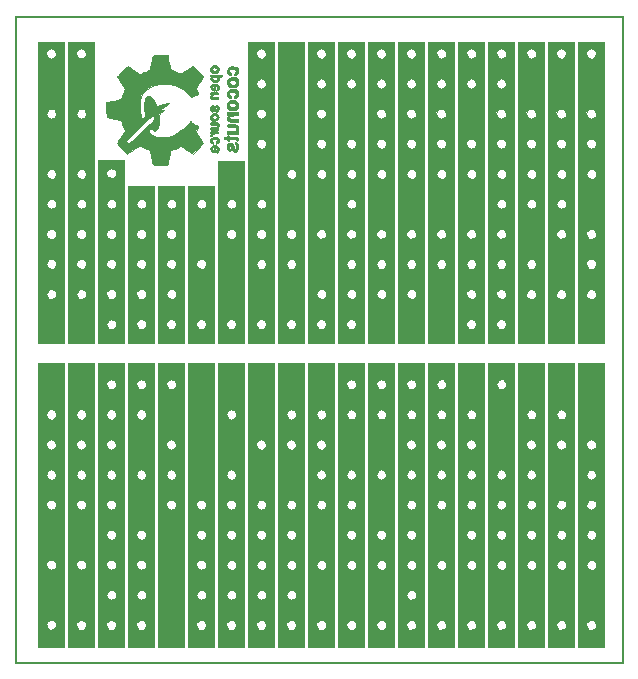
<source format=gbr>
G04 #@! TF.FileFunction,Soldermask,Bot*
%FSLAX46Y46*%
G04 Gerber Fmt 4.6, Leading zero omitted, Abs format (unit mm)*
G04 Created by KiCad (PCBNEW 4.0.7-e0-6372~58~ubuntu16.04.1) date Sun Feb 25 11:55:29 2018*
%MOMM*%
%LPD*%
G01*
G04 APERTURE LIST*
%ADD10C,0.100000*%
%ADD11C,0.010000*%
%ADD12O,1.900000X3.200000*%
%ADD13C,1.800000*%
G04 APERTURE END LIST*
D10*
D11*
G36*
X103268667Y-76259667D02*
X51833667Y-76259667D01*
X51833667Y-21565000D01*
X51876000Y-21565000D01*
X51876000Y-76217333D01*
X103226333Y-76217333D01*
X103226333Y-21565000D01*
X51876000Y-21565000D01*
X51833667Y-21565000D01*
X51833667Y-21522667D01*
X103268667Y-21522667D01*
X103268667Y-76259667D01*
X103268667Y-76259667D01*
G37*
X103268667Y-76259667D02*
X51833667Y-76259667D01*
X51833667Y-21565000D01*
X51876000Y-21565000D01*
X51876000Y-76217333D01*
X103226333Y-76217333D01*
X103226333Y-21565000D01*
X51876000Y-21565000D01*
X51833667Y-21565000D01*
X51833667Y-21522667D01*
X103268667Y-21522667D01*
X103268667Y-76259667D01*
G36*
X55940000Y-74947333D02*
X53781000Y-74947333D01*
X53781000Y-72990393D01*
X54458821Y-72990393D01*
X54480387Y-73164678D01*
X54557001Y-73324098D01*
X54679046Y-73441577D01*
X54728763Y-73466984D01*
X54885250Y-73488407D01*
X55049134Y-73439970D01*
X55188583Y-73334951D01*
X55279225Y-73184630D01*
X55299728Y-73021400D01*
X55258363Y-72864296D01*
X55163399Y-72732356D01*
X55023106Y-72644617D01*
X54877572Y-72619000D01*
X54751466Y-72646654D01*
X54618934Y-72714980D01*
X54519372Y-72802025D01*
X54501921Y-72828322D01*
X54458821Y-72990393D01*
X53781000Y-72990393D01*
X53781000Y-70516413D01*
X54452944Y-70516413D01*
X54487903Y-70673355D01*
X54579114Y-70806005D01*
X54719006Y-70896088D01*
X54881667Y-70925667D01*
X55026009Y-70907817D01*
X55139607Y-70840830D01*
X55181256Y-70801923D01*
X55280030Y-70653429D01*
X55306623Y-70494003D01*
X55268914Y-70340251D01*
X55174784Y-70208779D01*
X55032115Y-70116193D01*
X54848787Y-70079100D01*
X54838179Y-70079000D01*
X54691610Y-70117801D01*
X54582077Y-70202743D01*
X54481811Y-70353451D01*
X54452944Y-70516413D01*
X53781000Y-70516413D01*
X53781000Y-67962333D01*
X54458333Y-67962333D01*
X54494743Y-68137184D01*
X54591526Y-68272974D01*
X54730014Y-68360606D01*
X54891539Y-68390982D01*
X55057430Y-68355005D01*
X55149550Y-68299165D01*
X55249262Y-68171664D01*
X55291212Y-68009511D01*
X55276494Y-67838918D01*
X55206202Y-67686097D01*
X55120413Y-67600814D01*
X55019293Y-67559480D01*
X54887426Y-67539372D01*
X54868991Y-67539000D01*
X54693133Y-67576888D01*
X54557217Y-67680712D01*
X54475560Y-67835712D01*
X54458333Y-67962333D01*
X53781000Y-67962333D01*
X53781000Y-65422333D01*
X54458333Y-65422333D01*
X54494040Y-65603378D01*
X54590505Y-65739494D01*
X54731747Y-65821518D01*
X54901781Y-65840288D01*
X55084627Y-65786640D01*
X55089473Y-65784163D01*
X55211200Y-65678245D01*
X55279536Y-65529912D01*
X55292333Y-65364148D01*
X55247441Y-65205937D01*
X55149550Y-65085501D01*
X54989812Y-65006233D01*
X54823457Y-64998671D01*
X54669155Y-65053717D01*
X54545573Y-65162274D01*
X54471381Y-65315245D01*
X54458333Y-65422333D01*
X53781000Y-65422333D01*
X53781000Y-62925967D01*
X54455887Y-62925967D01*
X54504346Y-63085381D01*
X54616812Y-63212250D01*
X54660481Y-63239677D01*
X54840834Y-63299098D01*
X55018565Y-63275522D01*
X55087194Y-63245341D01*
X55220007Y-63135754D01*
X55290720Y-62990523D01*
X55300725Y-62830019D01*
X55251413Y-62674610D01*
X55144175Y-62544664D01*
X55034873Y-62479544D01*
X54853255Y-62442724D01*
X54688580Y-62488376D01*
X54563702Y-62594272D01*
X54474613Y-62755200D01*
X54455887Y-62925967D01*
X53781000Y-62925967D01*
X53781000Y-60332827D01*
X54456825Y-60332827D01*
X54486550Y-60483287D01*
X54563483Y-60614605D01*
X54682814Y-60709511D01*
X54839730Y-60750736D01*
X54924000Y-60746809D01*
X55085861Y-60684575D01*
X55188583Y-60597136D01*
X55286082Y-60435532D01*
X55300872Y-60265717D01*
X55232767Y-60098307D01*
X55198022Y-60052360D01*
X55051016Y-59931526D01*
X54884876Y-59892633D01*
X54704382Y-59936766D01*
X54699016Y-59939279D01*
X54558247Y-60043553D01*
X54479120Y-60180492D01*
X54456825Y-60332827D01*
X53781000Y-60332827D01*
X53781000Y-57809652D01*
X54458194Y-57809652D01*
X54499050Y-57969363D01*
X54601029Y-58103488D01*
X54686211Y-58160343D01*
X54863007Y-58207856D01*
X55033293Y-58172850D01*
X55187092Y-58057401D01*
X55188583Y-58055770D01*
X55288852Y-57896397D01*
X55304979Y-57733552D01*
X55237158Y-57571260D01*
X55161067Y-57480600D01*
X55007994Y-57367694D01*
X54853403Y-57337636D01*
X54698967Y-57383955D01*
X54558493Y-57496252D01*
X54478122Y-57645050D01*
X54458194Y-57809652D01*
X53781000Y-57809652D01*
X53781000Y-55155073D01*
X54461739Y-55155073D01*
X54469823Y-55322449D01*
X54544808Y-55483776D01*
X54565612Y-55510330D01*
X54659328Y-55598591D01*
X54752271Y-55652105D01*
X54766695Y-55655980D01*
X54845369Y-55672547D01*
X54872443Y-55679901D01*
X54915170Y-55669106D01*
X55005137Y-55635101D01*
X55025660Y-55626638D01*
X55180906Y-55525998D01*
X55271856Y-55392880D01*
X55303459Y-55243532D01*
X55280661Y-55094199D01*
X55208410Y-54961129D01*
X55091654Y-54860568D01*
X54935338Y-54808761D01*
X54778373Y-54814564D01*
X54622066Y-54881340D01*
X54514504Y-55001440D01*
X54461739Y-55155073D01*
X53781000Y-55155073D01*
X53781000Y-52680000D01*
X54458333Y-52680000D01*
X54494743Y-52854851D01*
X54591526Y-52990641D01*
X54730014Y-53078273D01*
X54891539Y-53108649D01*
X55057430Y-53072672D01*
X55149550Y-53016832D01*
X55249262Y-52889331D01*
X55291212Y-52727177D01*
X55276494Y-52556584D01*
X55206202Y-52403764D01*
X55120413Y-52318480D01*
X55019293Y-52277147D01*
X54887426Y-52257039D01*
X54868991Y-52256667D01*
X54693133Y-52294555D01*
X54557217Y-52398379D01*
X54475560Y-52553378D01*
X54458333Y-52680000D01*
X53781000Y-52680000D01*
X53781000Y-50859667D01*
X55940000Y-50859667D01*
X55940000Y-74947333D01*
X55940000Y-74947333D01*
G37*
X55940000Y-74947333D02*
X53781000Y-74947333D01*
X53781000Y-72990393D01*
X54458821Y-72990393D01*
X54480387Y-73164678D01*
X54557001Y-73324098D01*
X54679046Y-73441577D01*
X54728763Y-73466984D01*
X54885250Y-73488407D01*
X55049134Y-73439970D01*
X55188583Y-73334951D01*
X55279225Y-73184630D01*
X55299728Y-73021400D01*
X55258363Y-72864296D01*
X55163399Y-72732356D01*
X55023106Y-72644617D01*
X54877572Y-72619000D01*
X54751466Y-72646654D01*
X54618934Y-72714980D01*
X54519372Y-72802025D01*
X54501921Y-72828322D01*
X54458821Y-72990393D01*
X53781000Y-72990393D01*
X53781000Y-70516413D01*
X54452944Y-70516413D01*
X54487903Y-70673355D01*
X54579114Y-70806005D01*
X54719006Y-70896088D01*
X54881667Y-70925667D01*
X55026009Y-70907817D01*
X55139607Y-70840830D01*
X55181256Y-70801923D01*
X55280030Y-70653429D01*
X55306623Y-70494003D01*
X55268914Y-70340251D01*
X55174784Y-70208779D01*
X55032115Y-70116193D01*
X54848787Y-70079100D01*
X54838179Y-70079000D01*
X54691610Y-70117801D01*
X54582077Y-70202743D01*
X54481811Y-70353451D01*
X54452944Y-70516413D01*
X53781000Y-70516413D01*
X53781000Y-67962333D01*
X54458333Y-67962333D01*
X54494743Y-68137184D01*
X54591526Y-68272974D01*
X54730014Y-68360606D01*
X54891539Y-68390982D01*
X55057430Y-68355005D01*
X55149550Y-68299165D01*
X55249262Y-68171664D01*
X55291212Y-68009511D01*
X55276494Y-67838918D01*
X55206202Y-67686097D01*
X55120413Y-67600814D01*
X55019293Y-67559480D01*
X54887426Y-67539372D01*
X54868991Y-67539000D01*
X54693133Y-67576888D01*
X54557217Y-67680712D01*
X54475560Y-67835712D01*
X54458333Y-67962333D01*
X53781000Y-67962333D01*
X53781000Y-65422333D01*
X54458333Y-65422333D01*
X54494040Y-65603378D01*
X54590505Y-65739494D01*
X54731747Y-65821518D01*
X54901781Y-65840288D01*
X55084627Y-65786640D01*
X55089473Y-65784163D01*
X55211200Y-65678245D01*
X55279536Y-65529912D01*
X55292333Y-65364148D01*
X55247441Y-65205937D01*
X55149550Y-65085501D01*
X54989812Y-65006233D01*
X54823457Y-64998671D01*
X54669155Y-65053717D01*
X54545573Y-65162274D01*
X54471381Y-65315245D01*
X54458333Y-65422333D01*
X53781000Y-65422333D01*
X53781000Y-62925967D01*
X54455887Y-62925967D01*
X54504346Y-63085381D01*
X54616812Y-63212250D01*
X54660481Y-63239677D01*
X54840834Y-63299098D01*
X55018565Y-63275522D01*
X55087194Y-63245341D01*
X55220007Y-63135754D01*
X55290720Y-62990523D01*
X55300725Y-62830019D01*
X55251413Y-62674610D01*
X55144175Y-62544664D01*
X55034873Y-62479544D01*
X54853255Y-62442724D01*
X54688580Y-62488376D01*
X54563702Y-62594272D01*
X54474613Y-62755200D01*
X54455887Y-62925967D01*
X53781000Y-62925967D01*
X53781000Y-60332827D01*
X54456825Y-60332827D01*
X54486550Y-60483287D01*
X54563483Y-60614605D01*
X54682814Y-60709511D01*
X54839730Y-60750736D01*
X54924000Y-60746809D01*
X55085861Y-60684575D01*
X55188583Y-60597136D01*
X55286082Y-60435532D01*
X55300872Y-60265717D01*
X55232767Y-60098307D01*
X55198022Y-60052360D01*
X55051016Y-59931526D01*
X54884876Y-59892633D01*
X54704382Y-59936766D01*
X54699016Y-59939279D01*
X54558247Y-60043553D01*
X54479120Y-60180492D01*
X54456825Y-60332827D01*
X53781000Y-60332827D01*
X53781000Y-57809652D01*
X54458194Y-57809652D01*
X54499050Y-57969363D01*
X54601029Y-58103488D01*
X54686211Y-58160343D01*
X54863007Y-58207856D01*
X55033293Y-58172850D01*
X55187092Y-58057401D01*
X55188583Y-58055770D01*
X55288852Y-57896397D01*
X55304979Y-57733552D01*
X55237158Y-57571260D01*
X55161067Y-57480600D01*
X55007994Y-57367694D01*
X54853403Y-57337636D01*
X54698967Y-57383955D01*
X54558493Y-57496252D01*
X54478122Y-57645050D01*
X54458194Y-57809652D01*
X53781000Y-57809652D01*
X53781000Y-55155073D01*
X54461739Y-55155073D01*
X54469823Y-55322449D01*
X54544808Y-55483776D01*
X54565612Y-55510330D01*
X54659328Y-55598591D01*
X54752271Y-55652105D01*
X54766695Y-55655980D01*
X54845369Y-55672547D01*
X54872443Y-55679901D01*
X54915170Y-55669106D01*
X55005137Y-55635101D01*
X55025660Y-55626638D01*
X55180906Y-55525998D01*
X55271856Y-55392880D01*
X55303459Y-55243532D01*
X55280661Y-55094199D01*
X55208410Y-54961129D01*
X55091654Y-54860568D01*
X54935338Y-54808761D01*
X54778373Y-54814564D01*
X54622066Y-54881340D01*
X54514504Y-55001440D01*
X54461739Y-55155073D01*
X53781000Y-55155073D01*
X53781000Y-52680000D01*
X54458333Y-52680000D01*
X54494743Y-52854851D01*
X54591526Y-52990641D01*
X54730014Y-53078273D01*
X54891539Y-53108649D01*
X55057430Y-53072672D01*
X55149550Y-53016832D01*
X55249262Y-52889331D01*
X55291212Y-52727177D01*
X55276494Y-52556584D01*
X55206202Y-52403764D01*
X55120413Y-52318480D01*
X55019293Y-52277147D01*
X54887426Y-52257039D01*
X54868991Y-52256667D01*
X54693133Y-52294555D01*
X54557217Y-52398379D01*
X54475560Y-52553378D01*
X54458333Y-52680000D01*
X53781000Y-52680000D01*
X53781000Y-50859667D01*
X55940000Y-50859667D01*
X55940000Y-74947333D01*
G36*
X58480000Y-74947333D02*
X56321000Y-74947333D01*
X56321000Y-73055008D01*
X56998333Y-73055008D01*
X57033377Y-73234604D01*
X57126701Y-73370076D01*
X57260595Y-73454637D01*
X57417347Y-73481496D01*
X57579247Y-73443863D01*
X57728583Y-73334951D01*
X57822562Y-73179664D01*
X57842589Y-73010535D01*
X57791783Y-72848781D01*
X57673258Y-72715617D01*
X57633777Y-72689496D01*
X57472091Y-72626492D01*
X57312635Y-72639601D01*
X57209153Y-72682938D01*
X57077404Y-72783112D01*
X57011190Y-72922020D01*
X56998333Y-73055008D01*
X56321000Y-73055008D01*
X56321000Y-70502333D01*
X56998333Y-70502333D01*
X57034743Y-70677184D01*
X57131526Y-70812974D01*
X57270014Y-70900606D01*
X57431539Y-70930982D01*
X57597430Y-70895005D01*
X57689550Y-70839165D01*
X57791168Y-70711222D01*
X57833059Y-70552018D01*
X57817372Y-70386539D01*
X57746256Y-70239768D01*
X57629473Y-70140503D01*
X57446506Y-70084823D01*
X57275929Y-70101801D01*
X57133723Y-70182276D01*
X57035873Y-70317084D01*
X56998360Y-70497063D01*
X56998333Y-70502333D01*
X56321000Y-70502333D01*
X56321000Y-67962333D01*
X56998333Y-67962333D01*
X57034743Y-68137184D01*
X57131526Y-68272974D01*
X57270014Y-68360606D01*
X57431539Y-68390982D01*
X57597430Y-68355005D01*
X57689550Y-68299165D01*
X57789262Y-68171664D01*
X57831212Y-68009511D01*
X57816494Y-67838918D01*
X57746202Y-67686097D01*
X57660413Y-67600814D01*
X57559293Y-67559480D01*
X57427426Y-67539372D01*
X57408991Y-67539000D01*
X57233133Y-67576888D01*
X57097217Y-67680712D01*
X57015560Y-67835712D01*
X56998333Y-67962333D01*
X56321000Y-67962333D01*
X56321000Y-65422333D01*
X56998333Y-65422333D01*
X57034040Y-65603378D01*
X57130505Y-65739494D01*
X57271747Y-65821518D01*
X57441781Y-65840288D01*
X57624627Y-65786640D01*
X57629473Y-65784163D01*
X57751200Y-65678245D01*
X57819536Y-65529912D01*
X57832333Y-65364148D01*
X57787441Y-65205937D01*
X57689550Y-65085501D01*
X57529812Y-65006233D01*
X57363457Y-64998671D01*
X57209155Y-65053717D01*
X57085573Y-65162274D01*
X57011381Y-65315245D01*
X56998333Y-65422333D01*
X56321000Y-65422333D01*
X56321000Y-62925967D01*
X56995887Y-62925967D01*
X57044346Y-63085381D01*
X57156812Y-63212250D01*
X57200481Y-63239677D01*
X57380834Y-63299098D01*
X57558565Y-63275522D01*
X57627194Y-63245341D01*
X57760007Y-63135754D01*
X57830720Y-62990523D01*
X57840725Y-62830019D01*
X57791413Y-62674610D01*
X57684175Y-62544664D01*
X57574873Y-62479544D01*
X57393255Y-62442724D01*
X57228580Y-62488376D01*
X57103702Y-62594272D01*
X57014613Y-62755200D01*
X56995887Y-62925967D01*
X56321000Y-62925967D01*
X56321000Y-60332827D01*
X56996825Y-60332827D01*
X57026550Y-60483287D01*
X57103483Y-60614605D01*
X57222814Y-60709511D01*
X57379730Y-60750736D01*
X57464000Y-60746809D01*
X57625861Y-60684575D01*
X57728583Y-60597136D01*
X57826082Y-60435532D01*
X57840872Y-60265717D01*
X57772767Y-60098307D01*
X57738022Y-60052360D01*
X57591016Y-59931526D01*
X57424876Y-59892633D01*
X57244382Y-59936766D01*
X57239016Y-59939279D01*
X57098247Y-60043553D01*
X57019120Y-60180492D01*
X56996825Y-60332827D01*
X56321000Y-60332827D01*
X56321000Y-57809652D01*
X56998194Y-57809652D01*
X57039050Y-57969363D01*
X57141029Y-58103488D01*
X57226211Y-58160343D01*
X57403007Y-58207856D01*
X57573293Y-58172850D01*
X57727092Y-58057401D01*
X57728583Y-58055770D01*
X57828852Y-57896397D01*
X57844979Y-57733552D01*
X57777158Y-57571260D01*
X57701067Y-57480600D01*
X57547994Y-57367694D01*
X57393403Y-57337636D01*
X57238967Y-57383955D01*
X57098493Y-57496252D01*
X57018122Y-57645050D01*
X56998194Y-57809652D01*
X56321000Y-57809652D01*
X56321000Y-55155073D01*
X57001739Y-55155073D01*
X57009823Y-55322449D01*
X57084808Y-55483776D01*
X57105612Y-55510330D01*
X57199328Y-55598591D01*
X57292271Y-55652105D01*
X57306695Y-55655980D01*
X57385369Y-55672547D01*
X57412443Y-55679901D01*
X57455170Y-55669106D01*
X57545137Y-55635101D01*
X57565660Y-55626638D01*
X57720906Y-55525998D01*
X57811856Y-55392880D01*
X57843459Y-55243532D01*
X57820661Y-55094199D01*
X57748410Y-54961129D01*
X57631654Y-54860568D01*
X57475338Y-54808761D01*
X57318373Y-54814564D01*
X57162066Y-54881340D01*
X57054504Y-55001440D01*
X57001739Y-55155073D01*
X56321000Y-55155073D01*
X56321000Y-52680000D01*
X56998333Y-52680000D01*
X57034743Y-52854851D01*
X57131526Y-52990641D01*
X57270014Y-53078273D01*
X57431539Y-53108649D01*
X57597430Y-53072672D01*
X57689550Y-53016832D01*
X57789262Y-52889331D01*
X57831212Y-52727177D01*
X57816494Y-52556584D01*
X57746202Y-52403764D01*
X57660413Y-52318480D01*
X57559293Y-52277147D01*
X57427426Y-52257039D01*
X57408991Y-52256667D01*
X57233133Y-52294555D01*
X57097217Y-52398379D01*
X57015560Y-52553378D01*
X56998333Y-52680000D01*
X56321000Y-52680000D01*
X56321000Y-50859667D01*
X58480000Y-50859667D01*
X58480000Y-74947333D01*
X58480000Y-74947333D01*
G37*
X58480000Y-74947333D02*
X56321000Y-74947333D01*
X56321000Y-73055008D01*
X56998333Y-73055008D01*
X57033377Y-73234604D01*
X57126701Y-73370076D01*
X57260595Y-73454637D01*
X57417347Y-73481496D01*
X57579247Y-73443863D01*
X57728583Y-73334951D01*
X57822562Y-73179664D01*
X57842589Y-73010535D01*
X57791783Y-72848781D01*
X57673258Y-72715617D01*
X57633777Y-72689496D01*
X57472091Y-72626492D01*
X57312635Y-72639601D01*
X57209153Y-72682938D01*
X57077404Y-72783112D01*
X57011190Y-72922020D01*
X56998333Y-73055008D01*
X56321000Y-73055008D01*
X56321000Y-70502333D01*
X56998333Y-70502333D01*
X57034743Y-70677184D01*
X57131526Y-70812974D01*
X57270014Y-70900606D01*
X57431539Y-70930982D01*
X57597430Y-70895005D01*
X57689550Y-70839165D01*
X57791168Y-70711222D01*
X57833059Y-70552018D01*
X57817372Y-70386539D01*
X57746256Y-70239768D01*
X57629473Y-70140503D01*
X57446506Y-70084823D01*
X57275929Y-70101801D01*
X57133723Y-70182276D01*
X57035873Y-70317084D01*
X56998360Y-70497063D01*
X56998333Y-70502333D01*
X56321000Y-70502333D01*
X56321000Y-67962333D01*
X56998333Y-67962333D01*
X57034743Y-68137184D01*
X57131526Y-68272974D01*
X57270014Y-68360606D01*
X57431539Y-68390982D01*
X57597430Y-68355005D01*
X57689550Y-68299165D01*
X57789262Y-68171664D01*
X57831212Y-68009511D01*
X57816494Y-67838918D01*
X57746202Y-67686097D01*
X57660413Y-67600814D01*
X57559293Y-67559480D01*
X57427426Y-67539372D01*
X57408991Y-67539000D01*
X57233133Y-67576888D01*
X57097217Y-67680712D01*
X57015560Y-67835712D01*
X56998333Y-67962333D01*
X56321000Y-67962333D01*
X56321000Y-65422333D01*
X56998333Y-65422333D01*
X57034040Y-65603378D01*
X57130505Y-65739494D01*
X57271747Y-65821518D01*
X57441781Y-65840288D01*
X57624627Y-65786640D01*
X57629473Y-65784163D01*
X57751200Y-65678245D01*
X57819536Y-65529912D01*
X57832333Y-65364148D01*
X57787441Y-65205937D01*
X57689550Y-65085501D01*
X57529812Y-65006233D01*
X57363457Y-64998671D01*
X57209155Y-65053717D01*
X57085573Y-65162274D01*
X57011381Y-65315245D01*
X56998333Y-65422333D01*
X56321000Y-65422333D01*
X56321000Y-62925967D01*
X56995887Y-62925967D01*
X57044346Y-63085381D01*
X57156812Y-63212250D01*
X57200481Y-63239677D01*
X57380834Y-63299098D01*
X57558565Y-63275522D01*
X57627194Y-63245341D01*
X57760007Y-63135754D01*
X57830720Y-62990523D01*
X57840725Y-62830019D01*
X57791413Y-62674610D01*
X57684175Y-62544664D01*
X57574873Y-62479544D01*
X57393255Y-62442724D01*
X57228580Y-62488376D01*
X57103702Y-62594272D01*
X57014613Y-62755200D01*
X56995887Y-62925967D01*
X56321000Y-62925967D01*
X56321000Y-60332827D01*
X56996825Y-60332827D01*
X57026550Y-60483287D01*
X57103483Y-60614605D01*
X57222814Y-60709511D01*
X57379730Y-60750736D01*
X57464000Y-60746809D01*
X57625861Y-60684575D01*
X57728583Y-60597136D01*
X57826082Y-60435532D01*
X57840872Y-60265717D01*
X57772767Y-60098307D01*
X57738022Y-60052360D01*
X57591016Y-59931526D01*
X57424876Y-59892633D01*
X57244382Y-59936766D01*
X57239016Y-59939279D01*
X57098247Y-60043553D01*
X57019120Y-60180492D01*
X56996825Y-60332827D01*
X56321000Y-60332827D01*
X56321000Y-57809652D01*
X56998194Y-57809652D01*
X57039050Y-57969363D01*
X57141029Y-58103488D01*
X57226211Y-58160343D01*
X57403007Y-58207856D01*
X57573293Y-58172850D01*
X57727092Y-58057401D01*
X57728583Y-58055770D01*
X57828852Y-57896397D01*
X57844979Y-57733552D01*
X57777158Y-57571260D01*
X57701067Y-57480600D01*
X57547994Y-57367694D01*
X57393403Y-57337636D01*
X57238967Y-57383955D01*
X57098493Y-57496252D01*
X57018122Y-57645050D01*
X56998194Y-57809652D01*
X56321000Y-57809652D01*
X56321000Y-55155073D01*
X57001739Y-55155073D01*
X57009823Y-55322449D01*
X57084808Y-55483776D01*
X57105612Y-55510330D01*
X57199328Y-55598591D01*
X57292271Y-55652105D01*
X57306695Y-55655980D01*
X57385369Y-55672547D01*
X57412443Y-55679901D01*
X57455170Y-55669106D01*
X57545137Y-55635101D01*
X57565660Y-55626638D01*
X57720906Y-55525998D01*
X57811856Y-55392880D01*
X57843459Y-55243532D01*
X57820661Y-55094199D01*
X57748410Y-54961129D01*
X57631654Y-54860568D01*
X57475338Y-54808761D01*
X57318373Y-54814564D01*
X57162066Y-54881340D01*
X57054504Y-55001440D01*
X57001739Y-55155073D01*
X56321000Y-55155073D01*
X56321000Y-52680000D01*
X56998333Y-52680000D01*
X57034743Y-52854851D01*
X57131526Y-52990641D01*
X57270014Y-53078273D01*
X57431539Y-53108649D01*
X57597430Y-53072672D01*
X57689550Y-53016832D01*
X57789262Y-52889331D01*
X57831212Y-52727177D01*
X57816494Y-52556584D01*
X57746202Y-52403764D01*
X57660413Y-52318480D01*
X57559293Y-52277147D01*
X57427426Y-52257039D01*
X57408991Y-52256667D01*
X57233133Y-52294555D01*
X57097217Y-52398379D01*
X57015560Y-52553378D01*
X56998333Y-52680000D01*
X56321000Y-52680000D01*
X56321000Y-50859667D01*
X58480000Y-50859667D01*
X58480000Y-74947333D01*
G36*
X61020000Y-74947333D02*
X58861000Y-74947333D01*
X58861000Y-73055008D01*
X59538333Y-73055008D01*
X59573377Y-73234604D01*
X59666701Y-73370076D01*
X59800595Y-73454637D01*
X59957347Y-73481496D01*
X60119247Y-73443863D01*
X60268583Y-73334951D01*
X60362562Y-73179664D01*
X60382589Y-73010535D01*
X60331783Y-72848781D01*
X60213258Y-72715617D01*
X60173777Y-72689496D01*
X60012091Y-72626492D01*
X59852635Y-72639601D01*
X59749153Y-72682938D01*
X59617404Y-72783112D01*
X59551190Y-72922020D01*
X59538333Y-73055008D01*
X58861000Y-73055008D01*
X58861000Y-70502333D01*
X59538333Y-70502333D01*
X59574743Y-70677184D01*
X59671526Y-70812974D01*
X59810014Y-70900606D01*
X59971539Y-70930982D01*
X60137430Y-70895005D01*
X60229550Y-70839165D01*
X60331168Y-70711222D01*
X60373059Y-70552018D01*
X60357372Y-70386539D01*
X60286256Y-70239768D01*
X60169473Y-70140503D01*
X59986506Y-70084823D01*
X59815929Y-70101801D01*
X59673723Y-70182276D01*
X59575873Y-70317084D01*
X59538360Y-70497063D01*
X59538333Y-70502333D01*
X58861000Y-70502333D01*
X58861000Y-67962333D01*
X59538333Y-67962333D01*
X59574743Y-68137184D01*
X59671526Y-68272974D01*
X59810014Y-68360606D01*
X59971539Y-68390982D01*
X60137430Y-68355005D01*
X60229550Y-68299165D01*
X60329262Y-68171664D01*
X60371212Y-68009511D01*
X60356494Y-67838918D01*
X60286202Y-67686097D01*
X60200413Y-67600814D01*
X60099293Y-67559480D01*
X59967426Y-67539372D01*
X59948991Y-67539000D01*
X59773133Y-67576888D01*
X59637217Y-67680712D01*
X59555560Y-67835712D01*
X59538333Y-67962333D01*
X58861000Y-67962333D01*
X58861000Y-65422333D01*
X59538333Y-65422333D01*
X59574040Y-65603378D01*
X59670505Y-65739494D01*
X59811747Y-65821518D01*
X59981781Y-65840288D01*
X60164627Y-65786640D01*
X60169473Y-65784163D01*
X60291200Y-65678245D01*
X60359536Y-65529912D01*
X60372333Y-65364148D01*
X60327441Y-65205937D01*
X60229550Y-65085501D01*
X60069812Y-65006233D01*
X59903457Y-64998671D01*
X59749155Y-65053717D01*
X59625573Y-65162274D01*
X59551381Y-65315245D01*
X59538333Y-65422333D01*
X58861000Y-65422333D01*
X58861000Y-62925967D01*
X59535887Y-62925967D01*
X59584346Y-63085381D01*
X59696812Y-63212250D01*
X59740481Y-63239677D01*
X59920834Y-63299098D01*
X60098565Y-63275522D01*
X60167194Y-63245341D01*
X60300007Y-63135754D01*
X60370720Y-62990523D01*
X60380725Y-62830019D01*
X60331413Y-62674610D01*
X60224175Y-62544664D01*
X60114873Y-62479544D01*
X59933255Y-62442724D01*
X59768580Y-62488376D01*
X59643702Y-62594272D01*
X59554613Y-62755200D01*
X59535887Y-62925967D01*
X58861000Y-62925967D01*
X58861000Y-60332827D01*
X59536825Y-60332827D01*
X59566550Y-60483287D01*
X59643483Y-60614605D01*
X59762814Y-60709511D01*
X59919730Y-60750736D01*
X60004000Y-60746809D01*
X60165861Y-60684575D01*
X60268583Y-60597136D01*
X60366082Y-60435532D01*
X60380872Y-60265717D01*
X60312767Y-60098307D01*
X60278022Y-60052360D01*
X60131016Y-59931526D01*
X59964876Y-59892633D01*
X59784382Y-59936766D01*
X59779016Y-59939279D01*
X59638247Y-60043553D01*
X59559120Y-60180492D01*
X59536825Y-60332827D01*
X58861000Y-60332827D01*
X58861000Y-57809652D01*
X59538194Y-57809652D01*
X59579050Y-57969363D01*
X59681029Y-58103488D01*
X59766211Y-58160343D01*
X59943007Y-58207856D01*
X60113293Y-58172850D01*
X60267092Y-58057401D01*
X60268583Y-58055770D01*
X60368852Y-57896397D01*
X60384979Y-57733552D01*
X60317158Y-57571260D01*
X60241067Y-57480600D01*
X60087994Y-57367694D01*
X59933403Y-57337636D01*
X59778967Y-57383955D01*
X59638493Y-57496252D01*
X59558122Y-57645050D01*
X59538194Y-57809652D01*
X58861000Y-57809652D01*
X58861000Y-55155073D01*
X59541739Y-55155073D01*
X59549823Y-55322449D01*
X59624808Y-55483776D01*
X59645612Y-55510330D01*
X59739328Y-55598591D01*
X59832271Y-55652105D01*
X59846695Y-55655980D01*
X59925369Y-55672547D01*
X59952443Y-55679901D01*
X59995170Y-55669106D01*
X60085137Y-55635101D01*
X60105660Y-55626638D01*
X60260906Y-55525998D01*
X60351856Y-55392880D01*
X60383459Y-55243532D01*
X60360661Y-55094199D01*
X60288410Y-54961129D01*
X60171654Y-54860568D01*
X60015338Y-54808761D01*
X59858373Y-54814564D01*
X59702066Y-54881340D01*
X59594504Y-55001440D01*
X59541739Y-55155073D01*
X58861000Y-55155073D01*
X58861000Y-52680000D01*
X59538333Y-52680000D01*
X59574743Y-52854851D01*
X59671526Y-52990641D01*
X59810014Y-53078273D01*
X59971539Y-53108649D01*
X60137430Y-53072672D01*
X60229550Y-53016832D01*
X60329262Y-52889331D01*
X60371212Y-52727177D01*
X60356494Y-52556584D01*
X60286202Y-52403764D01*
X60200413Y-52318480D01*
X60099293Y-52277147D01*
X59967426Y-52257039D01*
X59948991Y-52256667D01*
X59773133Y-52294555D01*
X59637217Y-52398379D01*
X59555560Y-52553378D01*
X59538333Y-52680000D01*
X58861000Y-52680000D01*
X58861000Y-50859667D01*
X61020000Y-50859667D01*
X61020000Y-74947333D01*
X61020000Y-74947333D01*
G37*
X61020000Y-74947333D02*
X58861000Y-74947333D01*
X58861000Y-73055008D01*
X59538333Y-73055008D01*
X59573377Y-73234604D01*
X59666701Y-73370076D01*
X59800595Y-73454637D01*
X59957347Y-73481496D01*
X60119247Y-73443863D01*
X60268583Y-73334951D01*
X60362562Y-73179664D01*
X60382589Y-73010535D01*
X60331783Y-72848781D01*
X60213258Y-72715617D01*
X60173777Y-72689496D01*
X60012091Y-72626492D01*
X59852635Y-72639601D01*
X59749153Y-72682938D01*
X59617404Y-72783112D01*
X59551190Y-72922020D01*
X59538333Y-73055008D01*
X58861000Y-73055008D01*
X58861000Y-70502333D01*
X59538333Y-70502333D01*
X59574743Y-70677184D01*
X59671526Y-70812974D01*
X59810014Y-70900606D01*
X59971539Y-70930982D01*
X60137430Y-70895005D01*
X60229550Y-70839165D01*
X60331168Y-70711222D01*
X60373059Y-70552018D01*
X60357372Y-70386539D01*
X60286256Y-70239768D01*
X60169473Y-70140503D01*
X59986506Y-70084823D01*
X59815929Y-70101801D01*
X59673723Y-70182276D01*
X59575873Y-70317084D01*
X59538360Y-70497063D01*
X59538333Y-70502333D01*
X58861000Y-70502333D01*
X58861000Y-67962333D01*
X59538333Y-67962333D01*
X59574743Y-68137184D01*
X59671526Y-68272974D01*
X59810014Y-68360606D01*
X59971539Y-68390982D01*
X60137430Y-68355005D01*
X60229550Y-68299165D01*
X60329262Y-68171664D01*
X60371212Y-68009511D01*
X60356494Y-67838918D01*
X60286202Y-67686097D01*
X60200413Y-67600814D01*
X60099293Y-67559480D01*
X59967426Y-67539372D01*
X59948991Y-67539000D01*
X59773133Y-67576888D01*
X59637217Y-67680712D01*
X59555560Y-67835712D01*
X59538333Y-67962333D01*
X58861000Y-67962333D01*
X58861000Y-65422333D01*
X59538333Y-65422333D01*
X59574040Y-65603378D01*
X59670505Y-65739494D01*
X59811747Y-65821518D01*
X59981781Y-65840288D01*
X60164627Y-65786640D01*
X60169473Y-65784163D01*
X60291200Y-65678245D01*
X60359536Y-65529912D01*
X60372333Y-65364148D01*
X60327441Y-65205937D01*
X60229550Y-65085501D01*
X60069812Y-65006233D01*
X59903457Y-64998671D01*
X59749155Y-65053717D01*
X59625573Y-65162274D01*
X59551381Y-65315245D01*
X59538333Y-65422333D01*
X58861000Y-65422333D01*
X58861000Y-62925967D01*
X59535887Y-62925967D01*
X59584346Y-63085381D01*
X59696812Y-63212250D01*
X59740481Y-63239677D01*
X59920834Y-63299098D01*
X60098565Y-63275522D01*
X60167194Y-63245341D01*
X60300007Y-63135754D01*
X60370720Y-62990523D01*
X60380725Y-62830019D01*
X60331413Y-62674610D01*
X60224175Y-62544664D01*
X60114873Y-62479544D01*
X59933255Y-62442724D01*
X59768580Y-62488376D01*
X59643702Y-62594272D01*
X59554613Y-62755200D01*
X59535887Y-62925967D01*
X58861000Y-62925967D01*
X58861000Y-60332827D01*
X59536825Y-60332827D01*
X59566550Y-60483287D01*
X59643483Y-60614605D01*
X59762814Y-60709511D01*
X59919730Y-60750736D01*
X60004000Y-60746809D01*
X60165861Y-60684575D01*
X60268583Y-60597136D01*
X60366082Y-60435532D01*
X60380872Y-60265717D01*
X60312767Y-60098307D01*
X60278022Y-60052360D01*
X60131016Y-59931526D01*
X59964876Y-59892633D01*
X59784382Y-59936766D01*
X59779016Y-59939279D01*
X59638247Y-60043553D01*
X59559120Y-60180492D01*
X59536825Y-60332827D01*
X58861000Y-60332827D01*
X58861000Y-57809652D01*
X59538194Y-57809652D01*
X59579050Y-57969363D01*
X59681029Y-58103488D01*
X59766211Y-58160343D01*
X59943007Y-58207856D01*
X60113293Y-58172850D01*
X60267092Y-58057401D01*
X60268583Y-58055770D01*
X60368852Y-57896397D01*
X60384979Y-57733552D01*
X60317158Y-57571260D01*
X60241067Y-57480600D01*
X60087994Y-57367694D01*
X59933403Y-57337636D01*
X59778967Y-57383955D01*
X59638493Y-57496252D01*
X59558122Y-57645050D01*
X59538194Y-57809652D01*
X58861000Y-57809652D01*
X58861000Y-55155073D01*
X59541739Y-55155073D01*
X59549823Y-55322449D01*
X59624808Y-55483776D01*
X59645612Y-55510330D01*
X59739328Y-55598591D01*
X59832271Y-55652105D01*
X59846695Y-55655980D01*
X59925369Y-55672547D01*
X59952443Y-55679901D01*
X59995170Y-55669106D01*
X60085137Y-55635101D01*
X60105660Y-55626638D01*
X60260906Y-55525998D01*
X60351856Y-55392880D01*
X60383459Y-55243532D01*
X60360661Y-55094199D01*
X60288410Y-54961129D01*
X60171654Y-54860568D01*
X60015338Y-54808761D01*
X59858373Y-54814564D01*
X59702066Y-54881340D01*
X59594504Y-55001440D01*
X59541739Y-55155073D01*
X58861000Y-55155073D01*
X58861000Y-52680000D01*
X59538333Y-52680000D01*
X59574743Y-52854851D01*
X59671526Y-52990641D01*
X59810014Y-53078273D01*
X59971539Y-53108649D01*
X60137430Y-53072672D01*
X60229550Y-53016832D01*
X60329262Y-52889331D01*
X60371212Y-52727177D01*
X60356494Y-52556584D01*
X60286202Y-52403764D01*
X60200413Y-52318480D01*
X60099293Y-52277147D01*
X59967426Y-52257039D01*
X59948991Y-52256667D01*
X59773133Y-52294555D01*
X59637217Y-52398379D01*
X59555560Y-52553378D01*
X59538333Y-52680000D01*
X58861000Y-52680000D01*
X58861000Y-50859667D01*
X61020000Y-50859667D01*
X61020000Y-74947333D01*
G36*
X63560000Y-74947333D02*
X61401000Y-74947333D01*
X61401000Y-73055008D01*
X62078333Y-73055008D01*
X62113377Y-73234604D01*
X62206701Y-73370076D01*
X62340595Y-73454637D01*
X62497347Y-73481496D01*
X62659247Y-73443863D01*
X62808583Y-73334951D01*
X62908856Y-73178487D01*
X62925275Y-73016889D01*
X62858071Y-72854940D01*
X62781067Y-72762933D01*
X62633680Y-72651929D01*
X62484757Y-72621494D01*
X62317562Y-72668908D01*
X62289153Y-72682938D01*
X62157404Y-72783112D01*
X62091190Y-72922020D01*
X62078333Y-73055008D01*
X61401000Y-73055008D01*
X61401000Y-70502333D01*
X62078333Y-70502333D01*
X62114743Y-70677184D01*
X62211526Y-70812974D01*
X62350014Y-70900606D01*
X62511539Y-70930982D01*
X62677430Y-70895005D01*
X62769550Y-70839165D01*
X62871168Y-70711222D01*
X62913059Y-70552018D01*
X62897372Y-70386539D01*
X62826256Y-70239768D01*
X62709473Y-70140503D01*
X62526506Y-70084823D01*
X62355929Y-70101801D01*
X62213723Y-70182276D01*
X62115873Y-70317084D01*
X62078360Y-70497063D01*
X62078333Y-70502333D01*
X61401000Y-70502333D01*
X61401000Y-67962333D01*
X62078333Y-67962333D01*
X62114743Y-68137184D01*
X62211526Y-68272974D01*
X62350014Y-68360606D01*
X62511539Y-68390982D01*
X62677430Y-68355005D01*
X62769550Y-68299165D01*
X62869262Y-68171664D01*
X62911212Y-68009511D01*
X62896494Y-67838918D01*
X62826202Y-67686097D01*
X62740413Y-67600814D01*
X62639293Y-67559480D01*
X62507426Y-67539372D01*
X62488991Y-67539000D01*
X62313133Y-67576888D01*
X62177217Y-67680712D01*
X62095560Y-67835712D01*
X62078333Y-67962333D01*
X61401000Y-67962333D01*
X61401000Y-65422333D01*
X62078333Y-65422333D01*
X62114040Y-65603378D01*
X62210505Y-65739494D01*
X62351747Y-65821518D01*
X62521781Y-65840288D01*
X62704627Y-65786640D01*
X62709473Y-65784163D01*
X62831200Y-65678245D01*
X62899536Y-65529912D01*
X62912333Y-65364148D01*
X62867441Y-65205937D01*
X62769550Y-65085501D01*
X62609812Y-65006233D01*
X62443457Y-64998671D01*
X62289155Y-65053717D01*
X62165573Y-65162274D01*
X62091381Y-65315245D01*
X62078333Y-65422333D01*
X61401000Y-65422333D01*
X61401000Y-62925967D01*
X62075887Y-62925967D01*
X62124346Y-63085381D01*
X62236812Y-63212250D01*
X62280481Y-63239677D01*
X62460834Y-63299098D01*
X62638565Y-63275522D01*
X62707194Y-63245341D01*
X62840007Y-63135754D01*
X62910720Y-62990523D01*
X62920725Y-62830019D01*
X62871413Y-62674610D01*
X62764175Y-62544664D01*
X62654873Y-62479544D01*
X62473255Y-62442724D01*
X62308580Y-62488376D01*
X62183702Y-62594272D01*
X62094613Y-62755200D01*
X62075887Y-62925967D01*
X61401000Y-62925967D01*
X61401000Y-60332827D01*
X62076825Y-60332827D01*
X62106550Y-60483287D01*
X62183483Y-60614605D01*
X62302814Y-60709511D01*
X62459730Y-60750736D01*
X62544000Y-60746809D01*
X62705861Y-60684575D01*
X62808583Y-60597136D01*
X62906082Y-60435532D01*
X62920872Y-60265717D01*
X62852767Y-60098307D01*
X62818022Y-60052360D01*
X62671016Y-59931526D01*
X62504876Y-59892633D01*
X62324382Y-59936766D01*
X62319016Y-59939279D01*
X62178247Y-60043553D01*
X62099120Y-60180492D01*
X62076825Y-60332827D01*
X61401000Y-60332827D01*
X61401000Y-57809652D01*
X62078194Y-57809652D01*
X62119050Y-57969363D01*
X62221029Y-58103488D01*
X62306211Y-58160343D01*
X62483007Y-58207856D01*
X62653293Y-58172850D01*
X62807092Y-58057401D01*
X62808583Y-58055770D01*
X62908852Y-57896397D01*
X62924979Y-57733552D01*
X62857158Y-57571260D01*
X62781067Y-57480600D01*
X62627994Y-57367694D01*
X62473403Y-57337636D01*
X62318967Y-57383955D01*
X62178493Y-57496252D01*
X62098122Y-57645050D01*
X62078194Y-57809652D01*
X61401000Y-57809652D01*
X61401000Y-55155073D01*
X62081739Y-55155073D01*
X62089823Y-55322449D01*
X62164808Y-55483776D01*
X62185612Y-55510330D01*
X62279328Y-55598591D01*
X62372271Y-55652105D01*
X62386695Y-55655980D01*
X62465369Y-55672547D01*
X62492443Y-55679901D01*
X62535170Y-55669106D01*
X62625137Y-55635101D01*
X62645660Y-55626638D01*
X62800906Y-55525998D01*
X62891856Y-55392880D01*
X62923459Y-55243532D01*
X62900661Y-55094199D01*
X62828410Y-54961129D01*
X62711654Y-54860568D01*
X62555338Y-54808761D01*
X62398373Y-54814564D01*
X62242066Y-54881340D01*
X62134504Y-55001440D01*
X62081739Y-55155073D01*
X61401000Y-55155073D01*
X61401000Y-52680000D01*
X62078333Y-52680000D01*
X62114743Y-52854851D01*
X62211526Y-52990641D01*
X62350014Y-53078273D01*
X62511539Y-53108649D01*
X62677430Y-53072672D01*
X62769550Y-53016832D01*
X62869262Y-52889331D01*
X62911212Y-52727177D01*
X62896494Y-52556584D01*
X62826202Y-52403764D01*
X62740413Y-52318480D01*
X62639293Y-52277147D01*
X62507426Y-52257039D01*
X62488991Y-52256667D01*
X62313133Y-52294555D01*
X62177217Y-52398379D01*
X62095560Y-52553378D01*
X62078333Y-52680000D01*
X61401000Y-52680000D01*
X61401000Y-50859667D01*
X63560000Y-50859667D01*
X63560000Y-74947333D01*
X63560000Y-74947333D01*
G37*
X63560000Y-74947333D02*
X61401000Y-74947333D01*
X61401000Y-73055008D01*
X62078333Y-73055008D01*
X62113377Y-73234604D01*
X62206701Y-73370076D01*
X62340595Y-73454637D01*
X62497347Y-73481496D01*
X62659247Y-73443863D01*
X62808583Y-73334951D01*
X62908856Y-73178487D01*
X62925275Y-73016889D01*
X62858071Y-72854940D01*
X62781067Y-72762933D01*
X62633680Y-72651929D01*
X62484757Y-72621494D01*
X62317562Y-72668908D01*
X62289153Y-72682938D01*
X62157404Y-72783112D01*
X62091190Y-72922020D01*
X62078333Y-73055008D01*
X61401000Y-73055008D01*
X61401000Y-70502333D01*
X62078333Y-70502333D01*
X62114743Y-70677184D01*
X62211526Y-70812974D01*
X62350014Y-70900606D01*
X62511539Y-70930982D01*
X62677430Y-70895005D01*
X62769550Y-70839165D01*
X62871168Y-70711222D01*
X62913059Y-70552018D01*
X62897372Y-70386539D01*
X62826256Y-70239768D01*
X62709473Y-70140503D01*
X62526506Y-70084823D01*
X62355929Y-70101801D01*
X62213723Y-70182276D01*
X62115873Y-70317084D01*
X62078360Y-70497063D01*
X62078333Y-70502333D01*
X61401000Y-70502333D01*
X61401000Y-67962333D01*
X62078333Y-67962333D01*
X62114743Y-68137184D01*
X62211526Y-68272974D01*
X62350014Y-68360606D01*
X62511539Y-68390982D01*
X62677430Y-68355005D01*
X62769550Y-68299165D01*
X62869262Y-68171664D01*
X62911212Y-68009511D01*
X62896494Y-67838918D01*
X62826202Y-67686097D01*
X62740413Y-67600814D01*
X62639293Y-67559480D01*
X62507426Y-67539372D01*
X62488991Y-67539000D01*
X62313133Y-67576888D01*
X62177217Y-67680712D01*
X62095560Y-67835712D01*
X62078333Y-67962333D01*
X61401000Y-67962333D01*
X61401000Y-65422333D01*
X62078333Y-65422333D01*
X62114040Y-65603378D01*
X62210505Y-65739494D01*
X62351747Y-65821518D01*
X62521781Y-65840288D01*
X62704627Y-65786640D01*
X62709473Y-65784163D01*
X62831200Y-65678245D01*
X62899536Y-65529912D01*
X62912333Y-65364148D01*
X62867441Y-65205937D01*
X62769550Y-65085501D01*
X62609812Y-65006233D01*
X62443457Y-64998671D01*
X62289155Y-65053717D01*
X62165573Y-65162274D01*
X62091381Y-65315245D01*
X62078333Y-65422333D01*
X61401000Y-65422333D01*
X61401000Y-62925967D01*
X62075887Y-62925967D01*
X62124346Y-63085381D01*
X62236812Y-63212250D01*
X62280481Y-63239677D01*
X62460834Y-63299098D01*
X62638565Y-63275522D01*
X62707194Y-63245341D01*
X62840007Y-63135754D01*
X62910720Y-62990523D01*
X62920725Y-62830019D01*
X62871413Y-62674610D01*
X62764175Y-62544664D01*
X62654873Y-62479544D01*
X62473255Y-62442724D01*
X62308580Y-62488376D01*
X62183702Y-62594272D01*
X62094613Y-62755200D01*
X62075887Y-62925967D01*
X61401000Y-62925967D01*
X61401000Y-60332827D01*
X62076825Y-60332827D01*
X62106550Y-60483287D01*
X62183483Y-60614605D01*
X62302814Y-60709511D01*
X62459730Y-60750736D01*
X62544000Y-60746809D01*
X62705861Y-60684575D01*
X62808583Y-60597136D01*
X62906082Y-60435532D01*
X62920872Y-60265717D01*
X62852767Y-60098307D01*
X62818022Y-60052360D01*
X62671016Y-59931526D01*
X62504876Y-59892633D01*
X62324382Y-59936766D01*
X62319016Y-59939279D01*
X62178247Y-60043553D01*
X62099120Y-60180492D01*
X62076825Y-60332827D01*
X61401000Y-60332827D01*
X61401000Y-57809652D01*
X62078194Y-57809652D01*
X62119050Y-57969363D01*
X62221029Y-58103488D01*
X62306211Y-58160343D01*
X62483007Y-58207856D01*
X62653293Y-58172850D01*
X62807092Y-58057401D01*
X62808583Y-58055770D01*
X62908852Y-57896397D01*
X62924979Y-57733552D01*
X62857158Y-57571260D01*
X62781067Y-57480600D01*
X62627994Y-57367694D01*
X62473403Y-57337636D01*
X62318967Y-57383955D01*
X62178493Y-57496252D01*
X62098122Y-57645050D01*
X62078194Y-57809652D01*
X61401000Y-57809652D01*
X61401000Y-55155073D01*
X62081739Y-55155073D01*
X62089823Y-55322449D01*
X62164808Y-55483776D01*
X62185612Y-55510330D01*
X62279328Y-55598591D01*
X62372271Y-55652105D01*
X62386695Y-55655980D01*
X62465369Y-55672547D01*
X62492443Y-55679901D01*
X62535170Y-55669106D01*
X62625137Y-55635101D01*
X62645660Y-55626638D01*
X62800906Y-55525998D01*
X62891856Y-55392880D01*
X62923459Y-55243532D01*
X62900661Y-55094199D01*
X62828410Y-54961129D01*
X62711654Y-54860568D01*
X62555338Y-54808761D01*
X62398373Y-54814564D01*
X62242066Y-54881340D01*
X62134504Y-55001440D01*
X62081739Y-55155073D01*
X61401000Y-55155073D01*
X61401000Y-52680000D01*
X62078333Y-52680000D01*
X62114743Y-52854851D01*
X62211526Y-52990641D01*
X62350014Y-53078273D01*
X62511539Y-53108649D01*
X62677430Y-53072672D01*
X62769550Y-53016832D01*
X62869262Y-52889331D01*
X62911212Y-52727177D01*
X62896494Y-52556584D01*
X62826202Y-52403764D01*
X62740413Y-52318480D01*
X62639293Y-52277147D01*
X62507426Y-52257039D01*
X62488991Y-52256667D01*
X62313133Y-52294555D01*
X62177217Y-52398379D01*
X62095560Y-52553378D01*
X62078333Y-52680000D01*
X61401000Y-52680000D01*
X61401000Y-50859667D01*
X63560000Y-50859667D01*
X63560000Y-74947333D01*
G36*
X66100000Y-74947333D02*
X63941000Y-74947333D01*
X63941000Y-73055008D01*
X64618333Y-73055008D01*
X64653377Y-73234604D01*
X64746701Y-73370076D01*
X64880595Y-73454637D01*
X65037347Y-73481496D01*
X65199247Y-73443863D01*
X65348583Y-73334951D01*
X65448856Y-73178487D01*
X65465275Y-73016889D01*
X65398071Y-72854940D01*
X65321067Y-72762933D01*
X65173680Y-72651929D01*
X65024757Y-72621494D01*
X64857562Y-72668908D01*
X64829153Y-72682938D01*
X64697404Y-72783112D01*
X64631190Y-72922020D01*
X64618333Y-73055008D01*
X63941000Y-73055008D01*
X63941000Y-70502333D01*
X64618333Y-70502333D01*
X64654743Y-70677184D01*
X64751526Y-70812974D01*
X64890014Y-70900606D01*
X65051539Y-70930982D01*
X65217430Y-70895005D01*
X65309550Y-70839165D01*
X65411168Y-70711222D01*
X65453059Y-70552018D01*
X65437372Y-70386539D01*
X65366256Y-70239768D01*
X65249473Y-70140503D01*
X65066506Y-70084823D01*
X64895929Y-70101801D01*
X64753723Y-70182276D01*
X64655873Y-70317084D01*
X64618360Y-70497063D01*
X64618333Y-70502333D01*
X63941000Y-70502333D01*
X63941000Y-67962333D01*
X64618333Y-67962333D01*
X64654743Y-68137184D01*
X64751526Y-68272974D01*
X64890014Y-68360606D01*
X65051539Y-68390982D01*
X65217430Y-68355005D01*
X65309550Y-68299165D01*
X65409262Y-68171664D01*
X65451212Y-68009511D01*
X65436494Y-67838918D01*
X65366202Y-67686097D01*
X65280413Y-67600814D01*
X65179293Y-67559480D01*
X65047426Y-67539372D01*
X65028991Y-67539000D01*
X64853133Y-67576888D01*
X64717217Y-67680712D01*
X64635560Y-67835712D01*
X64618333Y-67962333D01*
X63941000Y-67962333D01*
X63941000Y-65422333D01*
X64618333Y-65422333D01*
X64654040Y-65603378D01*
X64750505Y-65739494D01*
X64891747Y-65821518D01*
X65061781Y-65840288D01*
X65244627Y-65786640D01*
X65249473Y-65784163D01*
X65371200Y-65678245D01*
X65439536Y-65529912D01*
X65452333Y-65364148D01*
X65407441Y-65205937D01*
X65309550Y-65085501D01*
X65149812Y-65006233D01*
X64983457Y-64998671D01*
X64829155Y-65053717D01*
X64705573Y-65162274D01*
X64631381Y-65315245D01*
X64618333Y-65422333D01*
X63941000Y-65422333D01*
X63941000Y-62925967D01*
X64615887Y-62925967D01*
X64664346Y-63085381D01*
X64776812Y-63212250D01*
X64820481Y-63239677D01*
X65000834Y-63299098D01*
X65178565Y-63275522D01*
X65247194Y-63245341D01*
X65380007Y-63135754D01*
X65450720Y-62990523D01*
X65460725Y-62830019D01*
X65411413Y-62674610D01*
X65304175Y-62544664D01*
X65194873Y-62479544D01*
X65013255Y-62442724D01*
X64848580Y-62488376D01*
X64723702Y-62594272D01*
X64634613Y-62755200D01*
X64615887Y-62925967D01*
X63941000Y-62925967D01*
X63941000Y-60332827D01*
X64616825Y-60332827D01*
X64646550Y-60483287D01*
X64723483Y-60614605D01*
X64842814Y-60709511D01*
X64999730Y-60750736D01*
X65084000Y-60746809D01*
X65245861Y-60684575D01*
X65348583Y-60597136D01*
X65446082Y-60435532D01*
X65460872Y-60265717D01*
X65392767Y-60098307D01*
X65358022Y-60052360D01*
X65211016Y-59931526D01*
X65044876Y-59892633D01*
X64864382Y-59936766D01*
X64859016Y-59939279D01*
X64718247Y-60043553D01*
X64639120Y-60180492D01*
X64616825Y-60332827D01*
X63941000Y-60332827D01*
X63941000Y-57809652D01*
X64618194Y-57809652D01*
X64659050Y-57969363D01*
X64761029Y-58103488D01*
X64846211Y-58160343D01*
X65023007Y-58207856D01*
X65193293Y-58172850D01*
X65347092Y-58057401D01*
X65348583Y-58055770D01*
X65448852Y-57896397D01*
X65464979Y-57733552D01*
X65397158Y-57571260D01*
X65321067Y-57480600D01*
X65167994Y-57367694D01*
X65013403Y-57337636D01*
X64858967Y-57383955D01*
X64718493Y-57496252D01*
X64638122Y-57645050D01*
X64618194Y-57809652D01*
X63941000Y-57809652D01*
X63941000Y-55155073D01*
X64621739Y-55155073D01*
X64629823Y-55322449D01*
X64704808Y-55483776D01*
X64725612Y-55510330D01*
X64819328Y-55598591D01*
X64912271Y-55652105D01*
X64926695Y-55655980D01*
X65005369Y-55672547D01*
X65032443Y-55679901D01*
X65075170Y-55669106D01*
X65165137Y-55635101D01*
X65185660Y-55626638D01*
X65340906Y-55525998D01*
X65431856Y-55392880D01*
X65463459Y-55243532D01*
X65440661Y-55094199D01*
X65368410Y-54961129D01*
X65251654Y-54860568D01*
X65095338Y-54808761D01*
X64938373Y-54814564D01*
X64782066Y-54881340D01*
X64674504Y-55001440D01*
X64621739Y-55155073D01*
X63941000Y-55155073D01*
X63941000Y-52680000D01*
X64618333Y-52680000D01*
X64654743Y-52854851D01*
X64751526Y-52990641D01*
X64890014Y-53078273D01*
X65051539Y-53108649D01*
X65217430Y-53072672D01*
X65309550Y-53016832D01*
X65409262Y-52889331D01*
X65451212Y-52727177D01*
X65436494Y-52556584D01*
X65366202Y-52403764D01*
X65280413Y-52318480D01*
X65179293Y-52277147D01*
X65047426Y-52257039D01*
X65028991Y-52256667D01*
X64853133Y-52294555D01*
X64717217Y-52398379D01*
X64635560Y-52553378D01*
X64618333Y-52680000D01*
X63941000Y-52680000D01*
X63941000Y-50859667D01*
X66100000Y-50859667D01*
X66100000Y-74947333D01*
X66100000Y-74947333D01*
G37*
X66100000Y-74947333D02*
X63941000Y-74947333D01*
X63941000Y-73055008D01*
X64618333Y-73055008D01*
X64653377Y-73234604D01*
X64746701Y-73370076D01*
X64880595Y-73454637D01*
X65037347Y-73481496D01*
X65199247Y-73443863D01*
X65348583Y-73334951D01*
X65448856Y-73178487D01*
X65465275Y-73016889D01*
X65398071Y-72854940D01*
X65321067Y-72762933D01*
X65173680Y-72651929D01*
X65024757Y-72621494D01*
X64857562Y-72668908D01*
X64829153Y-72682938D01*
X64697404Y-72783112D01*
X64631190Y-72922020D01*
X64618333Y-73055008D01*
X63941000Y-73055008D01*
X63941000Y-70502333D01*
X64618333Y-70502333D01*
X64654743Y-70677184D01*
X64751526Y-70812974D01*
X64890014Y-70900606D01*
X65051539Y-70930982D01*
X65217430Y-70895005D01*
X65309550Y-70839165D01*
X65411168Y-70711222D01*
X65453059Y-70552018D01*
X65437372Y-70386539D01*
X65366256Y-70239768D01*
X65249473Y-70140503D01*
X65066506Y-70084823D01*
X64895929Y-70101801D01*
X64753723Y-70182276D01*
X64655873Y-70317084D01*
X64618360Y-70497063D01*
X64618333Y-70502333D01*
X63941000Y-70502333D01*
X63941000Y-67962333D01*
X64618333Y-67962333D01*
X64654743Y-68137184D01*
X64751526Y-68272974D01*
X64890014Y-68360606D01*
X65051539Y-68390982D01*
X65217430Y-68355005D01*
X65309550Y-68299165D01*
X65409262Y-68171664D01*
X65451212Y-68009511D01*
X65436494Y-67838918D01*
X65366202Y-67686097D01*
X65280413Y-67600814D01*
X65179293Y-67559480D01*
X65047426Y-67539372D01*
X65028991Y-67539000D01*
X64853133Y-67576888D01*
X64717217Y-67680712D01*
X64635560Y-67835712D01*
X64618333Y-67962333D01*
X63941000Y-67962333D01*
X63941000Y-65422333D01*
X64618333Y-65422333D01*
X64654040Y-65603378D01*
X64750505Y-65739494D01*
X64891747Y-65821518D01*
X65061781Y-65840288D01*
X65244627Y-65786640D01*
X65249473Y-65784163D01*
X65371200Y-65678245D01*
X65439536Y-65529912D01*
X65452333Y-65364148D01*
X65407441Y-65205937D01*
X65309550Y-65085501D01*
X65149812Y-65006233D01*
X64983457Y-64998671D01*
X64829155Y-65053717D01*
X64705573Y-65162274D01*
X64631381Y-65315245D01*
X64618333Y-65422333D01*
X63941000Y-65422333D01*
X63941000Y-62925967D01*
X64615887Y-62925967D01*
X64664346Y-63085381D01*
X64776812Y-63212250D01*
X64820481Y-63239677D01*
X65000834Y-63299098D01*
X65178565Y-63275522D01*
X65247194Y-63245341D01*
X65380007Y-63135754D01*
X65450720Y-62990523D01*
X65460725Y-62830019D01*
X65411413Y-62674610D01*
X65304175Y-62544664D01*
X65194873Y-62479544D01*
X65013255Y-62442724D01*
X64848580Y-62488376D01*
X64723702Y-62594272D01*
X64634613Y-62755200D01*
X64615887Y-62925967D01*
X63941000Y-62925967D01*
X63941000Y-60332827D01*
X64616825Y-60332827D01*
X64646550Y-60483287D01*
X64723483Y-60614605D01*
X64842814Y-60709511D01*
X64999730Y-60750736D01*
X65084000Y-60746809D01*
X65245861Y-60684575D01*
X65348583Y-60597136D01*
X65446082Y-60435532D01*
X65460872Y-60265717D01*
X65392767Y-60098307D01*
X65358022Y-60052360D01*
X65211016Y-59931526D01*
X65044876Y-59892633D01*
X64864382Y-59936766D01*
X64859016Y-59939279D01*
X64718247Y-60043553D01*
X64639120Y-60180492D01*
X64616825Y-60332827D01*
X63941000Y-60332827D01*
X63941000Y-57809652D01*
X64618194Y-57809652D01*
X64659050Y-57969363D01*
X64761029Y-58103488D01*
X64846211Y-58160343D01*
X65023007Y-58207856D01*
X65193293Y-58172850D01*
X65347092Y-58057401D01*
X65348583Y-58055770D01*
X65448852Y-57896397D01*
X65464979Y-57733552D01*
X65397158Y-57571260D01*
X65321067Y-57480600D01*
X65167994Y-57367694D01*
X65013403Y-57337636D01*
X64858967Y-57383955D01*
X64718493Y-57496252D01*
X64638122Y-57645050D01*
X64618194Y-57809652D01*
X63941000Y-57809652D01*
X63941000Y-55155073D01*
X64621739Y-55155073D01*
X64629823Y-55322449D01*
X64704808Y-55483776D01*
X64725612Y-55510330D01*
X64819328Y-55598591D01*
X64912271Y-55652105D01*
X64926695Y-55655980D01*
X65005369Y-55672547D01*
X65032443Y-55679901D01*
X65075170Y-55669106D01*
X65165137Y-55635101D01*
X65185660Y-55626638D01*
X65340906Y-55525998D01*
X65431856Y-55392880D01*
X65463459Y-55243532D01*
X65440661Y-55094199D01*
X65368410Y-54961129D01*
X65251654Y-54860568D01*
X65095338Y-54808761D01*
X64938373Y-54814564D01*
X64782066Y-54881340D01*
X64674504Y-55001440D01*
X64621739Y-55155073D01*
X63941000Y-55155073D01*
X63941000Y-52680000D01*
X64618333Y-52680000D01*
X64654743Y-52854851D01*
X64751526Y-52990641D01*
X64890014Y-53078273D01*
X65051539Y-53108649D01*
X65217430Y-53072672D01*
X65309550Y-53016832D01*
X65409262Y-52889331D01*
X65451212Y-52727177D01*
X65436494Y-52556584D01*
X65366202Y-52403764D01*
X65280413Y-52318480D01*
X65179293Y-52277147D01*
X65047426Y-52257039D01*
X65028991Y-52256667D01*
X64853133Y-52294555D01*
X64717217Y-52398379D01*
X64635560Y-52553378D01*
X64618333Y-52680000D01*
X63941000Y-52680000D01*
X63941000Y-50859667D01*
X66100000Y-50859667D01*
X66100000Y-74947333D01*
G36*
X68640000Y-74947333D02*
X66481000Y-74947333D01*
X66481000Y-73055008D01*
X67158333Y-73055008D01*
X67193377Y-73234604D01*
X67286701Y-73370076D01*
X67420595Y-73454637D01*
X67577347Y-73481496D01*
X67739247Y-73443863D01*
X67888583Y-73334951D01*
X67988856Y-73178487D01*
X68005275Y-73016889D01*
X67938071Y-72854940D01*
X67861067Y-72762933D01*
X67713680Y-72651929D01*
X67564757Y-72621494D01*
X67397562Y-72668908D01*
X67369153Y-72682938D01*
X67237404Y-72783112D01*
X67171190Y-72922020D01*
X67158333Y-73055008D01*
X66481000Y-73055008D01*
X66481000Y-70502333D01*
X67158333Y-70502333D01*
X67194743Y-70677184D01*
X67291526Y-70812974D01*
X67430014Y-70900606D01*
X67591539Y-70930982D01*
X67757430Y-70895005D01*
X67849550Y-70839165D01*
X67951168Y-70711222D01*
X67993059Y-70552018D01*
X67977372Y-70386539D01*
X67906256Y-70239768D01*
X67789473Y-70140503D01*
X67606506Y-70084823D01*
X67435929Y-70101801D01*
X67293723Y-70182276D01*
X67195873Y-70317084D01*
X67158360Y-70497063D01*
X67158333Y-70502333D01*
X66481000Y-70502333D01*
X66481000Y-67962333D01*
X67158333Y-67962333D01*
X67194743Y-68137184D01*
X67291526Y-68272974D01*
X67430014Y-68360606D01*
X67591539Y-68390982D01*
X67757430Y-68355005D01*
X67849550Y-68299165D01*
X67949262Y-68171664D01*
X67991212Y-68009511D01*
X67976494Y-67838918D01*
X67906202Y-67686097D01*
X67820413Y-67600814D01*
X67719293Y-67559480D01*
X67587426Y-67539372D01*
X67568991Y-67539000D01*
X67393133Y-67576888D01*
X67257217Y-67680712D01*
X67175560Y-67835712D01*
X67158333Y-67962333D01*
X66481000Y-67962333D01*
X66481000Y-65422333D01*
X67158333Y-65422333D01*
X67194040Y-65603378D01*
X67290505Y-65739494D01*
X67431747Y-65821518D01*
X67601781Y-65840288D01*
X67784627Y-65786640D01*
X67789473Y-65784163D01*
X67911200Y-65678245D01*
X67979536Y-65529912D01*
X67992333Y-65364148D01*
X67947441Y-65205937D01*
X67849550Y-65085501D01*
X67689812Y-65006233D01*
X67523457Y-64998671D01*
X67369155Y-65053717D01*
X67245573Y-65162274D01*
X67171381Y-65315245D01*
X67158333Y-65422333D01*
X66481000Y-65422333D01*
X66481000Y-62925967D01*
X67155887Y-62925967D01*
X67204346Y-63085381D01*
X67316812Y-63212250D01*
X67360481Y-63239677D01*
X67540834Y-63299098D01*
X67718565Y-63275522D01*
X67787194Y-63245341D01*
X67920007Y-63135754D01*
X67990720Y-62990523D01*
X68000725Y-62830019D01*
X67951413Y-62674610D01*
X67844175Y-62544664D01*
X67734873Y-62479544D01*
X67553255Y-62442724D01*
X67388580Y-62488376D01*
X67263702Y-62594272D01*
X67174613Y-62755200D01*
X67155887Y-62925967D01*
X66481000Y-62925967D01*
X66481000Y-60332827D01*
X67156825Y-60332827D01*
X67186550Y-60483287D01*
X67263483Y-60614605D01*
X67382814Y-60709511D01*
X67539730Y-60750736D01*
X67624000Y-60746809D01*
X67785861Y-60684575D01*
X67888583Y-60597136D01*
X67986082Y-60435532D01*
X68000872Y-60265717D01*
X67932767Y-60098307D01*
X67898022Y-60052360D01*
X67751016Y-59931526D01*
X67584876Y-59892633D01*
X67404382Y-59936766D01*
X67399016Y-59939279D01*
X67258247Y-60043553D01*
X67179120Y-60180492D01*
X67156825Y-60332827D01*
X66481000Y-60332827D01*
X66481000Y-57809652D01*
X67158194Y-57809652D01*
X67199050Y-57969363D01*
X67301029Y-58103488D01*
X67386211Y-58160343D01*
X67563007Y-58207856D01*
X67733293Y-58172850D01*
X67887092Y-58057401D01*
X67888583Y-58055770D01*
X67988852Y-57896397D01*
X68004979Y-57733552D01*
X67937158Y-57571260D01*
X67861067Y-57480600D01*
X67707994Y-57367694D01*
X67553403Y-57337636D01*
X67398967Y-57383955D01*
X67258493Y-57496252D01*
X67178122Y-57645050D01*
X67158194Y-57809652D01*
X66481000Y-57809652D01*
X66481000Y-55200918D01*
X67155381Y-55200918D01*
X67180086Y-55364551D01*
X67265612Y-55510330D01*
X67409083Y-55629057D01*
X67568705Y-55664910D01*
X67742442Y-55617706D01*
X67835667Y-55561704D01*
X67942889Y-55439827D01*
X67990020Y-55285007D01*
X67979710Y-55121118D01*
X67914611Y-54972032D01*
X67797373Y-54861623D01*
X67755611Y-54840910D01*
X67574762Y-54803056D01*
X67413605Y-54834760D01*
X67282850Y-54921392D01*
X67193206Y-55048321D01*
X67155381Y-55200918D01*
X66481000Y-55200918D01*
X66481000Y-52680000D01*
X67158333Y-52680000D01*
X67194743Y-52854851D01*
X67291526Y-52990641D01*
X67430014Y-53078273D01*
X67591539Y-53108649D01*
X67757430Y-53072672D01*
X67849550Y-53016832D01*
X67949262Y-52889331D01*
X67991212Y-52727177D01*
X67976494Y-52556584D01*
X67906202Y-52403764D01*
X67820413Y-52318480D01*
X67719293Y-52277147D01*
X67587426Y-52257039D01*
X67568991Y-52256667D01*
X67393133Y-52294555D01*
X67257217Y-52398379D01*
X67175560Y-52553378D01*
X67158333Y-52680000D01*
X66481000Y-52680000D01*
X66481000Y-50859667D01*
X68640000Y-50859667D01*
X68640000Y-74947333D01*
X68640000Y-74947333D01*
G37*
X68640000Y-74947333D02*
X66481000Y-74947333D01*
X66481000Y-73055008D01*
X67158333Y-73055008D01*
X67193377Y-73234604D01*
X67286701Y-73370076D01*
X67420595Y-73454637D01*
X67577347Y-73481496D01*
X67739247Y-73443863D01*
X67888583Y-73334951D01*
X67988856Y-73178487D01*
X68005275Y-73016889D01*
X67938071Y-72854940D01*
X67861067Y-72762933D01*
X67713680Y-72651929D01*
X67564757Y-72621494D01*
X67397562Y-72668908D01*
X67369153Y-72682938D01*
X67237404Y-72783112D01*
X67171190Y-72922020D01*
X67158333Y-73055008D01*
X66481000Y-73055008D01*
X66481000Y-70502333D01*
X67158333Y-70502333D01*
X67194743Y-70677184D01*
X67291526Y-70812974D01*
X67430014Y-70900606D01*
X67591539Y-70930982D01*
X67757430Y-70895005D01*
X67849550Y-70839165D01*
X67951168Y-70711222D01*
X67993059Y-70552018D01*
X67977372Y-70386539D01*
X67906256Y-70239768D01*
X67789473Y-70140503D01*
X67606506Y-70084823D01*
X67435929Y-70101801D01*
X67293723Y-70182276D01*
X67195873Y-70317084D01*
X67158360Y-70497063D01*
X67158333Y-70502333D01*
X66481000Y-70502333D01*
X66481000Y-67962333D01*
X67158333Y-67962333D01*
X67194743Y-68137184D01*
X67291526Y-68272974D01*
X67430014Y-68360606D01*
X67591539Y-68390982D01*
X67757430Y-68355005D01*
X67849550Y-68299165D01*
X67949262Y-68171664D01*
X67991212Y-68009511D01*
X67976494Y-67838918D01*
X67906202Y-67686097D01*
X67820413Y-67600814D01*
X67719293Y-67559480D01*
X67587426Y-67539372D01*
X67568991Y-67539000D01*
X67393133Y-67576888D01*
X67257217Y-67680712D01*
X67175560Y-67835712D01*
X67158333Y-67962333D01*
X66481000Y-67962333D01*
X66481000Y-65422333D01*
X67158333Y-65422333D01*
X67194040Y-65603378D01*
X67290505Y-65739494D01*
X67431747Y-65821518D01*
X67601781Y-65840288D01*
X67784627Y-65786640D01*
X67789473Y-65784163D01*
X67911200Y-65678245D01*
X67979536Y-65529912D01*
X67992333Y-65364148D01*
X67947441Y-65205937D01*
X67849550Y-65085501D01*
X67689812Y-65006233D01*
X67523457Y-64998671D01*
X67369155Y-65053717D01*
X67245573Y-65162274D01*
X67171381Y-65315245D01*
X67158333Y-65422333D01*
X66481000Y-65422333D01*
X66481000Y-62925967D01*
X67155887Y-62925967D01*
X67204346Y-63085381D01*
X67316812Y-63212250D01*
X67360481Y-63239677D01*
X67540834Y-63299098D01*
X67718565Y-63275522D01*
X67787194Y-63245341D01*
X67920007Y-63135754D01*
X67990720Y-62990523D01*
X68000725Y-62830019D01*
X67951413Y-62674610D01*
X67844175Y-62544664D01*
X67734873Y-62479544D01*
X67553255Y-62442724D01*
X67388580Y-62488376D01*
X67263702Y-62594272D01*
X67174613Y-62755200D01*
X67155887Y-62925967D01*
X66481000Y-62925967D01*
X66481000Y-60332827D01*
X67156825Y-60332827D01*
X67186550Y-60483287D01*
X67263483Y-60614605D01*
X67382814Y-60709511D01*
X67539730Y-60750736D01*
X67624000Y-60746809D01*
X67785861Y-60684575D01*
X67888583Y-60597136D01*
X67986082Y-60435532D01*
X68000872Y-60265717D01*
X67932767Y-60098307D01*
X67898022Y-60052360D01*
X67751016Y-59931526D01*
X67584876Y-59892633D01*
X67404382Y-59936766D01*
X67399016Y-59939279D01*
X67258247Y-60043553D01*
X67179120Y-60180492D01*
X67156825Y-60332827D01*
X66481000Y-60332827D01*
X66481000Y-57809652D01*
X67158194Y-57809652D01*
X67199050Y-57969363D01*
X67301029Y-58103488D01*
X67386211Y-58160343D01*
X67563007Y-58207856D01*
X67733293Y-58172850D01*
X67887092Y-58057401D01*
X67888583Y-58055770D01*
X67988852Y-57896397D01*
X68004979Y-57733552D01*
X67937158Y-57571260D01*
X67861067Y-57480600D01*
X67707994Y-57367694D01*
X67553403Y-57337636D01*
X67398967Y-57383955D01*
X67258493Y-57496252D01*
X67178122Y-57645050D01*
X67158194Y-57809652D01*
X66481000Y-57809652D01*
X66481000Y-55200918D01*
X67155381Y-55200918D01*
X67180086Y-55364551D01*
X67265612Y-55510330D01*
X67409083Y-55629057D01*
X67568705Y-55664910D01*
X67742442Y-55617706D01*
X67835667Y-55561704D01*
X67942889Y-55439827D01*
X67990020Y-55285007D01*
X67979710Y-55121118D01*
X67914611Y-54972032D01*
X67797373Y-54861623D01*
X67755611Y-54840910D01*
X67574762Y-54803056D01*
X67413605Y-54834760D01*
X67282850Y-54921392D01*
X67193206Y-55048321D01*
X67155381Y-55200918D01*
X66481000Y-55200918D01*
X66481000Y-52680000D01*
X67158333Y-52680000D01*
X67194743Y-52854851D01*
X67291526Y-52990641D01*
X67430014Y-53078273D01*
X67591539Y-53108649D01*
X67757430Y-53072672D01*
X67849550Y-53016832D01*
X67949262Y-52889331D01*
X67991212Y-52727177D01*
X67976494Y-52556584D01*
X67906202Y-52403764D01*
X67820413Y-52318480D01*
X67719293Y-52277147D01*
X67587426Y-52257039D01*
X67568991Y-52256667D01*
X67393133Y-52294555D01*
X67257217Y-52398379D01*
X67175560Y-52553378D01*
X67158333Y-52680000D01*
X66481000Y-52680000D01*
X66481000Y-50859667D01*
X68640000Y-50859667D01*
X68640000Y-74947333D01*
G36*
X71180000Y-74947333D02*
X69021000Y-74947333D01*
X69021000Y-73055008D01*
X69698333Y-73055008D01*
X69733377Y-73234604D01*
X69826701Y-73370076D01*
X69960595Y-73454637D01*
X70117347Y-73481496D01*
X70279247Y-73443863D01*
X70428583Y-73334951D01*
X70528856Y-73178487D01*
X70545275Y-73016889D01*
X70478071Y-72854940D01*
X70401067Y-72762933D01*
X70253680Y-72651929D01*
X70104757Y-72621494D01*
X69937562Y-72668908D01*
X69909153Y-72682938D01*
X69777404Y-72783112D01*
X69711190Y-72922020D01*
X69698333Y-73055008D01*
X69021000Y-73055008D01*
X69021000Y-70502333D01*
X69698333Y-70502333D01*
X69734743Y-70677184D01*
X69831526Y-70812974D01*
X69970014Y-70900606D01*
X70131539Y-70930982D01*
X70297430Y-70895005D01*
X70389550Y-70839165D01*
X70491168Y-70711222D01*
X70533059Y-70552018D01*
X70517372Y-70386539D01*
X70446256Y-70239768D01*
X70329473Y-70140503D01*
X70146506Y-70084823D01*
X69975929Y-70101801D01*
X69833723Y-70182276D01*
X69735873Y-70317084D01*
X69698360Y-70497063D01*
X69698333Y-70502333D01*
X69021000Y-70502333D01*
X69021000Y-67976115D01*
X69693139Y-67976115D01*
X69727903Y-68133084D01*
X69818747Y-68265821D01*
X69958114Y-68356010D01*
X70120334Y-68385667D01*
X70273773Y-68364419D01*
X70388846Y-68291482D01*
X70397036Y-68283479D01*
X70502252Y-68129852D01*
X70538345Y-67964603D01*
X70511849Y-67805313D01*
X70429297Y-67669562D01*
X70297224Y-67574932D01*
X70122165Y-67539003D01*
X70120334Y-67539000D01*
X69975949Y-67557300D01*
X69861563Y-67625719D01*
X69822077Y-67662743D01*
X69722011Y-67813229D01*
X69693139Y-67976115D01*
X69021000Y-67976115D01*
X69021000Y-65422333D01*
X69698333Y-65422333D01*
X69734040Y-65603378D01*
X69830505Y-65739494D01*
X69971747Y-65821518D01*
X70141781Y-65840288D01*
X70324627Y-65786640D01*
X70329473Y-65784163D01*
X70451200Y-65678245D01*
X70519536Y-65529912D01*
X70532333Y-65364148D01*
X70487441Y-65205937D01*
X70389550Y-65085501D01*
X70229812Y-65006233D01*
X70063457Y-64998671D01*
X69909155Y-65053717D01*
X69785573Y-65162274D01*
X69711381Y-65315245D01*
X69698333Y-65422333D01*
X69021000Y-65422333D01*
X69021000Y-62925967D01*
X69695887Y-62925967D01*
X69744346Y-63085381D01*
X69856812Y-63212250D01*
X69900481Y-63239677D01*
X70080834Y-63299098D01*
X70258565Y-63275522D01*
X70327194Y-63245341D01*
X70460007Y-63135754D01*
X70530720Y-62990523D01*
X70540725Y-62830019D01*
X70491413Y-62674610D01*
X70384175Y-62544664D01*
X70274873Y-62479544D01*
X70093255Y-62442724D01*
X69928580Y-62488376D01*
X69803702Y-62594272D01*
X69714613Y-62755200D01*
X69695887Y-62925967D01*
X69021000Y-62925967D01*
X69021000Y-60332827D01*
X69696825Y-60332827D01*
X69726550Y-60483287D01*
X69803483Y-60614605D01*
X69922814Y-60709511D01*
X70079730Y-60750736D01*
X70164000Y-60746809D01*
X70325861Y-60684575D01*
X70428583Y-60597136D01*
X70526082Y-60435532D01*
X70540872Y-60265717D01*
X70472767Y-60098307D01*
X70438022Y-60052360D01*
X70291016Y-59931526D01*
X70124876Y-59892633D01*
X69944382Y-59936766D01*
X69939016Y-59939279D01*
X69798247Y-60043553D01*
X69719120Y-60180492D01*
X69696825Y-60332827D01*
X69021000Y-60332827D01*
X69021000Y-57809652D01*
X69698194Y-57809652D01*
X69739050Y-57969363D01*
X69841029Y-58103488D01*
X69926211Y-58160343D01*
X70103007Y-58207856D01*
X70273293Y-58172850D01*
X70427092Y-58057401D01*
X70428583Y-58055770D01*
X70528852Y-57896397D01*
X70544979Y-57733552D01*
X70477158Y-57571260D01*
X70401067Y-57480600D01*
X70247994Y-57367694D01*
X70093403Y-57337636D01*
X69938967Y-57383955D01*
X69798493Y-57496252D01*
X69718122Y-57645050D01*
X69698194Y-57809652D01*
X69021000Y-57809652D01*
X69021000Y-55200918D01*
X69695381Y-55200918D01*
X69720086Y-55364551D01*
X69805612Y-55510330D01*
X69949083Y-55629057D01*
X70108705Y-55664910D01*
X70282442Y-55617706D01*
X70375667Y-55561704D01*
X70482889Y-55439827D01*
X70530020Y-55285007D01*
X70519710Y-55121118D01*
X70454611Y-54972032D01*
X70337373Y-54861623D01*
X70295611Y-54840910D01*
X70114762Y-54803056D01*
X69953605Y-54834760D01*
X69822850Y-54921392D01*
X69733206Y-55048321D01*
X69695381Y-55200918D01*
X69021000Y-55200918D01*
X69021000Y-52680000D01*
X69698333Y-52680000D01*
X69734743Y-52854851D01*
X69831526Y-52990641D01*
X69970014Y-53078273D01*
X70131539Y-53108649D01*
X70297430Y-53072672D01*
X70389550Y-53016832D01*
X70489262Y-52889331D01*
X70531212Y-52727177D01*
X70516494Y-52556584D01*
X70446202Y-52403764D01*
X70360413Y-52318480D01*
X70259293Y-52277147D01*
X70127426Y-52257039D01*
X70108991Y-52256667D01*
X69933133Y-52294555D01*
X69797217Y-52398379D01*
X69715560Y-52553378D01*
X69698333Y-52680000D01*
X69021000Y-52680000D01*
X69021000Y-50859667D01*
X71180000Y-50859667D01*
X71180000Y-74947333D01*
X71180000Y-74947333D01*
G37*
X71180000Y-74947333D02*
X69021000Y-74947333D01*
X69021000Y-73055008D01*
X69698333Y-73055008D01*
X69733377Y-73234604D01*
X69826701Y-73370076D01*
X69960595Y-73454637D01*
X70117347Y-73481496D01*
X70279247Y-73443863D01*
X70428583Y-73334951D01*
X70528856Y-73178487D01*
X70545275Y-73016889D01*
X70478071Y-72854940D01*
X70401067Y-72762933D01*
X70253680Y-72651929D01*
X70104757Y-72621494D01*
X69937562Y-72668908D01*
X69909153Y-72682938D01*
X69777404Y-72783112D01*
X69711190Y-72922020D01*
X69698333Y-73055008D01*
X69021000Y-73055008D01*
X69021000Y-70502333D01*
X69698333Y-70502333D01*
X69734743Y-70677184D01*
X69831526Y-70812974D01*
X69970014Y-70900606D01*
X70131539Y-70930982D01*
X70297430Y-70895005D01*
X70389550Y-70839165D01*
X70491168Y-70711222D01*
X70533059Y-70552018D01*
X70517372Y-70386539D01*
X70446256Y-70239768D01*
X70329473Y-70140503D01*
X70146506Y-70084823D01*
X69975929Y-70101801D01*
X69833723Y-70182276D01*
X69735873Y-70317084D01*
X69698360Y-70497063D01*
X69698333Y-70502333D01*
X69021000Y-70502333D01*
X69021000Y-67976115D01*
X69693139Y-67976115D01*
X69727903Y-68133084D01*
X69818747Y-68265821D01*
X69958114Y-68356010D01*
X70120334Y-68385667D01*
X70273773Y-68364419D01*
X70388846Y-68291482D01*
X70397036Y-68283479D01*
X70502252Y-68129852D01*
X70538345Y-67964603D01*
X70511849Y-67805313D01*
X70429297Y-67669562D01*
X70297224Y-67574932D01*
X70122165Y-67539003D01*
X70120334Y-67539000D01*
X69975949Y-67557300D01*
X69861563Y-67625719D01*
X69822077Y-67662743D01*
X69722011Y-67813229D01*
X69693139Y-67976115D01*
X69021000Y-67976115D01*
X69021000Y-65422333D01*
X69698333Y-65422333D01*
X69734040Y-65603378D01*
X69830505Y-65739494D01*
X69971747Y-65821518D01*
X70141781Y-65840288D01*
X70324627Y-65786640D01*
X70329473Y-65784163D01*
X70451200Y-65678245D01*
X70519536Y-65529912D01*
X70532333Y-65364148D01*
X70487441Y-65205937D01*
X70389550Y-65085501D01*
X70229812Y-65006233D01*
X70063457Y-64998671D01*
X69909155Y-65053717D01*
X69785573Y-65162274D01*
X69711381Y-65315245D01*
X69698333Y-65422333D01*
X69021000Y-65422333D01*
X69021000Y-62925967D01*
X69695887Y-62925967D01*
X69744346Y-63085381D01*
X69856812Y-63212250D01*
X69900481Y-63239677D01*
X70080834Y-63299098D01*
X70258565Y-63275522D01*
X70327194Y-63245341D01*
X70460007Y-63135754D01*
X70530720Y-62990523D01*
X70540725Y-62830019D01*
X70491413Y-62674610D01*
X70384175Y-62544664D01*
X70274873Y-62479544D01*
X70093255Y-62442724D01*
X69928580Y-62488376D01*
X69803702Y-62594272D01*
X69714613Y-62755200D01*
X69695887Y-62925967D01*
X69021000Y-62925967D01*
X69021000Y-60332827D01*
X69696825Y-60332827D01*
X69726550Y-60483287D01*
X69803483Y-60614605D01*
X69922814Y-60709511D01*
X70079730Y-60750736D01*
X70164000Y-60746809D01*
X70325861Y-60684575D01*
X70428583Y-60597136D01*
X70526082Y-60435532D01*
X70540872Y-60265717D01*
X70472767Y-60098307D01*
X70438022Y-60052360D01*
X70291016Y-59931526D01*
X70124876Y-59892633D01*
X69944382Y-59936766D01*
X69939016Y-59939279D01*
X69798247Y-60043553D01*
X69719120Y-60180492D01*
X69696825Y-60332827D01*
X69021000Y-60332827D01*
X69021000Y-57809652D01*
X69698194Y-57809652D01*
X69739050Y-57969363D01*
X69841029Y-58103488D01*
X69926211Y-58160343D01*
X70103007Y-58207856D01*
X70273293Y-58172850D01*
X70427092Y-58057401D01*
X70428583Y-58055770D01*
X70528852Y-57896397D01*
X70544979Y-57733552D01*
X70477158Y-57571260D01*
X70401067Y-57480600D01*
X70247994Y-57367694D01*
X70093403Y-57337636D01*
X69938967Y-57383955D01*
X69798493Y-57496252D01*
X69718122Y-57645050D01*
X69698194Y-57809652D01*
X69021000Y-57809652D01*
X69021000Y-55200918D01*
X69695381Y-55200918D01*
X69720086Y-55364551D01*
X69805612Y-55510330D01*
X69949083Y-55629057D01*
X70108705Y-55664910D01*
X70282442Y-55617706D01*
X70375667Y-55561704D01*
X70482889Y-55439827D01*
X70530020Y-55285007D01*
X70519710Y-55121118D01*
X70454611Y-54972032D01*
X70337373Y-54861623D01*
X70295611Y-54840910D01*
X70114762Y-54803056D01*
X69953605Y-54834760D01*
X69822850Y-54921392D01*
X69733206Y-55048321D01*
X69695381Y-55200918D01*
X69021000Y-55200918D01*
X69021000Y-52680000D01*
X69698333Y-52680000D01*
X69734743Y-52854851D01*
X69831526Y-52990641D01*
X69970014Y-53078273D01*
X70131539Y-53108649D01*
X70297430Y-53072672D01*
X70389550Y-53016832D01*
X70489262Y-52889331D01*
X70531212Y-52727177D01*
X70516494Y-52556584D01*
X70446202Y-52403764D01*
X70360413Y-52318480D01*
X70259293Y-52277147D01*
X70127426Y-52257039D01*
X70108991Y-52256667D01*
X69933133Y-52294555D01*
X69797217Y-52398379D01*
X69715560Y-52553378D01*
X69698333Y-52680000D01*
X69021000Y-52680000D01*
X69021000Y-50859667D01*
X71180000Y-50859667D01*
X71180000Y-74947333D01*
G36*
X73720000Y-74947333D02*
X71561000Y-74947333D01*
X71561000Y-73055008D01*
X72238333Y-73055008D01*
X72273377Y-73234604D01*
X72366701Y-73370076D01*
X72500595Y-73454637D01*
X72657347Y-73481496D01*
X72819247Y-73443863D01*
X72968583Y-73334951D01*
X73068856Y-73178487D01*
X73085275Y-73016889D01*
X73018071Y-72854940D01*
X72941067Y-72762933D01*
X72793680Y-72651929D01*
X72644757Y-72621494D01*
X72477562Y-72668908D01*
X72449153Y-72682938D01*
X72317404Y-72783112D01*
X72251190Y-72922020D01*
X72238333Y-73055008D01*
X71561000Y-73055008D01*
X71561000Y-70502333D01*
X72238333Y-70502333D01*
X72274743Y-70677184D01*
X72371526Y-70812974D01*
X72510014Y-70900606D01*
X72671539Y-70930982D01*
X72837430Y-70895005D01*
X72929550Y-70839165D01*
X73031168Y-70711222D01*
X73073059Y-70552018D01*
X73057372Y-70386539D01*
X72986256Y-70239768D01*
X72869473Y-70140503D01*
X72686506Y-70084823D01*
X72515929Y-70101801D01*
X72373723Y-70182276D01*
X72275873Y-70317084D01*
X72238360Y-70497063D01*
X72238333Y-70502333D01*
X71561000Y-70502333D01*
X71561000Y-67976115D01*
X72233139Y-67976115D01*
X72267903Y-68133084D01*
X72358747Y-68265821D01*
X72498114Y-68356010D01*
X72660334Y-68385667D01*
X72813773Y-68364419D01*
X72928846Y-68291482D01*
X72937036Y-68283479D01*
X73042252Y-68129852D01*
X73078345Y-67964603D01*
X73051849Y-67805313D01*
X72969297Y-67669562D01*
X72837224Y-67574932D01*
X72662165Y-67539003D01*
X72660334Y-67539000D01*
X72515949Y-67557300D01*
X72401563Y-67625719D01*
X72362077Y-67662743D01*
X72262011Y-67813229D01*
X72233139Y-67976115D01*
X71561000Y-67976115D01*
X71561000Y-65422333D01*
X72238333Y-65422333D01*
X72274040Y-65603378D01*
X72370505Y-65739494D01*
X72511747Y-65821518D01*
X72681781Y-65840288D01*
X72864627Y-65786640D01*
X72869473Y-65784163D01*
X72991200Y-65678245D01*
X73059536Y-65529912D01*
X73072333Y-65364148D01*
X73027441Y-65205937D01*
X72929550Y-65085501D01*
X72769812Y-65006233D01*
X72603457Y-64998671D01*
X72449155Y-65053717D01*
X72325573Y-65162274D01*
X72251381Y-65315245D01*
X72238333Y-65422333D01*
X71561000Y-65422333D01*
X71561000Y-62876357D01*
X72237021Y-62876357D01*
X72261309Y-63031171D01*
X72343976Y-63166329D01*
X72440481Y-63239677D01*
X72620269Y-63299037D01*
X72797884Y-63275584D01*
X72869473Y-63244163D01*
X72998892Y-63137976D01*
X73065363Y-62999525D01*
X73074213Y-62846617D01*
X73030767Y-62697057D01*
X72940352Y-62568650D01*
X72808295Y-62479204D01*
X72639922Y-62446524D01*
X72630916Y-62446692D01*
X72468059Y-62487053D01*
X72345033Y-62584989D01*
X72266474Y-62721193D01*
X72237021Y-62876357D01*
X71561000Y-62876357D01*
X71561000Y-60332827D01*
X72236825Y-60332827D01*
X72266550Y-60483287D01*
X72343483Y-60614605D01*
X72462814Y-60709511D01*
X72619730Y-60750736D01*
X72704000Y-60746809D01*
X72865861Y-60684575D01*
X72968583Y-60597136D01*
X73066082Y-60435532D01*
X73080872Y-60265717D01*
X73012767Y-60098307D01*
X72978022Y-60052360D01*
X72831016Y-59931526D01*
X72664876Y-59892633D01*
X72484382Y-59936766D01*
X72479016Y-59939279D01*
X72338247Y-60043553D01*
X72259120Y-60180492D01*
X72236825Y-60332827D01*
X71561000Y-60332827D01*
X71561000Y-57800064D01*
X72237069Y-57800064D01*
X72276412Y-57950622D01*
X72360854Y-58080959D01*
X72484442Y-58173722D01*
X72641224Y-58211555D01*
X72725167Y-58205343D01*
X72837206Y-58159511D01*
X72950365Y-58074524D01*
X72968583Y-58055770D01*
X73068852Y-57896397D01*
X73084979Y-57733552D01*
X73017158Y-57571260D01*
X72941067Y-57480600D01*
X72793680Y-57369595D01*
X72644757Y-57339161D01*
X72477562Y-57386575D01*
X72449153Y-57400605D01*
X72317487Y-57507701D01*
X72248776Y-57646639D01*
X72237069Y-57800064D01*
X71561000Y-57800064D01*
X71561000Y-55200918D01*
X72235381Y-55200918D01*
X72260086Y-55364551D01*
X72345612Y-55510330D01*
X72489083Y-55629057D01*
X72648705Y-55664910D01*
X72822442Y-55617706D01*
X72915667Y-55561704D01*
X73022889Y-55439827D01*
X73070020Y-55285007D01*
X73059710Y-55121118D01*
X72994611Y-54972032D01*
X72877373Y-54861623D01*
X72835611Y-54840910D01*
X72654762Y-54803056D01*
X72493605Y-54834760D01*
X72362850Y-54921392D01*
X72273206Y-55048321D01*
X72235381Y-55200918D01*
X71561000Y-55200918D01*
X71561000Y-52680000D01*
X72238333Y-52680000D01*
X72274743Y-52854851D01*
X72371526Y-52990641D01*
X72510014Y-53078273D01*
X72671539Y-53108649D01*
X72837430Y-53072672D01*
X72929550Y-53016832D01*
X73029262Y-52889331D01*
X73071212Y-52727177D01*
X73056494Y-52556584D01*
X72986202Y-52403764D01*
X72900413Y-52318480D01*
X72799293Y-52277147D01*
X72667426Y-52257039D01*
X72648991Y-52256667D01*
X72473133Y-52294555D01*
X72337217Y-52398379D01*
X72255560Y-52553378D01*
X72238333Y-52680000D01*
X71561000Y-52680000D01*
X71561000Y-50859667D01*
X73720000Y-50859667D01*
X73720000Y-74947333D01*
X73720000Y-74947333D01*
G37*
X73720000Y-74947333D02*
X71561000Y-74947333D01*
X71561000Y-73055008D01*
X72238333Y-73055008D01*
X72273377Y-73234604D01*
X72366701Y-73370076D01*
X72500595Y-73454637D01*
X72657347Y-73481496D01*
X72819247Y-73443863D01*
X72968583Y-73334951D01*
X73068856Y-73178487D01*
X73085275Y-73016889D01*
X73018071Y-72854940D01*
X72941067Y-72762933D01*
X72793680Y-72651929D01*
X72644757Y-72621494D01*
X72477562Y-72668908D01*
X72449153Y-72682938D01*
X72317404Y-72783112D01*
X72251190Y-72922020D01*
X72238333Y-73055008D01*
X71561000Y-73055008D01*
X71561000Y-70502333D01*
X72238333Y-70502333D01*
X72274743Y-70677184D01*
X72371526Y-70812974D01*
X72510014Y-70900606D01*
X72671539Y-70930982D01*
X72837430Y-70895005D01*
X72929550Y-70839165D01*
X73031168Y-70711222D01*
X73073059Y-70552018D01*
X73057372Y-70386539D01*
X72986256Y-70239768D01*
X72869473Y-70140503D01*
X72686506Y-70084823D01*
X72515929Y-70101801D01*
X72373723Y-70182276D01*
X72275873Y-70317084D01*
X72238360Y-70497063D01*
X72238333Y-70502333D01*
X71561000Y-70502333D01*
X71561000Y-67976115D01*
X72233139Y-67976115D01*
X72267903Y-68133084D01*
X72358747Y-68265821D01*
X72498114Y-68356010D01*
X72660334Y-68385667D01*
X72813773Y-68364419D01*
X72928846Y-68291482D01*
X72937036Y-68283479D01*
X73042252Y-68129852D01*
X73078345Y-67964603D01*
X73051849Y-67805313D01*
X72969297Y-67669562D01*
X72837224Y-67574932D01*
X72662165Y-67539003D01*
X72660334Y-67539000D01*
X72515949Y-67557300D01*
X72401563Y-67625719D01*
X72362077Y-67662743D01*
X72262011Y-67813229D01*
X72233139Y-67976115D01*
X71561000Y-67976115D01*
X71561000Y-65422333D01*
X72238333Y-65422333D01*
X72274040Y-65603378D01*
X72370505Y-65739494D01*
X72511747Y-65821518D01*
X72681781Y-65840288D01*
X72864627Y-65786640D01*
X72869473Y-65784163D01*
X72991200Y-65678245D01*
X73059536Y-65529912D01*
X73072333Y-65364148D01*
X73027441Y-65205937D01*
X72929550Y-65085501D01*
X72769812Y-65006233D01*
X72603457Y-64998671D01*
X72449155Y-65053717D01*
X72325573Y-65162274D01*
X72251381Y-65315245D01*
X72238333Y-65422333D01*
X71561000Y-65422333D01*
X71561000Y-62876357D01*
X72237021Y-62876357D01*
X72261309Y-63031171D01*
X72343976Y-63166329D01*
X72440481Y-63239677D01*
X72620269Y-63299037D01*
X72797884Y-63275584D01*
X72869473Y-63244163D01*
X72998892Y-63137976D01*
X73065363Y-62999525D01*
X73074213Y-62846617D01*
X73030767Y-62697057D01*
X72940352Y-62568650D01*
X72808295Y-62479204D01*
X72639922Y-62446524D01*
X72630916Y-62446692D01*
X72468059Y-62487053D01*
X72345033Y-62584989D01*
X72266474Y-62721193D01*
X72237021Y-62876357D01*
X71561000Y-62876357D01*
X71561000Y-60332827D01*
X72236825Y-60332827D01*
X72266550Y-60483287D01*
X72343483Y-60614605D01*
X72462814Y-60709511D01*
X72619730Y-60750736D01*
X72704000Y-60746809D01*
X72865861Y-60684575D01*
X72968583Y-60597136D01*
X73066082Y-60435532D01*
X73080872Y-60265717D01*
X73012767Y-60098307D01*
X72978022Y-60052360D01*
X72831016Y-59931526D01*
X72664876Y-59892633D01*
X72484382Y-59936766D01*
X72479016Y-59939279D01*
X72338247Y-60043553D01*
X72259120Y-60180492D01*
X72236825Y-60332827D01*
X71561000Y-60332827D01*
X71561000Y-57800064D01*
X72237069Y-57800064D01*
X72276412Y-57950622D01*
X72360854Y-58080959D01*
X72484442Y-58173722D01*
X72641224Y-58211555D01*
X72725167Y-58205343D01*
X72837206Y-58159511D01*
X72950365Y-58074524D01*
X72968583Y-58055770D01*
X73068852Y-57896397D01*
X73084979Y-57733552D01*
X73017158Y-57571260D01*
X72941067Y-57480600D01*
X72793680Y-57369595D01*
X72644757Y-57339161D01*
X72477562Y-57386575D01*
X72449153Y-57400605D01*
X72317487Y-57507701D01*
X72248776Y-57646639D01*
X72237069Y-57800064D01*
X71561000Y-57800064D01*
X71561000Y-55200918D01*
X72235381Y-55200918D01*
X72260086Y-55364551D01*
X72345612Y-55510330D01*
X72489083Y-55629057D01*
X72648705Y-55664910D01*
X72822442Y-55617706D01*
X72915667Y-55561704D01*
X73022889Y-55439827D01*
X73070020Y-55285007D01*
X73059710Y-55121118D01*
X72994611Y-54972032D01*
X72877373Y-54861623D01*
X72835611Y-54840910D01*
X72654762Y-54803056D01*
X72493605Y-54834760D01*
X72362850Y-54921392D01*
X72273206Y-55048321D01*
X72235381Y-55200918D01*
X71561000Y-55200918D01*
X71561000Y-52680000D01*
X72238333Y-52680000D01*
X72274743Y-52854851D01*
X72371526Y-52990641D01*
X72510014Y-53078273D01*
X72671539Y-53108649D01*
X72837430Y-53072672D01*
X72929550Y-53016832D01*
X73029262Y-52889331D01*
X73071212Y-52727177D01*
X73056494Y-52556584D01*
X72986202Y-52403764D01*
X72900413Y-52318480D01*
X72799293Y-52277147D01*
X72667426Y-52257039D01*
X72648991Y-52256667D01*
X72473133Y-52294555D01*
X72337217Y-52398379D01*
X72255560Y-52553378D01*
X72238333Y-52680000D01*
X71561000Y-52680000D01*
X71561000Y-50859667D01*
X73720000Y-50859667D01*
X73720000Y-74947333D01*
G36*
X76302333Y-74947333D02*
X74101000Y-74947333D01*
X74101000Y-73055008D01*
X74778333Y-73055008D01*
X74813377Y-73234604D01*
X74906701Y-73370076D01*
X75040595Y-73454637D01*
X75197347Y-73481496D01*
X75359247Y-73443863D01*
X75508583Y-73334951D01*
X75608856Y-73178487D01*
X75625275Y-73016889D01*
X75558071Y-72854940D01*
X75481067Y-72762933D01*
X75333680Y-72651929D01*
X75184757Y-72621494D01*
X75017562Y-72668908D01*
X74989153Y-72682938D01*
X74857404Y-72783112D01*
X74791190Y-72922020D01*
X74778333Y-73055008D01*
X74101000Y-73055008D01*
X74101000Y-70502333D01*
X74778333Y-70502333D01*
X74814743Y-70677184D01*
X74911526Y-70812974D01*
X75050014Y-70900606D01*
X75211539Y-70930982D01*
X75377430Y-70895005D01*
X75469550Y-70839165D01*
X75571168Y-70711222D01*
X75613059Y-70552018D01*
X75597372Y-70386539D01*
X75526256Y-70239768D01*
X75409473Y-70140503D01*
X75226506Y-70084823D01*
X75055929Y-70101801D01*
X74913723Y-70182276D01*
X74815873Y-70317084D01*
X74778360Y-70497063D01*
X74778333Y-70502333D01*
X74101000Y-70502333D01*
X74101000Y-67976115D01*
X74773139Y-67976115D01*
X74807903Y-68133084D01*
X74898747Y-68265821D01*
X75038114Y-68356010D01*
X75200334Y-68385667D01*
X75353773Y-68364419D01*
X75468846Y-68291482D01*
X75477036Y-68283479D01*
X75582252Y-68129852D01*
X75618345Y-67964603D01*
X75591849Y-67805313D01*
X75509297Y-67669562D01*
X75377224Y-67574932D01*
X75202165Y-67539003D01*
X75200334Y-67539000D01*
X75055949Y-67557300D01*
X74941563Y-67625719D01*
X74902077Y-67662743D01*
X74802011Y-67813229D01*
X74773139Y-67976115D01*
X74101000Y-67976115D01*
X74101000Y-65422333D01*
X74778333Y-65422333D01*
X74814040Y-65603378D01*
X74910505Y-65739494D01*
X75051747Y-65821518D01*
X75221781Y-65840288D01*
X75404627Y-65786640D01*
X75409473Y-65784163D01*
X75531200Y-65678245D01*
X75599536Y-65529912D01*
X75612333Y-65364148D01*
X75567441Y-65205937D01*
X75469550Y-65085501D01*
X75309812Y-65006233D01*
X75143457Y-64998671D01*
X74989155Y-65053717D01*
X74865573Y-65162274D01*
X74791381Y-65315245D01*
X74778333Y-65422333D01*
X74101000Y-65422333D01*
X74101000Y-62876357D01*
X74777021Y-62876357D01*
X74801309Y-63031171D01*
X74883976Y-63166329D01*
X74980481Y-63239677D01*
X75160269Y-63299037D01*
X75337884Y-63275584D01*
X75409473Y-63244163D01*
X75538892Y-63137976D01*
X75605363Y-62999525D01*
X75614213Y-62846617D01*
X75570767Y-62697057D01*
X75480352Y-62568650D01*
X75348295Y-62479204D01*
X75179922Y-62446524D01*
X75170916Y-62446692D01*
X75008059Y-62487053D01*
X74885033Y-62584989D01*
X74806474Y-62721193D01*
X74777021Y-62876357D01*
X74101000Y-62876357D01*
X74101000Y-60332827D01*
X74776825Y-60332827D01*
X74806550Y-60483287D01*
X74883483Y-60614605D01*
X75002814Y-60709511D01*
X75159730Y-60750736D01*
X75244000Y-60746809D01*
X75405861Y-60684575D01*
X75508583Y-60597136D01*
X75606082Y-60435532D01*
X75620872Y-60265717D01*
X75552767Y-60098307D01*
X75518022Y-60052360D01*
X75371016Y-59931526D01*
X75204876Y-59892633D01*
X75024382Y-59936766D01*
X75019016Y-59939279D01*
X74878247Y-60043553D01*
X74799120Y-60180492D01*
X74776825Y-60332827D01*
X74101000Y-60332827D01*
X74101000Y-57800064D01*
X74777069Y-57800064D01*
X74816412Y-57950622D01*
X74900854Y-58080959D01*
X75024442Y-58173722D01*
X75181224Y-58211555D01*
X75265167Y-58205343D01*
X75377206Y-58159511D01*
X75490365Y-58074524D01*
X75508583Y-58055770D01*
X75608852Y-57896397D01*
X75624979Y-57733552D01*
X75557158Y-57571260D01*
X75481067Y-57480600D01*
X75333680Y-57369595D01*
X75184757Y-57339161D01*
X75017562Y-57386575D01*
X74989153Y-57400605D01*
X74857487Y-57507701D01*
X74788776Y-57646639D01*
X74777069Y-57800064D01*
X74101000Y-57800064D01*
X74101000Y-55200918D01*
X74775381Y-55200918D01*
X74800086Y-55364551D01*
X74885612Y-55510330D01*
X75029083Y-55629057D01*
X75188705Y-55664910D01*
X75362442Y-55617706D01*
X75455667Y-55561704D01*
X75562889Y-55439827D01*
X75610020Y-55285007D01*
X75599710Y-55121118D01*
X75534611Y-54972032D01*
X75417373Y-54861623D01*
X75375611Y-54840910D01*
X75194762Y-54803056D01*
X75033605Y-54834760D01*
X74902850Y-54921392D01*
X74813206Y-55048321D01*
X74775381Y-55200918D01*
X74101000Y-55200918D01*
X74101000Y-52680000D01*
X74778333Y-52680000D01*
X74814743Y-52854851D01*
X74911526Y-52990641D01*
X75050014Y-53078273D01*
X75211539Y-53108649D01*
X75377430Y-53072672D01*
X75469550Y-53016832D01*
X75569262Y-52889331D01*
X75611212Y-52727177D01*
X75596494Y-52556584D01*
X75526202Y-52403764D01*
X75440413Y-52318480D01*
X75339293Y-52277147D01*
X75207426Y-52257039D01*
X75188991Y-52256667D01*
X75013133Y-52294555D01*
X74877217Y-52398379D01*
X74795560Y-52553378D01*
X74778333Y-52680000D01*
X74101000Y-52680000D01*
X74101000Y-50859667D01*
X76302333Y-50859667D01*
X76302333Y-74947333D01*
X76302333Y-74947333D01*
G37*
X76302333Y-74947333D02*
X74101000Y-74947333D01*
X74101000Y-73055008D01*
X74778333Y-73055008D01*
X74813377Y-73234604D01*
X74906701Y-73370076D01*
X75040595Y-73454637D01*
X75197347Y-73481496D01*
X75359247Y-73443863D01*
X75508583Y-73334951D01*
X75608856Y-73178487D01*
X75625275Y-73016889D01*
X75558071Y-72854940D01*
X75481067Y-72762933D01*
X75333680Y-72651929D01*
X75184757Y-72621494D01*
X75017562Y-72668908D01*
X74989153Y-72682938D01*
X74857404Y-72783112D01*
X74791190Y-72922020D01*
X74778333Y-73055008D01*
X74101000Y-73055008D01*
X74101000Y-70502333D01*
X74778333Y-70502333D01*
X74814743Y-70677184D01*
X74911526Y-70812974D01*
X75050014Y-70900606D01*
X75211539Y-70930982D01*
X75377430Y-70895005D01*
X75469550Y-70839165D01*
X75571168Y-70711222D01*
X75613059Y-70552018D01*
X75597372Y-70386539D01*
X75526256Y-70239768D01*
X75409473Y-70140503D01*
X75226506Y-70084823D01*
X75055929Y-70101801D01*
X74913723Y-70182276D01*
X74815873Y-70317084D01*
X74778360Y-70497063D01*
X74778333Y-70502333D01*
X74101000Y-70502333D01*
X74101000Y-67976115D01*
X74773139Y-67976115D01*
X74807903Y-68133084D01*
X74898747Y-68265821D01*
X75038114Y-68356010D01*
X75200334Y-68385667D01*
X75353773Y-68364419D01*
X75468846Y-68291482D01*
X75477036Y-68283479D01*
X75582252Y-68129852D01*
X75618345Y-67964603D01*
X75591849Y-67805313D01*
X75509297Y-67669562D01*
X75377224Y-67574932D01*
X75202165Y-67539003D01*
X75200334Y-67539000D01*
X75055949Y-67557300D01*
X74941563Y-67625719D01*
X74902077Y-67662743D01*
X74802011Y-67813229D01*
X74773139Y-67976115D01*
X74101000Y-67976115D01*
X74101000Y-65422333D01*
X74778333Y-65422333D01*
X74814040Y-65603378D01*
X74910505Y-65739494D01*
X75051747Y-65821518D01*
X75221781Y-65840288D01*
X75404627Y-65786640D01*
X75409473Y-65784163D01*
X75531200Y-65678245D01*
X75599536Y-65529912D01*
X75612333Y-65364148D01*
X75567441Y-65205937D01*
X75469550Y-65085501D01*
X75309812Y-65006233D01*
X75143457Y-64998671D01*
X74989155Y-65053717D01*
X74865573Y-65162274D01*
X74791381Y-65315245D01*
X74778333Y-65422333D01*
X74101000Y-65422333D01*
X74101000Y-62876357D01*
X74777021Y-62876357D01*
X74801309Y-63031171D01*
X74883976Y-63166329D01*
X74980481Y-63239677D01*
X75160269Y-63299037D01*
X75337884Y-63275584D01*
X75409473Y-63244163D01*
X75538892Y-63137976D01*
X75605363Y-62999525D01*
X75614213Y-62846617D01*
X75570767Y-62697057D01*
X75480352Y-62568650D01*
X75348295Y-62479204D01*
X75179922Y-62446524D01*
X75170916Y-62446692D01*
X75008059Y-62487053D01*
X74885033Y-62584989D01*
X74806474Y-62721193D01*
X74777021Y-62876357D01*
X74101000Y-62876357D01*
X74101000Y-60332827D01*
X74776825Y-60332827D01*
X74806550Y-60483287D01*
X74883483Y-60614605D01*
X75002814Y-60709511D01*
X75159730Y-60750736D01*
X75244000Y-60746809D01*
X75405861Y-60684575D01*
X75508583Y-60597136D01*
X75606082Y-60435532D01*
X75620872Y-60265717D01*
X75552767Y-60098307D01*
X75518022Y-60052360D01*
X75371016Y-59931526D01*
X75204876Y-59892633D01*
X75024382Y-59936766D01*
X75019016Y-59939279D01*
X74878247Y-60043553D01*
X74799120Y-60180492D01*
X74776825Y-60332827D01*
X74101000Y-60332827D01*
X74101000Y-57800064D01*
X74777069Y-57800064D01*
X74816412Y-57950622D01*
X74900854Y-58080959D01*
X75024442Y-58173722D01*
X75181224Y-58211555D01*
X75265167Y-58205343D01*
X75377206Y-58159511D01*
X75490365Y-58074524D01*
X75508583Y-58055770D01*
X75608852Y-57896397D01*
X75624979Y-57733552D01*
X75557158Y-57571260D01*
X75481067Y-57480600D01*
X75333680Y-57369595D01*
X75184757Y-57339161D01*
X75017562Y-57386575D01*
X74989153Y-57400605D01*
X74857487Y-57507701D01*
X74788776Y-57646639D01*
X74777069Y-57800064D01*
X74101000Y-57800064D01*
X74101000Y-55200918D01*
X74775381Y-55200918D01*
X74800086Y-55364551D01*
X74885612Y-55510330D01*
X75029083Y-55629057D01*
X75188705Y-55664910D01*
X75362442Y-55617706D01*
X75455667Y-55561704D01*
X75562889Y-55439827D01*
X75610020Y-55285007D01*
X75599710Y-55121118D01*
X75534611Y-54972032D01*
X75417373Y-54861623D01*
X75375611Y-54840910D01*
X75194762Y-54803056D01*
X75033605Y-54834760D01*
X74902850Y-54921392D01*
X74813206Y-55048321D01*
X74775381Y-55200918D01*
X74101000Y-55200918D01*
X74101000Y-52680000D01*
X74778333Y-52680000D01*
X74814743Y-52854851D01*
X74911526Y-52990641D01*
X75050014Y-53078273D01*
X75211539Y-53108649D01*
X75377430Y-53072672D01*
X75469550Y-53016832D01*
X75569262Y-52889331D01*
X75611212Y-52727177D01*
X75596494Y-52556584D01*
X75526202Y-52403764D01*
X75440413Y-52318480D01*
X75339293Y-52277147D01*
X75207426Y-52257039D01*
X75188991Y-52256667D01*
X75013133Y-52294555D01*
X74877217Y-52398379D01*
X74795560Y-52553378D01*
X74778333Y-52680000D01*
X74101000Y-52680000D01*
X74101000Y-50859667D01*
X76302333Y-50859667D01*
X76302333Y-74947333D01*
G36*
X78842333Y-74947333D02*
X76641000Y-74947333D01*
X76641000Y-73055008D01*
X77318333Y-73055008D01*
X77353979Y-73213583D01*
X77446108Y-73359622D01*
X77572513Y-73459331D01*
X77588763Y-73466510D01*
X77676433Y-73497192D01*
X77746053Y-73498707D01*
X77837771Y-73468681D01*
X77885660Y-73448972D01*
X78050261Y-73342979D01*
X78144144Y-73201500D01*
X78164276Y-73039903D01*
X78107624Y-72873559D01*
X78021067Y-72762933D01*
X77873680Y-72651929D01*
X77724757Y-72621494D01*
X77557562Y-72668908D01*
X77529153Y-72682938D01*
X77397404Y-72783112D01*
X77331190Y-72922020D01*
X77318333Y-73055008D01*
X76641000Y-73055008D01*
X76641000Y-70502333D01*
X77318333Y-70502333D01*
X77354743Y-70677184D01*
X77451526Y-70812974D01*
X77590014Y-70900606D01*
X77751539Y-70930982D01*
X77917430Y-70895005D01*
X78009550Y-70839165D01*
X78111168Y-70711222D01*
X78153059Y-70552018D01*
X78137372Y-70386539D01*
X78066256Y-70239768D01*
X77949473Y-70140503D01*
X77766506Y-70084823D01*
X77595929Y-70101801D01*
X77453723Y-70182276D01*
X77355873Y-70317084D01*
X77318360Y-70497063D01*
X77318333Y-70502333D01*
X76641000Y-70502333D01*
X76641000Y-67976115D01*
X77313139Y-67976115D01*
X77347903Y-68133084D01*
X77438747Y-68265821D01*
X77578114Y-68356010D01*
X77740334Y-68385667D01*
X77893773Y-68364419D01*
X78008846Y-68291482D01*
X78017036Y-68283479D01*
X78122252Y-68129852D01*
X78158345Y-67964603D01*
X78131849Y-67805313D01*
X78049297Y-67669562D01*
X77917224Y-67574932D01*
X77742165Y-67539003D01*
X77740334Y-67539000D01*
X77595949Y-67557300D01*
X77481563Y-67625719D01*
X77442077Y-67662743D01*
X77342011Y-67813229D01*
X77313139Y-67976115D01*
X76641000Y-67976115D01*
X76641000Y-65422333D01*
X77318333Y-65422333D01*
X77354040Y-65603378D01*
X77450505Y-65739494D01*
X77591747Y-65821518D01*
X77761781Y-65840288D01*
X77944627Y-65786640D01*
X77949473Y-65784163D01*
X78071200Y-65678245D01*
X78139536Y-65529912D01*
X78152333Y-65364148D01*
X78107441Y-65205937D01*
X78009550Y-65085501D01*
X77849812Y-65006233D01*
X77683457Y-64998671D01*
X77529155Y-65053717D01*
X77405573Y-65162274D01*
X77331381Y-65315245D01*
X77318333Y-65422333D01*
X76641000Y-65422333D01*
X76641000Y-62876357D01*
X77317021Y-62876357D01*
X77341309Y-63031171D01*
X77423976Y-63166329D01*
X77520481Y-63239677D01*
X77700269Y-63299037D01*
X77877884Y-63275584D01*
X77949473Y-63244163D01*
X78078892Y-63137976D01*
X78145363Y-62999525D01*
X78154213Y-62846617D01*
X78110767Y-62697057D01*
X78020352Y-62568650D01*
X77888295Y-62479204D01*
X77719922Y-62446524D01*
X77710916Y-62446692D01*
X77548059Y-62487053D01*
X77425033Y-62584989D01*
X77346474Y-62721193D01*
X77317021Y-62876357D01*
X76641000Y-62876357D01*
X76641000Y-60350814D01*
X77319274Y-60350814D01*
X77355556Y-60521341D01*
X77449789Y-60648501D01*
X77583898Y-60726188D01*
X77739806Y-60748298D01*
X77899441Y-60708726D01*
X78044726Y-60601367D01*
X78048583Y-60597136D01*
X78145945Y-60435626D01*
X78160932Y-60265797D01*
X78093325Y-60098879D01*
X78059291Y-60053868D01*
X77915416Y-59935984D01*
X77757886Y-59890603D01*
X77603191Y-59911108D01*
X77467819Y-59990882D01*
X77368260Y-60123310D01*
X77321001Y-60301775D01*
X77319274Y-60350814D01*
X76641000Y-60350814D01*
X76641000Y-57800064D01*
X77317069Y-57800064D01*
X77356412Y-57950622D01*
X77440854Y-58080959D01*
X77564442Y-58173722D01*
X77721224Y-58211555D01*
X77805167Y-58205343D01*
X77917206Y-58159511D01*
X78030365Y-58074524D01*
X78048583Y-58055770D01*
X78148852Y-57896397D01*
X78164979Y-57733552D01*
X78097158Y-57571260D01*
X78021067Y-57480600D01*
X77873680Y-57369595D01*
X77724757Y-57339161D01*
X77557562Y-57386575D01*
X77529153Y-57400605D01*
X77397487Y-57507701D01*
X77328776Y-57646639D01*
X77317069Y-57800064D01*
X76641000Y-57800064D01*
X76641000Y-55200918D01*
X77315381Y-55200918D01*
X77340086Y-55364551D01*
X77425612Y-55510330D01*
X77569083Y-55629057D01*
X77728705Y-55664910D01*
X77902442Y-55617706D01*
X77995667Y-55561704D01*
X78102889Y-55439827D01*
X78150020Y-55285007D01*
X78139710Y-55121118D01*
X78074611Y-54972032D01*
X77957373Y-54861623D01*
X77915611Y-54840910D01*
X77734762Y-54803056D01*
X77573605Y-54834760D01*
X77442850Y-54921392D01*
X77353206Y-55048321D01*
X77315381Y-55200918D01*
X76641000Y-55200918D01*
X76641000Y-52680000D01*
X77318333Y-52680000D01*
X77354743Y-52854851D01*
X77451526Y-52990641D01*
X77590014Y-53078273D01*
X77751539Y-53108649D01*
X77917430Y-53072672D01*
X78009550Y-53016832D01*
X78109262Y-52889331D01*
X78151212Y-52727177D01*
X78136494Y-52556584D01*
X78066202Y-52403764D01*
X77980413Y-52318480D01*
X77879293Y-52277147D01*
X77747426Y-52257039D01*
X77728991Y-52256667D01*
X77553133Y-52294555D01*
X77417217Y-52398379D01*
X77335560Y-52553378D01*
X77318333Y-52680000D01*
X76641000Y-52680000D01*
X76641000Y-50859667D01*
X78842333Y-50859667D01*
X78842333Y-74947333D01*
X78842333Y-74947333D01*
G37*
X78842333Y-74947333D02*
X76641000Y-74947333D01*
X76641000Y-73055008D01*
X77318333Y-73055008D01*
X77353979Y-73213583D01*
X77446108Y-73359622D01*
X77572513Y-73459331D01*
X77588763Y-73466510D01*
X77676433Y-73497192D01*
X77746053Y-73498707D01*
X77837771Y-73468681D01*
X77885660Y-73448972D01*
X78050261Y-73342979D01*
X78144144Y-73201500D01*
X78164276Y-73039903D01*
X78107624Y-72873559D01*
X78021067Y-72762933D01*
X77873680Y-72651929D01*
X77724757Y-72621494D01*
X77557562Y-72668908D01*
X77529153Y-72682938D01*
X77397404Y-72783112D01*
X77331190Y-72922020D01*
X77318333Y-73055008D01*
X76641000Y-73055008D01*
X76641000Y-70502333D01*
X77318333Y-70502333D01*
X77354743Y-70677184D01*
X77451526Y-70812974D01*
X77590014Y-70900606D01*
X77751539Y-70930982D01*
X77917430Y-70895005D01*
X78009550Y-70839165D01*
X78111168Y-70711222D01*
X78153059Y-70552018D01*
X78137372Y-70386539D01*
X78066256Y-70239768D01*
X77949473Y-70140503D01*
X77766506Y-70084823D01*
X77595929Y-70101801D01*
X77453723Y-70182276D01*
X77355873Y-70317084D01*
X77318360Y-70497063D01*
X77318333Y-70502333D01*
X76641000Y-70502333D01*
X76641000Y-67976115D01*
X77313139Y-67976115D01*
X77347903Y-68133084D01*
X77438747Y-68265821D01*
X77578114Y-68356010D01*
X77740334Y-68385667D01*
X77893773Y-68364419D01*
X78008846Y-68291482D01*
X78017036Y-68283479D01*
X78122252Y-68129852D01*
X78158345Y-67964603D01*
X78131849Y-67805313D01*
X78049297Y-67669562D01*
X77917224Y-67574932D01*
X77742165Y-67539003D01*
X77740334Y-67539000D01*
X77595949Y-67557300D01*
X77481563Y-67625719D01*
X77442077Y-67662743D01*
X77342011Y-67813229D01*
X77313139Y-67976115D01*
X76641000Y-67976115D01*
X76641000Y-65422333D01*
X77318333Y-65422333D01*
X77354040Y-65603378D01*
X77450505Y-65739494D01*
X77591747Y-65821518D01*
X77761781Y-65840288D01*
X77944627Y-65786640D01*
X77949473Y-65784163D01*
X78071200Y-65678245D01*
X78139536Y-65529912D01*
X78152333Y-65364148D01*
X78107441Y-65205937D01*
X78009550Y-65085501D01*
X77849812Y-65006233D01*
X77683457Y-64998671D01*
X77529155Y-65053717D01*
X77405573Y-65162274D01*
X77331381Y-65315245D01*
X77318333Y-65422333D01*
X76641000Y-65422333D01*
X76641000Y-62876357D01*
X77317021Y-62876357D01*
X77341309Y-63031171D01*
X77423976Y-63166329D01*
X77520481Y-63239677D01*
X77700269Y-63299037D01*
X77877884Y-63275584D01*
X77949473Y-63244163D01*
X78078892Y-63137976D01*
X78145363Y-62999525D01*
X78154213Y-62846617D01*
X78110767Y-62697057D01*
X78020352Y-62568650D01*
X77888295Y-62479204D01*
X77719922Y-62446524D01*
X77710916Y-62446692D01*
X77548059Y-62487053D01*
X77425033Y-62584989D01*
X77346474Y-62721193D01*
X77317021Y-62876357D01*
X76641000Y-62876357D01*
X76641000Y-60350814D01*
X77319274Y-60350814D01*
X77355556Y-60521341D01*
X77449789Y-60648501D01*
X77583898Y-60726188D01*
X77739806Y-60748298D01*
X77899441Y-60708726D01*
X78044726Y-60601367D01*
X78048583Y-60597136D01*
X78145945Y-60435626D01*
X78160932Y-60265797D01*
X78093325Y-60098879D01*
X78059291Y-60053868D01*
X77915416Y-59935984D01*
X77757886Y-59890603D01*
X77603191Y-59911108D01*
X77467819Y-59990882D01*
X77368260Y-60123310D01*
X77321001Y-60301775D01*
X77319274Y-60350814D01*
X76641000Y-60350814D01*
X76641000Y-57800064D01*
X77317069Y-57800064D01*
X77356412Y-57950622D01*
X77440854Y-58080959D01*
X77564442Y-58173722D01*
X77721224Y-58211555D01*
X77805167Y-58205343D01*
X77917206Y-58159511D01*
X78030365Y-58074524D01*
X78048583Y-58055770D01*
X78148852Y-57896397D01*
X78164979Y-57733552D01*
X78097158Y-57571260D01*
X78021067Y-57480600D01*
X77873680Y-57369595D01*
X77724757Y-57339161D01*
X77557562Y-57386575D01*
X77529153Y-57400605D01*
X77397487Y-57507701D01*
X77328776Y-57646639D01*
X77317069Y-57800064D01*
X76641000Y-57800064D01*
X76641000Y-55200918D01*
X77315381Y-55200918D01*
X77340086Y-55364551D01*
X77425612Y-55510330D01*
X77569083Y-55629057D01*
X77728705Y-55664910D01*
X77902442Y-55617706D01*
X77995667Y-55561704D01*
X78102889Y-55439827D01*
X78150020Y-55285007D01*
X78139710Y-55121118D01*
X78074611Y-54972032D01*
X77957373Y-54861623D01*
X77915611Y-54840910D01*
X77734762Y-54803056D01*
X77573605Y-54834760D01*
X77442850Y-54921392D01*
X77353206Y-55048321D01*
X77315381Y-55200918D01*
X76641000Y-55200918D01*
X76641000Y-52680000D01*
X77318333Y-52680000D01*
X77354743Y-52854851D01*
X77451526Y-52990641D01*
X77590014Y-53078273D01*
X77751539Y-53108649D01*
X77917430Y-53072672D01*
X78009550Y-53016832D01*
X78109262Y-52889331D01*
X78151212Y-52727177D01*
X78136494Y-52556584D01*
X78066202Y-52403764D01*
X77980413Y-52318480D01*
X77879293Y-52277147D01*
X77747426Y-52257039D01*
X77728991Y-52256667D01*
X77553133Y-52294555D01*
X77417217Y-52398379D01*
X77335560Y-52553378D01*
X77318333Y-52680000D01*
X76641000Y-52680000D01*
X76641000Y-50859667D01*
X78842333Y-50859667D01*
X78842333Y-74947333D01*
G36*
X81382333Y-74947333D02*
X79181000Y-74947333D01*
X79181000Y-73037558D01*
X79858333Y-73037558D01*
X79892627Y-73232522D01*
X79993130Y-73378400D01*
X80086211Y-73440974D01*
X80191592Y-73489349D01*
X80265587Y-73501953D01*
X80349903Y-73479768D01*
X80425660Y-73448972D01*
X80590261Y-73342979D01*
X80684144Y-73201500D01*
X80704276Y-73039903D01*
X80647624Y-72873559D01*
X80561067Y-72762933D01*
X80413680Y-72651929D01*
X80264757Y-72621494D01*
X80097562Y-72668908D01*
X80069153Y-72682938D01*
X79932945Y-72788714D01*
X79867305Y-72935000D01*
X79858333Y-73037558D01*
X79181000Y-73037558D01*
X79181000Y-70495829D01*
X79858333Y-70495829D01*
X79892761Y-70684662D01*
X79988989Y-70826108D01*
X80136429Y-70908797D01*
X80258554Y-70925667D01*
X80449729Y-70894168D01*
X80549550Y-70839165D01*
X80651168Y-70711222D01*
X80693059Y-70552018D01*
X80677372Y-70386539D01*
X80606256Y-70239768D01*
X80489473Y-70140503D01*
X80307935Y-70085440D01*
X80137673Y-70102038D01*
X79995071Y-70181075D01*
X79896510Y-70313327D01*
X79858373Y-70489571D01*
X79858333Y-70495829D01*
X79181000Y-70495829D01*
X79181000Y-67976115D01*
X79853139Y-67976115D01*
X79887903Y-68133084D01*
X79978747Y-68265821D01*
X80118114Y-68356010D01*
X80280334Y-68385667D01*
X80433773Y-68364419D01*
X80548846Y-68291482D01*
X80557036Y-68283479D01*
X80662252Y-68129852D01*
X80698345Y-67964603D01*
X80671849Y-67805313D01*
X80589297Y-67669562D01*
X80457224Y-67574932D01*
X80282165Y-67539003D01*
X80280334Y-67539000D01*
X80135949Y-67557300D01*
X80021563Y-67625719D01*
X79982077Y-67662743D01*
X79882011Y-67813229D01*
X79853139Y-67976115D01*
X79181000Y-67976115D01*
X79181000Y-65422333D01*
X79858333Y-65422333D01*
X79894040Y-65603378D01*
X79990505Y-65739494D01*
X80131747Y-65821518D01*
X80301781Y-65840288D01*
X80484627Y-65786640D01*
X80489473Y-65784163D01*
X80611200Y-65678245D01*
X80679536Y-65529912D01*
X80692333Y-65364148D01*
X80647441Y-65205937D01*
X80549550Y-65085501D01*
X80389812Y-65006233D01*
X80223457Y-64998671D01*
X80069155Y-65053717D01*
X79945573Y-65162274D01*
X79871381Y-65315245D01*
X79858333Y-65422333D01*
X79181000Y-65422333D01*
X79181000Y-62876357D01*
X79857021Y-62876357D01*
X79881309Y-63031171D01*
X79963976Y-63166329D01*
X80060481Y-63239677D01*
X80240269Y-63299037D01*
X80417884Y-63275584D01*
X80489473Y-63244163D01*
X80618892Y-63137976D01*
X80685363Y-62999525D01*
X80694213Y-62846617D01*
X80650767Y-62697057D01*
X80560352Y-62568650D01*
X80428295Y-62479204D01*
X80259922Y-62446524D01*
X80250916Y-62446692D01*
X80088059Y-62487053D01*
X79965033Y-62584989D01*
X79886474Y-62721193D01*
X79857021Y-62876357D01*
X79181000Y-62876357D01*
X79181000Y-60330260D01*
X79859274Y-60330260D01*
X79895110Y-60509958D01*
X79988547Y-60644279D01*
X80122007Y-60726790D01*
X80277914Y-60751060D01*
X80438690Y-60710657D01*
X80586759Y-60599149D01*
X80588583Y-60597136D01*
X80685945Y-60435626D01*
X80700932Y-60265797D01*
X80633325Y-60098879D01*
X80599291Y-60053868D01*
X80452903Y-59932125D01*
X80285729Y-59892254D01*
X80132705Y-59919262D01*
X79978733Y-60009959D01*
X79886161Y-60156434D01*
X79859274Y-60330260D01*
X79181000Y-60330260D01*
X79181000Y-57800064D01*
X79857069Y-57800064D01*
X79896412Y-57950622D01*
X79980854Y-58080959D01*
X80104442Y-58173722D01*
X80261224Y-58211555D01*
X80345167Y-58205343D01*
X80457206Y-58159511D01*
X80570365Y-58074524D01*
X80588583Y-58055770D01*
X80688852Y-57896397D01*
X80704979Y-57733552D01*
X80637158Y-57571260D01*
X80561067Y-57480600D01*
X80413680Y-57369595D01*
X80264757Y-57339161D01*
X80097562Y-57386575D01*
X80069153Y-57400605D01*
X79937487Y-57507701D01*
X79868776Y-57646639D01*
X79857069Y-57800064D01*
X79181000Y-57800064D01*
X79181000Y-55222461D01*
X79858333Y-55222461D01*
X79889133Y-55374310D01*
X79968759Y-55514830D01*
X80078052Y-55617280D01*
X80166695Y-55652848D01*
X80327262Y-55646954D01*
X80491111Y-55593092D01*
X80583005Y-55532970D01*
X80669014Y-55403446D01*
X80695165Y-55244403D01*
X80666117Y-55081146D01*
X80586527Y-54938985D01*
X80461056Y-54843226D01*
X80455611Y-54840910D01*
X80271822Y-54803208D01*
X80103829Y-54837286D01*
X79968179Y-54932572D01*
X79881422Y-55078494D01*
X79858333Y-55222461D01*
X79181000Y-55222461D01*
X79181000Y-52680000D01*
X79858333Y-52680000D01*
X79894743Y-52854851D01*
X79991526Y-52990641D01*
X80130014Y-53078273D01*
X80291539Y-53108649D01*
X80457430Y-53072672D01*
X80549550Y-53016832D01*
X80649262Y-52889331D01*
X80691212Y-52727177D01*
X80676494Y-52556584D01*
X80606202Y-52403764D01*
X80520413Y-52318480D01*
X80419293Y-52277147D01*
X80287426Y-52257039D01*
X80268991Y-52256667D01*
X80093133Y-52294555D01*
X79957217Y-52398379D01*
X79875560Y-52553378D01*
X79858333Y-52680000D01*
X79181000Y-52680000D01*
X79181000Y-50859667D01*
X81382333Y-50859667D01*
X81382333Y-74947333D01*
X81382333Y-74947333D01*
G37*
X81382333Y-74947333D02*
X79181000Y-74947333D01*
X79181000Y-73037558D01*
X79858333Y-73037558D01*
X79892627Y-73232522D01*
X79993130Y-73378400D01*
X80086211Y-73440974D01*
X80191592Y-73489349D01*
X80265587Y-73501953D01*
X80349903Y-73479768D01*
X80425660Y-73448972D01*
X80590261Y-73342979D01*
X80684144Y-73201500D01*
X80704276Y-73039903D01*
X80647624Y-72873559D01*
X80561067Y-72762933D01*
X80413680Y-72651929D01*
X80264757Y-72621494D01*
X80097562Y-72668908D01*
X80069153Y-72682938D01*
X79932945Y-72788714D01*
X79867305Y-72935000D01*
X79858333Y-73037558D01*
X79181000Y-73037558D01*
X79181000Y-70495829D01*
X79858333Y-70495829D01*
X79892761Y-70684662D01*
X79988989Y-70826108D01*
X80136429Y-70908797D01*
X80258554Y-70925667D01*
X80449729Y-70894168D01*
X80549550Y-70839165D01*
X80651168Y-70711222D01*
X80693059Y-70552018D01*
X80677372Y-70386539D01*
X80606256Y-70239768D01*
X80489473Y-70140503D01*
X80307935Y-70085440D01*
X80137673Y-70102038D01*
X79995071Y-70181075D01*
X79896510Y-70313327D01*
X79858373Y-70489571D01*
X79858333Y-70495829D01*
X79181000Y-70495829D01*
X79181000Y-67976115D01*
X79853139Y-67976115D01*
X79887903Y-68133084D01*
X79978747Y-68265821D01*
X80118114Y-68356010D01*
X80280334Y-68385667D01*
X80433773Y-68364419D01*
X80548846Y-68291482D01*
X80557036Y-68283479D01*
X80662252Y-68129852D01*
X80698345Y-67964603D01*
X80671849Y-67805313D01*
X80589297Y-67669562D01*
X80457224Y-67574932D01*
X80282165Y-67539003D01*
X80280334Y-67539000D01*
X80135949Y-67557300D01*
X80021563Y-67625719D01*
X79982077Y-67662743D01*
X79882011Y-67813229D01*
X79853139Y-67976115D01*
X79181000Y-67976115D01*
X79181000Y-65422333D01*
X79858333Y-65422333D01*
X79894040Y-65603378D01*
X79990505Y-65739494D01*
X80131747Y-65821518D01*
X80301781Y-65840288D01*
X80484627Y-65786640D01*
X80489473Y-65784163D01*
X80611200Y-65678245D01*
X80679536Y-65529912D01*
X80692333Y-65364148D01*
X80647441Y-65205937D01*
X80549550Y-65085501D01*
X80389812Y-65006233D01*
X80223457Y-64998671D01*
X80069155Y-65053717D01*
X79945573Y-65162274D01*
X79871381Y-65315245D01*
X79858333Y-65422333D01*
X79181000Y-65422333D01*
X79181000Y-62876357D01*
X79857021Y-62876357D01*
X79881309Y-63031171D01*
X79963976Y-63166329D01*
X80060481Y-63239677D01*
X80240269Y-63299037D01*
X80417884Y-63275584D01*
X80489473Y-63244163D01*
X80618892Y-63137976D01*
X80685363Y-62999525D01*
X80694213Y-62846617D01*
X80650767Y-62697057D01*
X80560352Y-62568650D01*
X80428295Y-62479204D01*
X80259922Y-62446524D01*
X80250916Y-62446692D01*
X80088059Y-62487053D01*
X79965033Y-62584989D01*
X79886474Y-62721193D01*
X79857021Y-62876357D01*
X79181000Y-62876357D01*
X79181000Y-60330260D01*
X79859274Y-60330260D01*
X79895110Y-60509958D01*
X79988547Y-60644279D01*
X80122007Y-60726790D01*
X80277914Y-60751060D01*
X80438690Y-60710657D01*
X80586759Y-60599149D01*
X80588583Y-60597136D01*
X80685945Y-60435626D01*
X80700932Y-60265797D01*
X80633325Y-60098879D01*
X80599291Y-60053868D01*
X80452903Y-59932125D01*
X80285729Y-59892254D01*
X80132705Y-59919262D01*
X79978733Y-60009959D01*
X79886161Y-60156434D01*
X79859274Y-60330260D01*
X79181000Y-60330260D01*
X79181000Y-57800064D01*
X79857069Y-57800064D01*
X79896412Y-57950622D01*
X79980854Y-58080959D01*
X80104442Y-58173722D01*
X80261224Y-58211555D01*
X80345167Y-58205343D01*
X80457206Y-58159511D01*
X80570365Y-58074524D01*
X80588583Y-58055770D01*
X80688852Y-57896397D01*
X80704979Y-57733552D01*
X80637158Y-57571260D01*
X80561067Y-57480600D01*
X80413680Y-57369595D01*
X80264757Y-57339161D01*
X80097562Y-57386575D01*
X80069153Y-57400605D01*
X79937487Y-57507701D01*
X79868776Y-57646639D01*
X79857069Y-57800064D01*
X79181000Y-57800064D01*
X79181000Y-55222461D01*
X79858333Y-55222461D01*
X79889133Y-55374310D01*
X79968759Y-55514830D01*
X80078052Y-55617280D01*
X80166695Y-55652848D01*
X80327262Y-55646954D01*
X80491111Y-55593092D01*
X80583005Y-55532970D01*
X80669014Y-55403446D01*
X80695165Y-55244403D01*
X80666117Y-55081146D01*
X80586527Y-54938985D01*
X80461056Y-54843226D01*
X80455611Y-54840910D01*
X80271822Y-54803208D01*
X80103829Y-54837286D01*
X79968179Y-54932572D01*
X79881422Y-55078494D01*
X79858333Y-55222461D01*
X79181000Y-55222461D01*
X79181000Y-52680000D01*
X79858333Y-52680000D01*
X79894743Y-52854851D01*
X79991526Y-52990641D01*
X80130014Y-53078273D01*
X80291539Y-53108649D01*
X80457430Y-53072672D01*
X80549550Y-53016832D01*
X80649262Y-52889331D01*
X80691212Y-52727177D01*
X80676494Y-52556584D01*
X80606202Y-52403764D01*
X80520413Y-52318480D01*
X80419293Y-52277147D01*
X80287426Y-52257039D01*
X80268991Y-52256667D01*
X80093133Y-52294555D01*
X79957217Y-52398379D01*
X79875560Y-52553378D01*
X79858333Y-52680000D01*
X79181000Y-52680000D01*
X79181000Y-50859667D01*
X81382333Y-50859667D01*
X81382333Y-74947333D01*
G36*
X83922333Y-74947333D02*
X81721000Y-74947333D01*
X81721000Y-73037558D01*
X82398333Y-73037558D01*
X82432627Y-73232522D01*
X82533130Y-73378400D01*
X82626211Y-73440974D01*
X82731592Y-73489349D01*
X82805587Y-73501953D01*
X82889903Y-73479768D01*
X82965660Y-73448972D01*
X83130261Y-73342979D01*
X83224144Y-73201500D01*
X83244276Y-73039903D01*
X83187624Y-72873559D01*
X83101067Y-72762933D01*
X82953680Y-72651929D01*
X82804757Y-72621494D01*
X82637562Y-72668908D01*
X82609153Y-72682938D01*
X82472945Y-72788714D01*
X82407305Y-72935000D01*
X82398333Y-73037558D01*
X81721000Y-73037558D01*
X81721000Y-70495829D01*
X82398333Y-70495829D01*
X82432761Y-70684662D01*
X82528989Y-70826108D01*
X82676429Y-70908797D01*
X82798554Y-70925667D01*
X82989729Y-70894168D01*
X83089550Y-70839165D01*
X83191168Y-70711222D01*
X83233059Y-70552018D01*
X83217372Y-70386539D01*
X83146256Y-70239768D01*
X83029473Y-70140503D01*
X82847935Y-70085440D01*
X82677673Y-70102038D01*
X82535071Y-70181075D01*
X82436510Y-70313327D01*
X82398373Y-70489571D01*
X82398333Y-70495829D01*
X81721000Y-70495829D01*
X81721000Y-67976115D01*
X82393139Y-67976115D01*
X82427903Y-68133084D01*
X82518747Y-68265821D01*
X82658114Y-68356010D01*
X82820334Y-68385667D01*
X82973773Y-68364419D01*
X83088846Y-68291482D01*
X83097036Y-68283479D01*
X83202252Y-68129852D01*
X83238345Y-67964603D01*
X83211849Y-67805313D01*
X83129297Y-67669562D01*
X82997224Y-67574932D01*
X82822165Y-67539003D01*
X82820334Y-67539000D01*
X82675949Y-67557300D01*
X82561563Y-67625719D01*
X82522077Y-67662743D01*
X82422011Y-67813229D01*
X82393139Y-67976115D01*
X81721000Y-67976115D01*
X81721000Y-65422333D01*
X82398333Y-65422333D01*
X82434040Y-65603378D01*
X82530505Y-65739494D01*
X82671747Y-65821518D01*
X82841781Y-65840288D01*
X83024627Y-65786640D01*
X83029473Y-65784163D01*
X83151200Y-65678245D01*
X83219536Y-65529912D01*
X83232333Y-65364148D01*
X83187441Y-65205937D01*
X83089550Y-65085501D01*
X82929812Y-65006233D01*
X82763457Y-64998671D01*
X82609155Y-65053717D01*
X82485573Y-65162274D01*
X82411381Y-65315245D01*
X82398333Y-65422333D01*
X81721000Y-65422333D01*
X81721000Y-62876357D01*
X82397021Y-62876357D01*
X82421309Y-63031171D01*
X82503976Y-63166329D01*
X82600481Y-63239677D01*
X82780269Y-63299037D01*
X82957884Y-63275584D01*
X83029473Y-63244163D01*
X83158892Y-63137976D01*
X83225363Y-62999525D01*
X83234213Y-62846617D01*
X83190767Y-62697057D01*
X83100352Y-62568650D01*
X82968295Y-62479204D01*
X82799922Y-62446524D01*
X82790916Y-62446692D01*
X82628059Y-62487053D01*
X82505033Y-62584989D01*
X82426474Y-62721193D01*
X82397021Y-62876357D01*
X81721000Y-62876357D01*
X81721000Y-60330260D01*
X82399274Y-60330260D01*
X82435110Y-60509958D01*
X82528547Y-60644279D01*
X82662007Y-60726790D01*
X82817914Y-60751060D01*
X82978690Y-60710657D01*
X83126759Y-60599149D01*
X83128583Y-60597136D01*
X83225945Y-60435626D01*
X83240932Y-60265797D01*
X83173325Y-60098879D01*
X83139291Y-60053868D01*
X82992903Y-59932125D01*
X82825729Y-59892254D01*
X82672705Y-59919262D01*
X82518733Y-60009959D01*
X82426161Y-60156434D01*
X82399274Y-60330260D01*
X81721000Y-60330260D01*
X81721000Y-57800064D01*
X82397069Y-57800064D01*
X82436412Y-57950622D01*
X82520854Y-58080959D01*
X82644442Y-58173722D01*
X82801224Y-58211555D01*
X82885167Y-58205343D01*
X82997206Y-58159511D01*
X83110365Y-58074524D01*
X83128583Y-58055770D01*
X83228852Y-57896397D01*
X83244979Y-57733552D01*
X83177158Y-57571260D01*
X83101067Y-57480600D01*
X82953680Y-57369595D01*
X82804757Y-57339161D01*
X82637562Y-57386575D01*
X82609153Y-57400605D01*
X82477487Y-57507701D01*
X82408776Y-57646639D01*
X82397069Y-57800064D01*
X81721000Y-57800064D01*
X81721000Y-55222461D01*
X82398333Y-55222461D01*
X82429133Y-55374310D01*
X82508759Y-55514830D01*
X82618052Y-55617280D01*
X82706695Y-55652848D01*
X82867262Y-55646954D01*
X83031111Y-55593092D01*
X83123005Y-55532970D01*
X83209014Y-55403446D01*
X83235165Y-55244403D01*
X83206117Y-55081146D01*
X83126527Y-54938985D01*
X83001056Y-54843226D01*
X82995611Y-54840910D01*
X82811822Y-54803208D01*
X82643829Y-54837286D01*
X82508179Y-54932572D01*
X82421422Y-55078494D01*
X82398333Y-55222461D01*
X81721000Y-55222461D01*
X81721000Y-52680000D01*
X82398333Y-52680000D01*
X82434743Y-52854851D01*
X82531526Y-52990641D01*
X82670014Y-53078273D01*
X82831539Y-53108649D01*
X82997430Y-53072672D01*
X83089550Y-53016832D01*
X83189262Y-52889331D01*
X83231212Y-52727177D01*
X83216494Y-52556584D01*
X83146202Y-52403764D01*
X83060413Y-52318480D01*
X82959293Y-52277147D01*
X82827426Y-52257039D01*
X82808991Y-52256667D01*
X82633133Y-52294555D01*
X82497217Y-52398379D01*
X82415560Y-52553378D01*
X82398333Y-52680000D01*
X81721000Y-52680000D01*
X81721000Y-50859667D01*
X83922333Y-50859667D01*
X83922333Y-74947333D01*
X83922333Y-74947333D01*
G37*
X83922333Y-74947333D02*
X81721000Y-74947333D01*
X81721000Y-73037558D01*
X82398333Y-73037558D01*
X82432627Y-73232522D01*
X82533130Y-73378400D01*
X82626211Y-73440974D01*
X82731592Y-73489349D01*
X82805587Y-73501953D01*
X82889903Y-73479768D01*
X82965660Y-73448972D01*
X83130261Y-73342979D01*
X83224144Y-73201500D01*
X83244276Y-73039903D01*
X83187624Y-72873559D01*
X83101067Y-72762933D01*
X82953680Y-72651929D01*
X82804757Y-72621494D01*
X82637562Y-72668908D01*
X82609153Y-72682938D01*
X82472945Y-72788714D01*
X82407305Y-72935000D01*
X82398333Y-73037558D01*
X81721000Y-73037558D01*
X81721000Y-70495829D01*
X82398333Y-70495829D01*
X82432761Y-70684662D01*
X82528989Y-70826108D01*
X82676429Y-70908797D01*
X82798554Y-70925667D01*
X82989729Y-70894168D01*
X83089550Y-70839165D01*
X83191168Y-70711222D01*
X83233059Y-70552018D01*
X83217372Y-70386539D01*
X83146256Y-70239768D01*
X83029473Y-70140503D01*
X82847935Y-70085440D01*
X82677673Y-70102038D01*
X82535071Y-70181075D01*
X82436510Y-70313327D01*
X82398373Y-70489571D01*
X82398333Y-70495829D01*
X81721000Y-70495829D01*
X81721000Y-67976115D01*
X82393139Y-67976115D01*
X82427903Y-68133084D01*
X82518747Y-68265821D01*
X82658114Y-68356010D01*
X82820334Y-68385667D01*
X82973773Y-68364419D01*
X83088846Y-68291482D01*
X83097036Y-68283479D01*
X83202252Y-68129852D01*
X83238345Y-67964603D01*
X83211849Y-67805313D01*
X83129297Y-67669562D01*
X82997224Y-67574932D01*
X82822165Y-67539003D01*
X82820334Y-67539000D01*
X82675949Y-67557300D01*
X82561563Y-67625719D01*
X82522077Y-67662743D01*
X82422011Y-67813229D01*
X82393139Y-67976115D01*
X81721000Y-67976115D01*
X81721000Y-65422333D01*
X82398333Y-65422333D01*
X82434040Y-65603378D01*
X82530505Y-65739494D01*
X82671747Y-65821518D01*
X82841781Y-65840288D01*
X83024627Y-65786640D01*
X83029473Y-65784163D01*
X83151200Y-65678245D01*
X83219536Y-65529912D01*
X83232333Y-65364148D01*
X83187441Y-65205937D01*
X83089550Y-65085501D01*
X82929812Y-65006233D01*
X82763457Y-64998671D01*
X82609155Y-65053717D01*
X82485573Y-65162274D01*
X82411381Y-65315245D01*
X82398333Y-65422333D01*
X81721000Y-65422333D01*
X81721000Y-62876357D01*
X82397021Y-62876357D01*
X82421309Y-63031171D01*
X82503976Y-63166329D01*
X82600481Y-63239677D01*
X82780269Y-63299037D01*
X82957884Y-63275584D01*
X83029473Y-63244163D01*
X83158892Y-63137976D01*
X83225363Y-62999525D01*
X83234213Y-62846617D01*
X83190767Y-62697057D01*
X83100352Y-62568650D01*
X82968295Y-62479204D01*
X82799922Y-62446524D01*
X82790916Y-62446692D01*
X82628059Y-62487053D01*
X82505033Y-62584989D01*
X82426474Y-62721193D01*
X82397021Y-62876357D01*
X81721000Y-62876357D01*
X81721000Y-60330260D01*
X82399274Y-60330260D01*
X82435110Y-60509958D01*
X82528547Y-60644279D01*
X82662007Y-60726790D01*
X82817914Y-60751060D01*
X82978690Y-60710657D01*
X83126759Y-60599149D01*
X83128583Y-60597136D01*
X83225945Y-60435626D01*
X83240932Y-60265797D01*
X83173325Y-60098879D01*
X83139291Y-60053868D01*
X82992903Y-59932125D01*
X82825729Y-59892254D01*
X82672705Y-59919262D01*
X82518733Y-60009959D01*
X82426161Y-60156434D01*
X82399274Y-60330260D01*
X81721000Y-60330260D01*
X81721000Y-57800064D01*
X82397069Y-57800064D01*
X82436412Y-57950622D01*
X82520854Y-58080959D01*
X82644442Y-58173722D01*
X82801224Y-58211555D01*
X82885167Y-58205343D01*
X82997206Y-58159511D01*
X83110365Y-58074524D01*
X83128583Y-58055770D01*
X83228852Y-57896397D01*
X83244979Y-57733552D01*
X83177158Y-57571260D01*
X83101067Y-57480600D01*
X82953680Y-57369595D01*
X82804757Y-57339161D01*
X82637562Y-57386575D01*
X82609153Y-57400605D01*
X82477487Y-57507701D01*
X82408776Y-57646639D01*
X82397069Y-57800064D01*
X81721000Y-57800064D01*
X81721000Y-55222461D01*
X82398333Y-55222461D01*
X82429133Y-55374310D01*
X82508759Y-55514830D01*
X82618052Y-55617280D01*
X82706695Y-55652848D01*
X82867262Y-55646954D01*
X83031111Y-55593092D01*
X83123005Y-55532970D01*
X83209014Y-55403446D01*
X83235165Y-55244403D01*
X83206117Y-55081146D01*
X83126527Y-54938985D01*
X83001056Y-54843226D01*
X82995611Y-54840910D01*
X82811822Y-54803208D01*
X82643829Y-54837286D01*
X82508179Y-54932572D01*
X82421422Y-55078494D01*
X82398333Y-55222461D01*
X81721000Y-55222461D01*
X81721000Y-52680000D01*
X82398333Y-52680000D01*
X82434743Y-52854851D01*
X82531526Y-52990641D01*
X82670014Y-53078273D01*
X82831539Y-53108649D01*
X82997430Y-53072672D01*
X83089550Y-53016832D01*
X83189262Y-52889331D01*
X83231212Y-52727177D01*
X83216494Y-52556584D01*
X83146202Y-52403764D01*
X83060413Y-52318480D01*
X82959293Y-52277147D01*
X82827426Y-52257039D01*
X82808991Y-52256667D01*
X82633133Y-52294555D01*
X82497217Y-52398379D01*
X82415560Y-52553378D01*
X82398333Y-52680000D01*
X81721000Y-52680000D01*
X81721000Y-50859667D01*
X83922333Y-50859667D01*
X83922333Y-74947333D01*
G36*
X86462333Y-74947333D02*
X84261000Y-74947333D01*
X84261000Y-73037558D01*
X84938333Y-73037558D01*
X84972737Y-73231059D01*
X85066031Y-73375003D01*
X85203343Y-73461393D01*
X85369798Y-73482230D01*
X85550521Y-73429518D01*
X85606973Y-73397086D01*
X85727702Y-73274813D01*
X85779520Y-73121190D01*
X85761392Y-72955476D01*
X85672282Y-72796931D01*
X85641067Y-72762933D01*
X85493680Y-72651929D01*
X85344757Y-72621494D01*
X85177562Y-72668908D01*
X85149153Y-72682938D01*
X85012945Y-72788714D01*
X84947305Y-72935000D01*
X84938333Y-73037558D01*
X84261000Y-73037558D01*
X84261000Y-70495829D01*
X84938333Y-70495829D01*
X84972761Y-70684662D01*
X85068989Y-70826108D01*
X85216429Y-70908797D01*
X85338554Y-70925667D01*
X85529729Y-70894168D01*
X85629550Y-70839165D01*
X85731168Y-70711222D01*
X85773059Y-70552018D01*
X85757372Y-70386539D01*
X85686256Y-70239768D01*
X85569473Y-70140503D01*
X85387935Y-70085440D01*
X85217673Y-70102038D01*
X85075071Y-70181075D01*
X84976510Y-70313327D01*
X84938373Y-70489571D01*
X84938333Y-70495829D01*
X84261000Y-70495829D01*
X84261000Y-67976115D01*
X84933139Y-67976115D01*
X84967903Y-68133084D01*
X85058747Y-68265821D01*
X85198114Y-68356010D01*
X85360334Y-68385667D01*
X85513773Y-68364419D01*
X85628846Y-68291482D01*
X85637036Y-68283479D01*
X85742252Y-68129852D01*
X85778345Y-67964603D01*
X85751849Y-67805313D01*
X85669297Y-67669562D01*
X85537224Y-67574932D01*
X85362165Y-67539003D01*
X85360334Y-67539000D01*
X85215949Y-67557300D01*
X85101563Y-67625719D01*
X85062077Y-67662743D01*
X84962011Y-67813229D01*
X84933139Y-67976115D01*
X84261000Y-67976115D01*
X84261000Y-65422333D01*
X84938333Y-65422333D01*
X84974040Y-65603378D01*
X85070505Y-65739494D01*
X85211747Y-65821518D01*
X85381781Y-65840288D01*
X85564627Y-65786640D01*
X85569473Y-65784163D01*
X85691200Y-65678245D01*
X85759536Y-65529912D01*
X85772333Y-65364148D01*
X85727441Y-65205937D01*
X85629550Y-65085501D01*
X85469812Y-65006233D01*
X85303457Y-64998671D01*
X85149155Y-65053717D01*
X85025573Y-65162274D01*
X84951381Y-65315245D01*
X84938333Y-65422333D01*
X84261000Y-65422333D01*
X84261000Y-62876357D01*
X84937021Y-62876357D01*
X84961309Y-63031171D01*
X85043976Y-63166329D01*
X85140481Y-63239677D01*
X85320269Y-63299037D01*
X85497884Y-63275584D01*
X85569473Y-63244163D01*
X85698892Y-63137976D01*
X85765363Y-62999525D01*
X85774213Y-62846617D01*
X85730767Y-62697057D01*
X85640352Y-62568650D01*
X85508295Y-62479204D01*
X85339922Y-62446524D01*
X85330916Y-62446692D01*
X85168059Y-62487053D01*
X85045033Y-62584989D01*
X84966474Y-62721193D01*
X84937021Y-62876357D01*
X84261000Y-62876357D01*
X84261000Y-60330260D01*
X84939274Y-60330260D01*
X84975110Y-60509958D01*
X85068547Y-60644279D01*
X85202007Y-60726790D01*
X85357914Y-60751060D01*
X85518690Y-60710657D01*
X85666759Y-60599149D01*
X85668583Y-60597136D01*
X85765945Y-60435626D01*
X85780932Y-60265797D01*
X85713325Y-60098879D01*
X85679291Y-60053868D01*
X85532903Y-59932125D01*
X85365729Y-59892254D01*
X85212705Y-59919262D01*
X85058733Y-60009959D01*
X84966161Y-60156434D01*
X84939274Y-60330260D01*
X84261000Y-60330260D01*
X84261000Y-57788967D01*
X84939680Y-57788967D01*
X84965332Y-57954866D01*
X85048742Y-58076800D01*
X85175175Y-58162744D01*
X85343199Y-58209303D01*
X85510038Y-58174788D01*
X85662841Y-58061985D01*
X85668583Y-58055770D01*
X85768852Y-57896397D01*
X85784979Y-57733552D01*
X85717158Y-57571260D01*
X85641067Y-57480600D01*
X85493680Y-57369595D01*
X85344757Y-57339161D01*
X85177562Y-57386575D01*
X85149153Y-57400605D01*
X85021417Y-57495885D01*
X84955366Y-57627354D01*
X84939680Y-57788967D01*
X84261000Y-57788967D01*
X84261000Y-55222461D01*
X84938333Y-55222461D01*
X84969133Y-55374310D01*
X85048759Y-55514830D01*
X85158052Y-55617280D01*
X85246695Y-55652848D01*
X85407262Y-55646954D01*
X85571111Y-55593092D01*
X85663005Y-55532970D01*
X85749014Y-55403446D01*
X85775165Y-55244403D01*
X85746117Y-55081146D01*
X85666527Y-54938985D01*
X85541056Y-54843226D01*
X85535611Y-54840910D01*
X85351822Y-54803208D01*
X85183829Y-54837286D01*
X85048179Y-54932572D01*
X84961422Y-55078494D01*
X84938333Y-55222461D01*
X84261000Y-55222461D01*
X84261000Y-52680000D01*
X84938333Y-52680000D01*
X84974743Y-52854851D01*
X85071526Y-52990641D01*
X85210014Y-53078273D01*
X85371539Y-53108649D01*
X85537430Y-53072672D01*
X85629550Y-53016832D01*
X85729262Y-52889331D01*
X85771212Y-52727177D01*
X85756494Y-52556584D01*
X85686202Y-52403764D01*
X85600413Y-52318480D01*
X85499293Y-52277147D01*
X85367426Y-52257039D01*
X85348991Y-52256667D01*
X85173133Y-52294555D01*
X85037217Y-52398379D01*
X84955560Y-52553378D01*
X84938333Y-52680000D01*
X84261000Y-52680000D01*
X84261000Y-50859667D01*
X86462333Y-50859667D01*
X86462333Y-74947333D01*
X86462333Y-74947333D01*
G37*
X86462333Y-74947333D02*
X84261000Y-74947333D01*
X84261000Y-73037558D01*
X84938333Y-73037558D01*
X84972737Y-73231059D01*
X85066031Y-73375003D01*
X85203343Y-73461393D01*
X85369798Y-73482230D01*
X85550521Y-73429518D01*
X85606973Y-73397086D01*
X85727702Y-73274813D01*
X85779520Y-73121190D01*
X85761392Y-72955476D01*
X85672282Y-72796931D01*
X85641067Y-72762933D01*
X85493680Y-72651929D01*
X85344757Y-72621494D01*
X85177562Y-72668908D01*
X85149153Y-72682938D01*
X85012945Y-72788714D01*
X84947305Y-72935000D01*
X84938333Y-73037558D01*
X84261000Y-73037558D01*
X84261000Y-70495829D01*
X84938333Y-70495829D01*
X84972761Y-70684662D01*
X85068989Y-70826108D01*
X85216429Y-70908797D01*
X85338554Y-70925667D01*
X85529729Y-70894168D01*
X85629550Y-70839165D01*
X85731168Y-70711222D01*
X85773059Y-70552018D01*
X85757372Y-70386539D01*
X85686256Y-70239768D01*
X85569473Y-70140503D01*
X85387935Y-70085440D01*
X85217673Y-70102038D01*
X85075071Y-70181075D01*
X84976510Y-70313327D01*
X84938373Y-70489571D01*
X84938333Y-70495829D01*
X84261000Y-70495829D01*
X84261000Y-67976115D01*
X84933139Y-67976115D01*
X84967903Y-68133084D01*
X85058747Y-68265821D01*
X85198114Y-68356010D01*
X85360334Y-68385667D01*
X85513773Y-68364419D01*
X85628846Y-68291482D01*
X85637036Y-68283479D01*
X85742252Y-68129852D01*
X85778345Y-67964603D01*
X85751849Y-67805313D01*
X85669297Y-67669562D01*
X85537224Y-67574932D01*
X85362165Y-67539003D01*
X85360334Y-67539000D01*
X85215949Y-67557300D01*
X85101563Y-67625719D01*
X85062077Y-67662743D01*
X84962011Y-67813229D01*
X84933139Y-67976115D01*
X84261000Y-67976115D01*
X84261000Y-65422333D01*
X84938333Y-65422333D01*
X84974040Y-65603378D01*
X85070505Y-65739494D01*
X85211747Y-65821518D01*
X85381781Y-65840288D01*
X85564627Y-65786640D01*
X85569473Y-65784163D01*
X85691200Y-65678245D01*
X85759536Y-65529912D01*
X85772333Y-65364148D01*
X85727441Y-65205937D01*
X85629550Y-65085501D01*
X85469812Y-65006233D01*
X85303457Y-64998671D01*
X85149155Y-65053717D01*
X85025573Y-65162274D01*
X84951381Y-65315245D01*
X84938333Y-65422333D01*
X84261000Y-65422333D01*
X84261000Y-62876357D01*
X84937021Y-62876357D01*
X84961309Y-63031171D01*
X85043976Y-63166329D01*
X85140481Y-63239677D01*
X85320269Y-63299037D01*
X85497884Y-63275584D01*
X85569473Y-63244163D01*
X85698892Y-63137976D01*
X85765363Y-62999525D01*
X85774213Y-62846617D01*
X85730767Y-62697057D01*
X85640352Y-62568650D01*
X85508295Y-62479204D01*
X85339922Y-62446524D01*
X85330916Y-62446692D01*
X85168059Y-62487053D01*
X85045033Y-62584989D01*
X84966474Y-62721193D01*
X84937021Y-62876357D01*
X84261000Y-62876357D01*
X84261000Y-60330260D01*
X84939274Y-60330260D01*
X84975110Y-60509958D01*
X85068547Y-60644279D01*
X85202007Y-60726790D01*
X85357914Y-60751060D01*
X85518690Y-60710657D01*
X85666759Y-60599149D01*
X85668583Y-60597136D01*
X85765945Y-60435626D01*
X85780932Y-60265797D01*
X85713325Y-60098879D01*
X85679291Y-60053868D01*
X85532903Y-59932125D01*
X85365729Y-59892254D01*
X85212705Y-59919262D01*
X85058733Y-60009959D01*
X84966161Y-60156434D01*
X84939274Y-60330260D01*
X84261000Y-60330260D01*
X84261000Y-57788967D01*
X84939680Y-57788967D01*
X84965332Y-57954866D01*
X85048742Y-58076800D01*
X85175175Y-58162744D01*
X85343199Y-58209303D01*
X85510038Y-58174788D01*
X85662841Y-58061985D01*
X85668583Y-58055770D01*
X85768852Y-57896397D01*
X85784979Y-57733552D01*
X85717158Y-57571260D01*
X85641067Y-57480600D01*
X85493680Y-57369595D01*
X85344757Y-57339161D01*
X85177562Y-57386575D01*
X85149153Y-57400605D01*
X85021417Y-57495885D01*
X84955366Y-57627354D01*
X84939680Y-57788967D01*
X84261000Y-57788967D01*
X84261000Y-55222461D01*
X84938333Y-55222461D01*
X84969133Y-55374310D01*
X85048759Y-55514830D01*
X85158052Y-55617280D01*
X85246695Y-55652848D01*
X85407262Y-55646954D01*
X85571111Y-55593092D01*
X85663005Y-55532970D01*
X85749014Y-55403446D01*
X85775165Y-55244403D01*
X85746117Y-55081146D01*
X85666527Y-54938985D01*
X85541056Y-54843226D01*
X85535611Y-54840910D01*
X85351822Y-54803208D01*
X85183829Y-54837286D01*
X85048179Y-54932572D01*
X84961422Y-55078494D01*
X84938333Y-55222461D01*
X84261000Y-55222461D01*
X84261000Y-52680000D01*
X84938333Y-52680000D01*
X84974743Y-52854851D01*
X85071526Y-52990641D01*
X85210014Y-53078273D01*
X85371539Y-53108649D01*
X85537430Y-53072672D01*
X85629550Y-53016832D01*
X85729262Y-52889331D01*
X85771212Y-52727177D01*
X85756494Y-52556584D01*
X85686202Y-52403764D01*
X85600413Y-52318480D01*
X85499293Y-52277147D01*
X85367426Y-52257039D01*
X85348991Y-52256667D01*
X85173133Y-52294555D01*
X85037217Y-52398379D01*
X84955560Y-52553378D01*
X84938333Y-52680000D01*
X84261000Y-52680000D01*
X84261000Y-50859667D01*
X86462333Y-50859667D01*
X86462333Y-74947333D01*
G36*
X89002333Y-74947333D02*
X86801000Y-74947333D01*
X86801000Y-73037558D01*
X87478333Y-73037558D01*
X87512737Y-73231059D01*
X87606031Y-73375003D01*
X87743343Y-73461393D01*
X87909798Y-73482230D01*
X88090521Y-73429518D01*
X88146973Y-73397086D01*
X88267702Y-73274813D01*
X88319520Y-73121190D01*
X88301392Y-72955476D01*
X88212282Y-72796931D01*
X88181067Y-72762933D01*
X88033680Y-72651929D01*
X87884757Y-72621494D01*
X87717562Y-72668908D01*
X87689153Y-72682938D01*
X87552945Y-72788714D01*
X87487305Y-72935000D01*
X87478333Y-73037558D01*
X86801000Y-73037558D01*
X86801000Y-70495829D01*
X87478333Y-70495829D01*
X87512761Y-70684662D01*
X87608989Y-70826108D01*
X87756429Y-70908797D01*
X87878554Y-70925667D01*
X88069729Y-70894168D01*
X88169550Y-70839165D01*
X88271168Y-70711222D01*
X88313059Y-70552018D01*
X88297372Y-70386539D01*
X88226256Y-70239768D01*
X88109473Y-70140503D01*
X87927935Y-70085440D01*
X87757673Y-70102038D01*
X87615071Y-70181075D01*
X87516510Y-70313327D01*
X87478373Y-70489571D01*
X87478333Y-70495829D01*
X86801000Y-70495829D01*
X86801000Y-67976115D01*
X87473139Y-67976115D01*
X87507903Y-68133084D01*
X87598747Y-68265821D01*
X87738114Y-68356010D01*
X87900334Y-68385667D01*
X88053773Y-68364419D01*
X88168846Y-68291482D01*
X88177036Y-68283479D01*
X88282252Y-68129852D01*
X88318345Y-67964603D01*
X88291849Y-67805313D01*
X88209297Y-67669562D01*
X88077224Y-67574932D01*
X87902165Y-67539003D01*
X87900334Y-67539000D01*
X87755949Y-67557300D01*
X87641563Y-67625719D01*
X87602077Y-67662743D01*
X87502011Y-67813229D01*
X87473139Y-67976115D01*
X86801000Y-67976115D01*
X86801000Y-65422333D01*
X87478333Y-65422333D01*
X87514040Y-65603378D01*
X87610505Y-65739494D01*
X87751747Y-65821518D01*
X87921781Y-65840288D01*
X88104627Y-65786640D01*
X88109473Y-65784163D01*
X88231200Y-65678245D01*
X88299536Y-65529912D01*
X88312333Y-65364148D01*
X88267441Y-65205937D01*
X88169550Y-65085501D01*
X88009812Y-65006233D01*
X87843457Y-64998671D01*
X87689155Y-65053717D01*
X87565573Y-65162274D01*
X87491381Y-65315245D01*
X87478333Y-65422333D01*
X86801000Y-65422333D01*
X86801000Y-62876357D01*
X87477021Y-62876357D01*
X87501309Y-63031171D01*
X87583976Y-63166329D01*
X87680481Y-63239677D01*
X87860269Y-63299037D01*
X88037884Y-63275584D01*
X88109473Y-63244163D01*
X88238892Y-63137976D01*
X88305363Y-62999525D01*
X88314213Y-62846617D01*
X88270767Y-62697057D01*
X88180352Y-62568650D01*
X88048295Y-62479204D01*
X87879922Y-62446524D01*
X87870916Y-62446692D01*
X87708059Y-62487053D01*
X87585033Y-62584989D01*
X87506474Y-62721193D01*
X87477021Y-62876357D01*
X86801000Y-62876357D01*
X86801000Y-60322460D01*
X87478333Y-60322460D01*
X87502817Y-60502755D01*
X87583188Y-60631126D01*
X87680481Y-60701769D01*
X87847984Y-60750714D01*
X88021478Y-60724679D01*
X88177943Y-60628226D01*
X88208583Y-60597136D01*
X88305945Y-60435626D01*
X88320932Y-60265797D01*
X88253325Y-60098879D01*
X88219291Y-60053868D01*
X88072903Y-59932125D01*
X87905729Y-59892254D01*
X87752705Y-59919262D01*
X87598533Y-60010338D01*
X87505167Y-60156921D01*
X87478333Y-60322460D01*
X86801000Y-60322460D01*
X86801000Y-57788967D01*
X87479680Y-57788967D01*
X87505332Y-57954866D01*
X87588742Y-58076800D01*
X87715175Y-58162744D01*
X87883199Y-58209303D01*
X88050038Y-58174788D01*
X88202841Y-58061985D01*
X88208583Y-58055770D01*
X88308852Y-57896397D01*
X88324979Y-57733552D01*
X88257158Y-57571260D01*
X88181067Y-57480600D01*
X88033680Y-57369595D01*
X87884757Y-57339161D01*
X87717562Y-57386575D01*
X87689153Y-57400605D01*
X87561417Y-57495885D01*
X87495366Y-57627354D01*
X87479680Y-57788967D01*
X86801000Y-57788967D01*
X86801000Y-55222461D01*
X87478333Y-55222461D01*
X87509133Y-55374310D01*
X87588759Y-55514830D01*
X87698052Y-55617280D01*
X87786695Y-55652848D01*
X87947262Y-55646954D01*
X88111111Y-55593092D01*
X88203005Y-55532970D01*
X88289014Y-55403446D01*
X88315165Y-55244403D01*
X88286117Y-55081146D01*
X88206527Y-54938985D01*
X88081056Y-54843226D01*
X88075611Y-54840910D01*
X87891822Y-54803208D01*
X87723829Y-54837286D01*
X87588179Y-54932572D01*
X87501422Y-55078494D01*
X87478333Y-55222461D01*
X86801000Y-55222461D01*
X86801000Y-52693782D01*
X87473139Y-52693782D01*
X87507903Y-52850751D01*
X87598747Y-52983488D01*
X87738114Y-53073677D01*
X87900334Y-53103333D01*
X88053773Y-53082086D01*
X88168846Y-53009149D01*
X88177036Y-53001146D01*
X88257778Y-52895998D01*
X88306701Y-52789479D01*
X88315539Y-52611613D01*
X88258673Y-52459968D01*
X88152445Y-52344032D01*
X88013198Y-52273293D01*
X87857275Y-52257239D01*
X87701019Y-52305358D01*
X87602077Y-52380410D01*
X87502011Y-52530896D01*
X87473139Y-52693782D01*
X86801000Y-52693782D01*
X86801000Y-50859667D01*
X89002333Y-50859667D01*
X89002333Y-74947333D01*
X89002333Y-74947333D01*
G37*
X89002333Y-74947333D02*
X86801000Y-74947333D01*
X86801000Y-73037558D01*
X87478333Y-73037558D01*
X87512737Y-73231059D01*
X87606031Y-73375003D01*
X87743343Y-73461393D01*
X87909798Y-73482230D01*
X88090521Y-73429518D01*
X88146973Y-73397086D01*
X88267702Y-73274813D01*
X88319520Y-73121190D01*
X88301392Y-72955476D01*
X88212282Y-72796931D01*
X88181067Y-72762933D01*
X88033680Y-72651929D01*
X87884757Y-72621494D01*
X87717562Y-72668908D01*
X87689153Y-72682938D01*
X87552945Y-72788714D01*
X87487305Y-72935000D01*
X87478333Y-73037558D01*
X86801000Y-73037558D01*
X86801000Y-70495829D01*
X87478333Y-70495829D01*
X87512761Y-70684662D01*
X87608989Y-70826108D01*
X87756429Y-70908797D01*
X87878554Y-70925667D01*
X88069729Y-70894168D01*
X88169550Y-70839165D01*
X88271168Y-70711222D01*
X88313059Y-70552018D01*
X88297372Y-70386539D01*
X88226256Y-70239768D01*
X88109473Y-70140503D01*
X87927935Y-70085440D01*
X87757673Y-70102038D01*
X87615071Y-70181075D01*
X87516510Y-70313327D01*
X87478373Y-70489571D01*
X87478333Y-70495829D01*
X86801000Y-70495829D01*
X86801000Y-67976115D01*
X87473139Y-67976115D01*
X87507903Y-68133084D01*
X87598747Y-68265821D01*
X87738114Y-68356010D01*
X87900334Y-68385667D01*
X88053773Y-68364419D01*
X88168846Y-68291482D01*
X88177036Y-68283479D01*
X88282252Y-68129852D01*
X88318345Y-67964603D01*
X88291849Y-67805313D01*
X88209297Y-67669562D01*
X88077224Y-67574932D01*
X87902165Y-67539003D01*
X87900334Y-67539000D01*
X87755949Y-67557300D01*
X87641563Y-67625719D01*
X87602077Y-67662743D01*
X87502011Y-67813229D01*
X87473139Y-67976115D01*
X86801000Y-67976115D01*
X86801000Y-65422333D01*
X87478333Y-65422333D01*
X87514040Y-65603378D01*
X87610505Y-65739494D01*
X87751747Y-65821518D01*
X87921781Y-65840288D01*
X88104627Y-65786640D01*
X88109473Y-65784163D01*
X88231200Y-65678245D01*
X88299536Y-65529912D01*
X88312333Y-65364148D01*
X88267441Y-65205937D01*
X88169550Y-65085501D01*
X88009812Y-65006233D01*
X87843457Y-64998671D01*
X87689155Y-65053717D01*
X87565573Y-65162274D01*
X87491381Y-65315245D01*
X87478333Y-65422333D01*
X86801000Y-65422333D01*
X86801000Y-62876357D01*
X87477021Y-62876357D01*
X87501309Y-63031171D01*
X87583976Y-63166329D01*
X87680481Y-63239677D01*
X87860269Y-63299037D01*
X88037884Y-63275584D01*
X88109473Y-63244163D01*
X88238892Y-63137976D01*
X88305363Y-62999525D01*
X88314213Y-62846617D01*
X88270767Y-62697057D01*
X88180352Y-62568650D01*
X88048295Y-62479204D01*
X87879922Y-62446524D01*
X87870916Y-62446692D01*
X87708059Y-62487053D01*
X87585033Y-62584989D01*
X87506474Y-62721193D01*
X87477021Y-62876357D01*
X86801000Y-62876357D01*
X86801000Y-60322460D01*
X87478333Y-60322460D01*
X87502817Y-60502755D01*
X87583188Y-60631126D01*
X87680481Y-60701769D01*
X87847984Y-60750714D01*
X88021478Y-60724679D01*
X88177943Y-60628226D01*
X88208583Y-60597136D01*
X88305945Y-60435626D01*
X88320932Y-60265797D01*
X88253325Y-60098879D01*
X88219291Y-60053868D01*
X88072903Y-59932125D01*
X87905729Y-59892254D01*
X87752705Y-59919262D01*
X87598533Y-60010338D01*
X87505167Y-60156921D01*
X87478333Y-60322460D01*
X86801000Y-60322460D01*
X86801000Y-57788967D01*
X87479680Y-57788967D01*
X87505332Y-57954866D01*
X87588742Y-58076800D01*
X87715175Y-58162744D01*
X87883199Y-58209303D01*
X88050038Y-58174788D01*
X88202841Y-58061985D01*
X88208583Y-58055770D01*
X88308852Y-57896397D01*
X88324979Y-57733552D01*
X88257158Y-57571260D01*
X88181067Y-57480600D01*
X88033680Y-57369595D01*
X87884757Y-57339161D01*
X87717562Y-57386575D01*
X87689153Y-57400605D01*
X87561417Y-57495885D01*
X87495366Y-57627354D01*
X87479680Y-57788967D01*
X86801000Y-57788967D01*
X86801000Y-55222461D01*
X87478333Y-55222461D01*
X87509133Y-55374310D01*
X87588759Y-55514830D01*
X87698052Y-55617280D01*
X87786695Y-55652848D01*
X87947262Y-55646954D01*
X88111111Y-55593092D01*
X88203005Y-55532970D01*
X88289014Y-55403446D01*
X88315165Y-55244403D01*
X88286117Y-55081146D01*
X88206527Y-54938985D01*
X88081056Y-54843226D01*
X88075611Y-54840910D01*
X87891822Y-54803208D01*
X87723829Y-54837286D01*
X87588179Y-54932572D01*
X87501422Y-55078494D01*
X87478333Y-55222461D01*
X86801000Y-55222461D01*
X86801000Y-52693782D01*
X87473139Y-52693782D01*
X87507903Y-52850751D01*
X87598747Y-52983488D01*
X87738114Y-53073677D01*
X87900334Y-53103333D01*
X88053773Y-53082086D01*
X88168846Y-53009149D01*
X88177036Y-53001146D01*
X88257778Y-52895998D01*
X88306701Y-52789479D01*
X88315539Y-52611613D01*
X88258673Y-52459968D01*
X88152445Y-52344032D01*
X88013198Y-52273293D01*
X87857275Y-52257239D01*
X87701019Y-52305358D01*
X87602077Y-52380410D01*
X87502011Y-52530896D01*
X87473139Y-52693782D01*
X86801000Y-52693782D01*
X86801000Y-50859667D01*
X89002333Y-50859667D01*
X89002333Y-74947333D01*
G36*
X91542333Y-74947333D02*
X89341000Y-74947333D01*
X89341000Y-73037558D01*
X90018333Y-73037558D01*
X90052737Y-73231059D01*
X90146031Y-73375003D01*
X90283343Y-73461393D01*
X90449798Y-73482230D01*
X90630521Y-73429518D01*
X90686973Y-73397086D01*
X90807702Y-73274813D01*
X90859520Y-73121190D01*
X90841392Y-72955476D01*
X90752282Y-72796931D01*
X90721067Y-72762933D01*
X90573680Y-72651929D01*
X90424757Y-72621494D01*
X90257562Y-72668908D01*
X90229153Y-72682938D01*
X90092945Y-72788714D01*
X90027305Y-72935000D01*
X90018333Y-73037558D01*
X89341000Y-73037558D01*
X89341000Y-70495829D01*
X90018333Y-70495829D01*
X90052761Y-70684662D01*
X90148989Y-70826108D01*
X90296429Y-70908797D01*
X90418554Y-70925667D01*
X90609729Y-70894168D01*
X90709550Y-70839165D01*
X90811168Y-70711222D01*
X90853059Y-70552018D01*
X90837372Y-70386539D01*
X90766256Y-70239768D01*
X90649473Y-70140503D01*
X90467935Y-70085440D01*
X90297673Y-70102038D01*
X90155071Y-70181075D01*
X90056510Y-70313327D01*
X90018373Y-70489571D01*
X90018333Y-70495829D01*
X89341000Y-70495829D01*
X89341000Y-67976115D01*
X90013139Y-67976115D01*
X90047903Y-68133084D01*
X90138747Y-68265821D01*
X90278114Y-68356010D01*
X90440334Y-68385667D01*
X90593773Y-68364419D01*
X90708846Y-68291482D01*
X90717036Y-68283479D01*
X90822252Y-68129852D01*
X90858345Y-67964603D01*
X90831849Y-67805313D01*
X90749297Y-67669562D01*
X90617224Y-67574932D01*
X90442165Y-67539003D01*
X90440334Y-67539000D01*
X90295949Y-67557300D01*
X90181563Y-67625719D01*
X90142077Y-67662743D01*
X90042011Y-67813229D01*
X90013139Y-67976115D01*
X89341000Y-67976115D01*
X89341000Y-65422333D01*
X90018333Y-65422333D01*
X90054040Y-65603378D01*
X90150505Y-65739494D01*
X90291747Y-65821518D01*
X90461781Y-65840288D01*
X90644627Y-65786640D01*
X90649473Y-65784163D01*
X90771200Y-65678245D01*
X90839536Y-65529912D01*
X90852333Y-65364148D01*
X90807441Y-65205937D01*
X90709550Y-65085501D01*
X90549812Y-65006233D01*
X90383457Y-64998671D01*
X90229155Y-65053717D01*
X90105573Y-65162274D01*
X90031381Y-65315245D01*
X90018333Y-65422333D01*
X89341000Y-65422333D01*
X89341000Y-62876357D01*
X90017021Y-62876357D01*
X90041309Y-63031171D01*
X90123976Y-63166329D01*
X90220481Y-63239677D01*
X90400269Y-63299037D01*
X90577884Y-63275584D01*
X90649473Y-63244163D01*
X90778892Y-63137976D01*
X90845363Y-62999525D01*
X90854213Y-62846617D01*
X90810767Y-62697057D01*
X90720352Y-62568650D01*
X90588295Y-62479204D01*
X90419922Y-62446524D01*
X90410916Y-62446692D01*
X90248059Y-62487053D01*
X90125033Y-62584989D01*
X90046474Y-62721193D01*
X90017021Y-62876357D01*
X89341000Y-62876357D01*
X89341000Y-60322460D01*
X90018333Y-60322460D01*
X90042817Y-60502755D01*
X90123188Y-60631126D01*
X90220481Y-60701769D01*
X90387984Y-60750714D01*
X90561478Y-60724679D01*
X90717943Y-60628226D01*
X90748583Y-60597136D01*
X90845945Y-60435626D01*
X90860932Y-60265797D01*
X90793325Y-60098879D01*
X90759291Y-60053868D01*
X90612903Y-59932125D01*
X90445729Y-59892254D01*
X90292705Y-59919262D01*
X90138533Y-60010338D01*
X90045167Y-60156921D01*
X90018333Y-60322460D01*
X89341000Y-60322460D01*
X89341000Y-57788967D01*
X90019680Y-57788967D01*
X90045332Y-57954866D01*
X90128742Y-58076800D01*
X90255175Y-58162744D01*
X90423199Y-58209303D01*
X90590038Y-58174788D01*
X90742841Y-58061985D01*
X90748583Y-58055770D01*
X90848852Y-57896397D01*
X90864979Y-57733552D01*
X90797158Y-57571260D01*
X90721067Y-57480600D01*
X90573680Y-57369595D01*
X90424757Y-57339161D01*
X90257562Y-57386575D01*
X90229153Y-57400605D01*
X90101417Y-57495885D01*
X90035366Y-57627354D01*
X90019680Y-57788967D01*
X89341000Y-57788967D01*
X89341000Y-55222461D01*
X90018333Y-55222461D01*
X90049133Y-55374310D01*
X90128759Y-55514830D01*
X90238052Y-55617280D01*
X90326695Y-55652848D01*
X90487262Y-55646954D01*
X90651111Y-55593092D01*
X90743005Y-55532970D01*
X90829014Y-55403446D01*
X90855165Y-55244403D01*
X90826117Y-55081146D01*
X90746527Y-54938985D01*
X90621056Y-54843226D01*
X90615611Y-54840910D01*
X90431822Y-54803208D01*
X90263829Y-54837286D01*
X90128179Y-54932572D01*
X90041422Y-55078494D01*
X90018333Y-55222461D01*
X89341000Y-55222461D01*
X89341000Y-52693782D01*
X90013139Y-52693782D01*
X90047903Y-52850751D01*
X90138747Y-52983488D01*
X90278114Y-53073677D01*
X90440334Y-53103333D01*
X90593773Y-53082086D01*
X90708846Y-53009149D01*
X90717036Y-53001146D01*
X90797778Y-52895998D01*
X90846701Y-52789479D01*
X90855539Y-52611613D01*
X90798673Y-52459968D01*
X90692445Y-52344032D01*
X90553198Y-52273293D01*
X90397275Y-52257239D01*
X90241019Y-52305358D01*
X90142077Y-52380410D01*
X90042011Y-52530896D01*
X90013139Y-52693782D01*
X89341000Y-52693782D01*
X89341000Y-50859667D01*
X91542333Y-50859667D01*
X91542333Y-74947333D01*
X91542333Y-74947333D01*
G37*
X91542333Y-74947333D02*
X89341000Y-74947333D01*
X89341000Y-73037558D01*
X90018333Y-73037558D01*
X90052737Y-73231059D01*
X90146031Y-73375003D01*
X90283343Y-73461393D01*
X90449798Y-73482230D01*
X90630521Y-73429518D01*
X90686973Y-73397086D01*
X90807702Y-73274813D01*
X90859520Y-73121190D01*
X90841392Y-72955476D01*
X90752282Y-72796931D01*
X90721067Y-72762933D01*
X90573680Y-72651929D01*
X90424757Y-72621494D01*
X90257562Y-72668908D01*
X90229153Y-72682938D01*
X90092945Y-72788714D01*
X90027305Y-72935000D01*
X90018333Y-73037558D01*
X89341000Y-73037558D01*
X89341000Y-70495829D01*
X90018333Y-70495829D01*
X90052761Y-70684662D01*
X90148989Y-70826108D01*
X90296429Y-70908797D01*
X90418554Y-70925667D01*
X90609729Y-70894168D01*
X90709550Y-70839165D01*
X90811168Y-70711222D01*
X90853059Y-70552018D01*
X90837372Y-70386539D01*
X90766256Y-70239768D01*
X90649473Y-70140503D01*
X90467935Y-70085440D01*
X90297673Y-70102038D01*
X90155071Y-70181075D01*
X90056510Y-70313327D01*
X90018373Y-70489571D01*
X90018333Y-70495829D01*
X89341000Y-70495829D01*
X89341000Y-67976115D01*
X90013139Y-67976115D01*
X90047903Y-68133084D01*
X90138747Y-68265821D01*
X90278114Y-68356010D01*
X90440334Y-68385667D01*
X90593773Y-68364419D01*
X90708846Y-68291482D01*
X90717036Y-68283479D01*
X90822252Y-68129852D01*
X90858345Y-67964603D01*
X90831849Y-67805313D01*
X90749297Y-67669562D01*
X90617224Y-67574932D01*
X90442165Y-67539003D01*
X90440334Y-67539000D01*
X90295949Y-67557300D01*
X90181563Y-67625719D01*
X90142077Y-67662743D01*
X90042011Y-67813229D01*
X90013139Y-67976115D01*
X89341000Y-67976115D01*
X89341000Y-65422333D01*
X90018333Y-65422333D01*
X90054040Y-65603378D01*
X90150505Y-65739494D01*
X90291747Y-65821518D01*
X90461781Y-65840288D01*
X90644627Y-65786640D01*
X90649473Y-65784163D01*
X90771200Y-65678245D01*
X90839536Y-65529912D01*
X90852333Y-65364148D01*
X90807441Y-65205937D01*
X90709550Y-65085501D01*
X90549812Y-65006233D01*
X90383457Y-64998671D01*
X90229155Y-65053717D01*
X90105573Y-65162274D01*
X90031381Y-65315245D01*
X90018333Y-65422333D01*
X89341000Y-65422333D01*
X89341000Y-62876357D01*
X90017021Y-62876357D01*
X90041309Y-63031171D01*
X90123976Y-63166329D01*
X90220481Y-63239677D01*
X90400269Y-63299037D01*
X90577884Y-63275584D01*
X90649473Y-63244163D01*
X90778892Y-63137976D01*
X90845363Y-62999525D01*
X90854213Y-62846617D01*
X90810767Y-62697057D01*
X90720352Y-62568650D01*
X90588295Y-62479204D01*
X90419922Y-62446524D01*
X90410916Y-62446692D01*
X90248059Y-62487053D01*
X90125033Y-62584989D01*
X90046474Y-62721193D01*
X90017021Y-62876357D01*
X89341000Y-62876357D01*
X89341000Y-60322460D01*
X90018333Y-60322460D01*
X90042817Y-60502755D01*
X90123188Y-60631126D01*
X90220481Y-60701769D01*
X90387984Y-60750714D01*
X90561478Y-60724679D01*
X90717943Y-60628226D01*
X90748583Y-60597136D01*
X90845945Y-60435626D01*
X90860932Y-60265797D01*
X90793325Y-60098879D01*
X90759291Y-60053868D01*
X90612903Y-59932125D01*
X90445729Y-59892254D01*
X90292705Y-59919262D01*
X90138533Y-60010338D01*
X90045167Y-60156921D01*
X90018333Y-60322460D01*
X89341000Y-60322460D01*
X89341000Y-57788967D01*
X90019680Y-57788967D01*
X90045332Y-57954866D01*
X90128742Y-58076800D01*
X90255175Y-58162744D01*
X90423199Y-58209303D01*
X90590038Y-58174788D01*
X90742841Y-58061985D01*
X90748583Y-58055770D01*
X90848852Y-57896397D01*
X90864979Y-57733552D01*
X90797158Y-57571260D01*
X90721067Y-57480600D01*
X90573680Y-57369595D01*
X90424757Y-57339161D01*
X90257562Y-57386575D01*
X90229153Y-57400605D01*
X90101417Y-57495885D01*
X90035366Y-57627354D01*
X90019680Y-57788967D01*
X89341000Y-57788967D01*
X89341000Y-55222461D01*
X90018333Y-55222461D01*
X90049133Y-55374310D01*
X90128759Y-55514830D01*
X90238052Y-55617280D01*
X90326695Y-55652848D01*
X90487262Y-55646954D01*
X90651111Y-55593092D01*
X90743005Y-55532970D01*
X90829014Y-55403446D01*
X90855165Y-55244403D01*
X90826117Y-55081146D01*
X90746527Y-54938985D01*
X90621056Y-54843226D01*
X90615611Y-54840910D01*
X90431822Y-54803208D01*
X90263829Y-54837286D01*
X90128179Y-54932572D01*
X90041422Y-55078494D01*
X90018333Y-55222461D01*
X89341000Y-55222461D01*
X89341000Y-52693782D01*
X90013139Y-52693782D01*
X90047903Y-52850751D01*
X90138747Y-52983488D01*
X90278114Y-53073677D01*
X90440334Y-53103333D01*
X90593773Y-53082086D01*
X90708846Y-53009149D01*
X90717036Y-53001146D01*
X90797778Y-52895998D01*
X90846701Y-52789479D01*
X90855539Y-52611613D01*
X90798673Y-52459968D01*
X90692445Y-52344032D01*
X90553198Y-52273293D01*
X90397275Y-52257239D01*
X90241019Y-52305358D01*
X90142077Y-52380410D01*
X90042011Y-52530896D01*
X90013139Y-52693782D01*
X89341000Y-52693782D01*
X89341000Y-50859667D01*
X91542333Y-50859667D01*
X91542333Y-74947333D01*
G36*
X94082333Y-74947333D02*
X91881000Y-74947333D01*
X91881000Y-73037558D01*
X92558333Y-73037558D01*
X92592737Y-73231059D01*
X92686031Y-73375003D01*
X92823343Y-73461393D01*
X92989798Y-73482230D01*
X93170521Y-73429518D01*
X93226973Y-73397086D01*
X93347702Y-73274813D01*
X93399520Y-73121190D01*
X93381392Y-72955476D01*
X93292282Y-72796931D01*
X93261067Y-72762933D01*
X93113680Y-72651929D01*
X92964757Y-72621494D01*
X92797562Y-72668908D01*
X92769153Y-72682938D01*
X92632945Y-72788714D01*
X92567305Y-72935000D01*
X92558333Y-73037558D01*
X91881000Y-73037558D01*
X91881000Y-70495829D01*
X92558333Y-70495829D01*
X92592761Y-70684662D01*
X92688989Y-70826108D01*
X92836429Y-70908797D01*
X92958554Y-70925667D01*
X93149729Y-70894168D01*
X93249550Y-70839165D01*
X93351168Y-70711222D01*
X93393059Y-70552018D01*
X93377372Y-70386539D01*
X93306256Y-70239768D01*
X93189473Y-70140503D01*
X93007935Y-70085440D01*
X92837673Y-70102038D01*
X92695071Y-70181075D01*
X92596510Y-70313327D01*
X92558373Y-70489571D01*
X92558333Y-70495829D01*
X91881000Y-70495829D01*
X91881000Y-67976115D01*
X92553139Y-67976115D01*
X92587903Y-68133084D01*
X92678747Y-68265821D01*
X92818114Y-68356010D01*
X92980334Y-68385667D01*
X93133773Y-68364419D01*
X93248846Y-68291482D01*
X93257036Y-68283479D01*
X93362252Y-68129852D01*
X93398345Y-67964603D01*
X93371849Y-67805313D01*
X93289297Y-67669562D01*
X93157224Y-67574932D01*
X92982165Y-67539003D01*
X92980334Y-67539000D01*
X92835949Y-67557300D01*
X92721563Y-67625719D01*
X92682077Y-67662743D01*
X92582011Y-67813229D01*
X92553139Y-67976115D01*
X91881000Y-67976115D01*
X91881000Y-65422333D01*
X92558333Y-65422333D01*
X92594040Y-65603378D01*
X92690505Y-65739494D01*
X92831747Y-65821518D01*
X93001781Y-65840288D01*
X93184627Y-65786640D01*
X93189473Y-65784163D01*
X93311200Y-65678245D01*
X93379536Y-65529912D01*
X93392333Y-65364148D01*
X93347441Y-65205937D01*
X93249550Y-65085501D01*
X93089812Y-65006233D01*
X92923457Y-64998671D01*
X92769155Y-65053717D01*
X92645573Y-65162274D01*
X92571381Y-65315245D01*
X92558333Y-65422333D01*
X91881000Y-65422333D01*
X91881000Y-62913098D01*
X92553982Y-62913098D01*
X92596561Y-63073307D01*
X92704719Y-63203397D01*
X92760481Y-63239677D01*
X92942054Y-63299501D01*
X93121278Y-63276522D01*
X93166190Y-63258354D01*
X93256464Y-63189136D01*
X93338595Y-63083161D01*
X93345656Y-63070614D01*
X93397518Y-62903747D01*
X93380475Y-62748342D01*
X93308819Y-62614809D01*
X93196845Y-62513562D01*
X93058846Y-62455012D01*
X92909116Y-62449571D01*
X92761949Y-62507652D01*
X92675910Y-62582745D01*
X92579568Y-62742876D01*
X92553982Y-62913098D01*
X91881000Y-62913098D01*
X91881000Y-60322460D01*
X92558333Y-60322460D01*
X92582817Y-60502755D01*
X92663188Y-60631126D01*
X92760481Y-60701769D01*
X92927984Y-60750714D01*
X93101478Y-60724679D01*
X93257943Y-60628226D01*
X93288583Y-60597136D01*
X93385945Y-60435626D01*
X93400932Y-60265797D01*
X93333325Y-60098879D01*
X93299291Y-60053868D01*
X93152903Y-59932125D01*
X92985729Y-59892254D01*
X92832705Y-59919262D01*
X92678533Y-60010338D01*
X92585167Y-60156921D01*
X92558333Y-60322460D01*
X91881000Y-60322460D01*
X91881000Y-57788967D01*
X92559680Y-57788967D01*
X92585332Y-57954866D01*
X92668742Y-58076800D01*
X92795175Y-58162744D01*
X92963199Y-58209303D01*
X93130038Y-58174788D01*
X93282841Y-58061985D01*
X93288583Y-58055770D01*
X93388852Y-57896397D01*
X93404979Y-57733552D01*
X93337158Y-57571260D01*
X93261067Y-57480600D01*
X93113680Y-57369595D01*
X92964757Y-57339161D01*
X92797562Y-57386575D01*
X92769153Y-57400605D01*
X92641417Y-57495885D01*
X92575366Y-57627354D01*
X92559680Y-57788967D01*
X91881000Y-57788967D01*
X91881000Y-55222461D01*
X92558333Y-55222461D01*
X92589133Y-55374310D01*
X92668759Y-55514830D01*
X92778052Y-55617280D01*
X92866695Y-55652848D01*
X93027262Y-55646954D01*
X93191111Y-55593092D01*
X93283005Y-55532970D01*
X93369014Y-55403446D01*
X93395165Y-55244403D01*
X93366117Y-55081146D01*
X93286527Y-54938985D01*
X93161056Y-54843226D01*
X93155611Y-54840910D01*
X92971822Y-54803208D01*
X92803829Y-54837286D01*
X92668179Y-54932572D01*
X92581422Y-55078494D01*
X92558333Y-55222461D01*
X91881000Y-55222461D01*
X91881000Y-52693782D01*
X92553139Y-52693782D01*
X92587903Y-52850751D01*
X92678747Y-52983488D01*
X92818114Y-53073677D01*
X92980334Y-53103333D01*
X93133773Y-53082086D01*
X93248846Y-53009149D01*
X93257036Y-53001146D01*
X93337778Y-52895998D01*
X93386701Y-52789479D01*
X93395539Y-52611613D01*
X93338673Y-52459968D01*
X93232445Y-52344032D01*
X93093198Y-52273293D01*
X92937275Y-52257239D01*
X92781019Y-52305358D01*
X92682077Y-52380410D01*
X92582011Y-52530896D01*
X92553139Y-52693782D01*
X91881000Y-52693782D01*
X91881000Y-50859667D01*
X94082333Y-50859667D01*
X94082333Y-74947333D01*
X94082333Y-74947333D01*
G37*
X94082333Y-74947333D02*
X91881000Y-74947333D01*
X91881000Y-73037558D01*
X92558333Y-73037558D01*
X92592737Y-73231059D01*
X92686031Y-73375003D01*
X92823343Y-73461393D01*
X92989798Y-73482230D01*
X93170521Y-73429518D01*
X93226973Y-73397086D01*
X93347702Y-73274813D01*
X93399520Y-73121190D01*
X93381392Y-72955476D01*
X93292282Y-72796931D01*
X93261067Y-72762933D01*
X93113680Y-72651929D01*
X92964757Y-72621494D01*
X92797562Y-72668908D01*
X92769153Y-72682938D01*
X92632945Y-72788714D01*
X92567305Y-72935000D01*
X92558333Y-73037558D01*
X91881000Y-73037558D01*
X91881000Y-70495829D01*
X92558333Y-70495829D01*
X92592761Y-70684662D01*
X92688989Y-70826108D01*
X92836429Y-70908797D01*
X92958554Y-70925667D01*
X93149729Y-70894168D01*
X93249550Y-70839165D01*
X93351168Y-70711222D01*
X93393059Y-70552018D01*
X93377372Y-70386539D01*
X93306256Y-70239768D01*
X93189473Y-70140503D01*
X93007935Y-70085440D01*
X92837673Y-70102038D01*
X92695071Y-70181075D01*
X92596510Y-70313327D01*
X92558373Y-70489571D01*
X92558333Y-70495829D01*
X91881000Y-70495829D01*
X91881000Y-67976115D01*
X92553139Y-67976115D01*
X92587903Y-68133084D01*
X92678747Y-68265821D01*
X92818114Y-68356010D01*
X92980334Y-68385667D01*
X93133773Y-68364419D01*
X93248846Y-68291482D01*
X93257036Y-68283479D01*
X93362252Y-68129852D01*
X93398345Y-67964603D01*
X93371849Y-67805313D01*
X93289297Y-67669562D01*
X93157224Y-67574932D01*
X92982165Y-67539003D01*
X92980334Y-67539000D01*
X92835949Y-67557300D01*
X92721563Y-67625719D01*
X92682077Y-67662743D01*
X92582011Y-67813229D01*
X92553139Y-67976115D01*
X91881000Y-67976115D01*
X91881000Y-65422333D01*
X92558333Y-65422333D01*
X92594040Y-65603378D01*
X92690505Y-65739494D01*
X92831747Y-65821518D01*
X93001781Y-65840288D01*
X93184627Y-65786640D01*
X93189473Y-65784163D01*
X93311200Y-65678245D01*
X93379536Y-65529912D01*
X93392333Y-65364148D01*
X93347441Y-65205937D01*
X93249550Y-65085501D01*
X93089812Y-65006233D01*
X92923457Y-64998671D01*
X92769155Y-65053717D01*
X92645573Y-65162274D01*
X92571381Y-65315245D01*
X92558333Y-65422333D01*
X91881000Y-65422333D01*
X91881000Y-62913098D01*
X92553982Y-62913098D01*
X92596561Y-63073307D01*
X92704719Y-63203397D01*
X92760481Y-63239677D01*
X92942054Y-63299501D01*
X93121278Y-63276522D01*
X93166190Y-63258354D01*
X93256464Y-63189136D01*
X93338595Y-63083161D01*
X93345656Y-63070614D01*
X93397518Y-62903747D01*
X93380475Y-62748342D01*
X93308819Y-62614809D01*
X93196845Y-62513562D01*
X93058846Y-62455012D01*
X92909116Y-62449571D01*
X92761949Y-62507652D01*
X92675910Y-62582745D01*
X92579568Y-62742876D01*
X92553982Y-62913098D01*
X91881000Y-62913098D01*
X91881000Y-60322460D01*
X92558333Y-60322460D01*
X92582817Y-60502755D01*
X92663188Y-60631126D01*
X92760481Y-60701769D01*
X92927984Y-60750714D01*
X93101478Y-60724679D01*
X93257943Y-60628226D01*
X93288583Y-60597136D01*
X93385945Y-60435626D01*
X93400932Y-60265797D01*
X93333325Y-60098879D01*
X93299291Y-60053868D01*
X93152903Y-59932125D01*
X92985729Y-59892254D01*
X92832705Y-59919262D01*
X92678533Y-60010338D01*
X92585167Y-60156921D01*
X92558333Y-60322460D01*
X91881000Y-60322460D01*
X91881000Y-57788967D01*
X92559680Y-57788967D01*
X92585332Y-57954866D01*
X92668742Y-58076800D01*
X92795175Y-58162744D01*
X92963199Y-58209303D01*
X93130038Y-58174788D01*
X93282841Y-58061985D01*
X93288583Y-58055770D01*
X93388852Y-57896397D01*
X93404979Y-57733552D01*
X93337158Y-57571260D01*
X93261067Y-57480600D01*
X93113680Y-57369595D01*
X92964757Y-57339161D01*
X92797562Y-57386575D01*
X92769153Y-57400605D01*
X92641417Y-57495885D01*
X92575366Y-57627354D01*
X92559680Y-57788967D01*
X91881000Y-57788967D01*
X91881000Y-55222461D01*
X92558333Y-55222461D01*
X92589133Y-55374310D01*
X92668759Y-55514830D01*
X92778052Y-55617280D01*
X92866695Y-55652848D01*
X93027262Y-55646954D01*
X93191111Y-55593092D01*
X93283005Y-55532970D01*
X93369014Y-55403446D01*
X93395165Y-55244403D01*
X93366117Y-55081146D01*
X93286527Y-54938985D01*
X93161056Y-54843226D01*
X93155611Y-54840910D01*
X92971822Y-54803208D01*
X92803829Y-54837286D01*
X92668179Y-54932572D01*
X92581422Y-55078494D01*
X92558333Y-55222461D01*
X91881000Y-55222461D01*
X91881000Y-52693782D01*
X92553139Y-52693782D01*
X92587903Y-52850751D01*
X92678747Y-52983488D01*
X92818114Y-53073677D01*
X92980334Y-53103333D01*
X93133773Y-53082086D01*
X93248846Y-53009149D01*
X93257036Y-53001146D01*
X93337778Y-52895998D01*
X93386701Y-52789479D01*
X93395539Y-52611613D01*
X93338673Y-52459968D01*
X93232445Y-52344032D01*
X93093198Y-52273293D01*
X92937275Y-52257239D01*
X92781019Y-52305358D01*
X92682077Y-52380410D01*
X92582011Y-52530896D01*
X92553139Y-52693782D01*
X91881000Y-52693782D01*
X91881000Y-50859667D01*
X94082333Y-50859667D01*
X94082333Y-74947333D01*
G36*
X96622333Y-74947333D02*
X94421000Y-74947333D01*
X94421000Y-73037558D01*
X95098333Y-73037558D01*
X95132737Y-73231059D01*
X95226031Y-73375003D01*
X95363343Y-73461393D01*
X95529798Y-73482230D01*
X95710521Y-73429518D01*
X95766973Y-73397086D01*
X95887702Y-73274813D01*
X95939520Y-73121190D01*
X95921392Y-72955476D01*
X95832282Y-72796931D01*
X95801067Y-72762933D01*
X95653680Y-72651929D01*
X95504757Y-72621494D01*
X95337562Y-72668908D01*
X95309153Y-72682938D01*
X95172945Y-72788714D01*
X95107305Y-72935000D01*
X95098333Y-73037558D01*
X94421000Y-73037558D01*
X94421000Y-70495829D01*
X95098333Y-70495829D01*
X95132761Y-70684662D01*
X95228989Y-70826108D01*
X95376429Y-70908797D01*
X95498554Y-70925667D01*
X95689729Y-70894168D01*
X95789550Y-70839165D01*
X95891168Y-70711222D01*
X95933059Y-70552018D01*
X95917372Y-70386539D01*
X95846256Y-70239768D01*
X95729473Y-70140503D01*
X95547935Y-70085440D01*
X95377673Y-70102038D01*
X95235071Y-70181075D01*
X95136510Y-70313327D01*
X95098373Y-70489571D01*
X95098333Y-70495829D01*
X94421000Y-70495829D01*
X94421000Y-67976115D01*
X95093139Y-67976115D01*
X95127903Y-68133084D01*
X95218747Y-68265821D01*
X95358114Y-68356010D01*
X95520334Y-68385667D01*
X95673773Y-68364419D01*
X95788846Y-68291482D01*
X95797036Y-68283479D01*
X95902252Y-68129852D01*
X95938345Y-67964603D01*
X95911849Y-67805313D01*
X95829297Y-67669562D01*
X95697224Y-67574932D01*
X95522165Y-67539003D01*
X95520334Y-67539000D01*
X95375949Y-67557300D01*
X95261563Y-67625719D01*
X95222077Y-67662743D01*
X95122011Y-67813229D01*
X95093139Y-67976115D01*
X94421000Y-67976115D01*
X94421000Y-65422333D01*
X95098333Y-65422333D01*
X95134040Y-65603378D01*
X95230505Y-65739494D01*
X95371747Y-65821518D01*
X95541781Y-65840288D01*
X95724627Y-65786640D01*
X95729473Y-65784163D01*
X95851200Y-65678245D01*
X95919536Y-65529912D01*
X95932333Y-65364148D01*
X95887441Y-65205937D01*
X95789550Y-65085501D01*
X95629812Y-65006233D01*
X95463457Y-64998671D01*
X95309155Y-65053717D01*
X95185573Y-65162274D01*
X95111381Y-65315245D01*
X95098333Y-65422333D01*
X94421000Y-65422333D01*
X94421000Y-62904039D01*
X95094230Y-62904039D01*
X95130594Y-63055774D01*
X95217895Y-63182461D01*
X95345732Y-63269768D01*
X95503706Y-63303366D01*
X95681419Y-63268922D01*
X95706190Y-63258354D01*
X95796464Y-63189136D01*
X95878595Y-63083161D01*
X95885656Y-63070614D01*
X95937518Y-62903747D01*
X95920475Y-62748342D01*
X95848819Y-62614809D01*
X95736845Y-62513562D01*
X95598846Y-62455012D01*
X95449116Y-62449571D01*
X95301949Y-62507652D01*
X95215910Y-62582745D01*
X95119202Y-62741585D01*
X95094230Y-62904039D01*
X94421000Y-62904039D01*
X94421000Y-60322460D01*
X95098333Y-60322460D01*
X95122817Y-60502755D01*
X95203188Y-60631126D01*
X95300481Y-60701769D01*
X95467984Y-60750714D01*
X95641478Y-60724679D01*
X95797943Y-60628226D01*
X95828583Y-60597136D01*
X95925945Y-60435626D01*
X95940932Y-60265797D01*
X95873325Y-60098879D01*
X95839291Y-60053868D01*
X95692903Y-59932125D01*
X95525729Y-59892254D01*
X95372705Y-59919262D01*
X95218533Y-60010338D01*
X95125167Y-60156921D01*
X95098333Y-60322460D01*
X94421000Y-60322460D01*
X94421000Y-57788967D01*
X95099680Y-57788967D01*
X95125332Y-57954866D01*
X95208742Y-58076800D01*
X95335175Y-58162744D01*
X95503199Y-58209303D01*
X95670038Y-58174788D01*
X95822841Y-58061985D01*
X95828583Y-58055770D01*
X95928852Y-57896397D01*
X95944979Y-57733552D01*
X95877158Y-57571260D01*
X95801067Y-57480600D01*
X95653680Y-57369595D01*
X95504757Y-57339161D01*
X95337562Y-57386575D01*
X95309153Y-57400605D01*
X95181417Y-57495885D01*
X95115366Y-57627354D01*
X95099680Y-57788967D01*
X94421000Y-57788967D01*
X94421000Y-55222461D01*
X95098333Y-55222461D01*
X95129133Y-55374310D01*
X95208759Y-55514830D01*
X95318052Y-55617280D01*
X95406695Y-55652848D01*
X95567262Y-55646954D01*
X95731111Y-55593092D01*
X95823005Y-55532970D01*
X95909014Y-55403446D01*
X95935165Y-55244403D01*
X95906117Y-55081146D01*
X95826527Y-54938985D01*
X95701056Y-54843226D01*
X95695611Y-54840910D01*
X95511822Y-54803208D01*
X95343829Y-54837286D01*
X95208179Y-54932572D01*
X95121422Y-55078494D01*
X95098333Y-55222461D01*
X94421000Y-55222461D01*
X94421000Y-52693782D01*
X95093139Y-52693782D01*
X95127903Y-52850751D01*
X95218747Y-52983488D01*
X95358114Y-53073677D01*
X95520334Y-53103333D01*
X95673773Y-53082086D01*
X95788846Y-53009149D01*
X95797036Y-53001146D01*
X95877778Y-52895998D01*
X95926701Y-52789479D01*
X95935539Y-52611613D01*
X95878673Y-52459968D01*
X95772445Y-52344032D01*
X95633198Y-52273293D01*
X95477275Y-52257239D01*
X95321019Y-52305358D01*
X95222077Y-52380410D01*
X95122011Y-52530896D01*
X95093139Y-52693782D01*
X94421000Y-52693782D01*
X94421000Y-50859667D01*
X96622333Y-50859667D01*
X96622333Y-74947333D01*
X96622333Y-74947333D01*
G37*
X96622333Y-74947333D02*
X94421000Y-74947333D01*
X94421000Y-73037558D01*
X95098333Y-73037558D01*
X95132737Y-73231059D01*
X95226031Y-73375003D01*
X95363343Y-73461393D01*
X95529798Y-73482230D01*
X95710521Y-73429518D01*
X95766973Y-73397086D01*
X95887702Y-73274813D01*
X95939520Y-73121190D01*
X95921392Y-72955476D01*
X95832282Y-72796931D01*
X95801067Y-72762933D01*
X95653680Y-72651929D01*
X95504757Y-72621494D01*
X95337562Y-72668908D01*
X95309153Y-72682938D01*
X95172945Y-72788714D01*
X95107305Y-72935000D01*
X95098333Y-73037558D01*
X94421000Y-73037558D01*
X94421000Y-70495829D01*
X95098333Y-70495829D01*
X95132761Y-70684662D01*
X95228989Y-70826108D01*
X95376429Y-70908797D01*
X95498554Y-70925667D01*
X95689729Y-70894168D01*
X95789550Y-70839165D01*
X95891168Y-70711222D01*
X95933059Y-70552018D01*
X95917372Y-70386539D01*
X95846256Y-70239768D01*
X95729473Y-70140503D01*
X95547935Y-70085440D01*
X95377673Y-70102038D01*
X95235071Y-70181075D01*
X95136510Y-70313327D01*
X95098373Y-70489571D01*
X95098333Y-70495829D01*
X94421000Y-70495829D01*
X94421000Y-67976115D01*
X95093139Y-67976115D01*
X95127903Y-68133084D01*
X95218747Y-68265821D01*
X95358114Y-68356010D01*
X95520334Y-68385667D01*
X95673773Y-68364419D01*
X95788846Y-68291482D01*
X95797036Y-68283479D01*
X95902252Y-68129852D01*
X95938345Y-67964603D01*
X95911849Y-67805313D01*
X95829297Y-67669562D01*
X95697224Y-67574932D01*
X95522165Y-67539003D01*
X95520334Y-67539000D01*
X95375949Y-67557300D01*
X95261563Y-67625719D01*
X95222077Y-67662743D01*
X95122011Y-67813229D01*
X95093139Y-67976115D01*
X94421000Y-67976115D01*
X94421000Y-65422333D01*
X95098333Y-65422333D01*
X95134040Y-65603378D01*
X95230505Y-65739494D01*
X95371747Y-65821518D01*
X95541781Y-65840288D01*
X95724627Y-65786640D01*
X95729473Y-65784163D01*
X95851200Y-65678245D01*
X95919536Y-65529912D01*
X95932333Y-65364148D01*
X95887441Y-65205937D01*
X95789550Y-65085501D01*
X95629812Y-65006233D01*
X95463457Y-64998671D01*
X95309155Y-65053717D01*
X95185573Y-65162274D01*
X95111381Y-65315245D01*
X95098333Y-65422333D01*
X94421000Y-65422333D01*
X94421000Y-62904039D01*
X95094230Y-62904039D01*
X95130594Y-63055774D01*
X95217895Y-63182461D01*
X95345732Y-63269768D01*
X95503706Y-63303366D01*
X95681419Y-63268922D01*
X95706190Y-63258354D01*
X95796464Y-63189136D01*
X95878595Y-63083161D01*
X95885656Y-63070614D01*
X95937518Y-62903747D01*
X95920475Y-62748342D01*
X95848819Y-62614809D01*
X95736845Y-62513562D01*
X95598846Y-62455012D01*
X95449116Y-62449571D01*
X95301949Y-62507652D01*
X95215910Y-62582745D01*
X95119202Y-62741585D01*
X95094230Y-62904039D01*
X94421000Y-62904039D01*
X94421000Y-60322460D01*
X95098333Y-60322460D01*
X95122817Y-60502755D01*
X95203188Y-60631126D01*
X95300481Y-60701769D01*
X95467984Y-60750714D01*
X95641478Y-60724679D01*
X95797943Y-60628226D01*
X95828583Y-60597136D01*
X95925945Y-60435626D01*
X95940932Y-60265797D01*
X95873325Y-60098879D01*
X95839291Y-60053868D01*
X95692903Y-59932125D01*
X95525729Y-59892254D01*
X95372705Y-59919262D01*
X95218533Y-60010338D01*
X95125167Y-60156921D01*
X95098333Y-60322460D01*
X94421000Y-60322460D01*
X94421000Y-57788967D01*
X95099680Y-57788967D01*
X95125332Y-57954866D01*
X95208742Y-58076800D01*
X95335175Y-58162744D01*
X95503199Y-58209303D01*
X95670038Y-58174788D01*
X95822841Y-58061985D01*
X95828583Y-58055770D01*
X95928852Y-57896397D01*
X95944979Y-57733552D01*
X95877158Y-57571260D01*
X95801067Y-57480600D01*
X95653680Y-57369595D01*
X95504757Y-57339161D01*
X95337562Y-57386575D01*
X95309153Y-57400605D01*
X95181417Y-57495885D01*
X95115366Y-57627354D01*
X95099680Y-57788967D01*
X94421000Y-57788967D01*
X94421000Y-55222461D01*
X95098333Y-55222461D01*
X95129133Y-55374310D01*
X95208759Y-55514830D01*
X95318052Y-55617280D01*
X95406695Y-55652848D01*
X95567262Y-55646954D01*
X95731111Y-55593092D01*
X95823005Y-55532970D01*
X95909014Y-55403446D01*
X95935165Y-55244403D01*
X95906117Y-55081146D01*
X95826527Y-54938985D01*
X95701056Y-54843226D01*
X95695611Y-54840910D01*
X95511822Y-54803208D01*
X95343829Y-54837286D01*
X95208179Y-54932572D01*
X95121422Y-55078494D01*
X95098333Y-55222461D01*
X94421000Y-55222461D01*
X94421000Y-52693782D01*
X95093139Y-52693782D01*
X95127903Y-52850751D01*
X95218747Y-52983488D01*
X95358114Y-53073677D01*
X95520334Y-53103333D01*
X95673773Y-53082086D01*
X95788846Y-53009149D01*
X95797036Y-53001146D01*
X95877778Y-52895998D01*
X95926701Y-52789479D01*
X95935539Y-52611613D01*
X95878673Y-52459968D01*
X95772445Y-52344032D01*
X95633198Y-52273293D01*
X95477275Y-52257239D01*
X95321019Y-52305358D01*
X95222077Y-52380410D01*
X95122011Y-52530896D01*
X95093139Y-52693782D01*
X94421000Y-52693782D01*
X94421000Y-50859667D01*
X96622333Y-50859667D01*
X96622333Y-74947333D01*
G36*
X99162333Y-74947333D02*
X96961000Y-74947333D01*
X96961000Y-73037558D01*
X97638333Y-73037558D01*
X97672737Y-73231059D01*
X97766031Y-73375003D01*
X97903343Y-73461393D01*
X98069798Y-73482230D01*
X98250521Y-73429518D01*
X98306973Y-73397086D01*
X98427702Y-73274813D01*
X98479520Y-73121190D01*
X98461392Y-72955476D01*
X98372282Y-72796931D01*
X98341067Y-72762933D01*
X98193680Y-72651929D01*
X98044757Y-72621494D01*
X97877562Y-72668908D01*
X97849153Y-72682938D01*
X97712945Y-72788714D01*
X97647305Y-72935000D01*
X97638333Y-73037558D01*
X96961000Y-73037558D01*
X96961000Y-70495829D01*
X97638333Y-70495829D01*
X97672761Y-70684662D01*
X97768989Y-70826108D01*
X97916429Y-70908797D01*
X98038554Y-70925667D01*
X98229729Y-70894168D01*
X98329550Y-70839165D01*
X98431168Y-70711222D01*
X98473059Y-70552018D01*
X98457372Y-70386539D01*
X98386256Y-70239768D01*
X98269473Y-70140503D01*
X98087935Y-70085440D01*
X97917673Y-70102038D01*
X97775071Y-70181075D01*
X97676510Y-70313327D01*
X97638373Y-70489571D01*
X97638333Y-70495829D01*
X96961000Y-70495829D01*
X96961000Y-67976115D01*
X97633139Y-67976115D01*
X97667903Y-68133084D01*
X97758747Y-68265821D01*
X97898114Y-68356010D01*
X98060334Y-68385667D01*
X98213773Y-68364419D01*
X98328846Y-68291482D01*
X98337036Y-68283479D01*
X98442252Y-68129852D01*
X98478345Y-67964603D01*
X98451849Y-67805313D01*
X98369297Y-67669562D01*
X98237224Y-67574932D01*
X98062165Y-67539003D01*
X98060334Y-67539000D01*
X97915949Y-67557300D01*
X97801563Y-67625719D01*
X97762077Y-67662743D01*
X97662011Y-67813229D01*
X97633139Y-67976115D01*
X96961000Y-67976115D01*
X96961000Y-65422333D01*
X97638333Y-65422333D01*
X97674121Y-65603167D01*
X97770716Y-65739387D01*
X97911960Y-65821666D01*
X98081697Y-65840677D01*
X98263772Y-65787096D01*
X98267194Y-65785341D01*
X98400546Y-65673555D01*
X98469401Y-65520137D01*
X98468795Y-65343657D01*
X98421062Y-65209819D01*
X98312793Y-65075776D01*
X98173442Y-65005875D01*
X98020967Y-64995241D01*
X97873325Y-65038997D01*
X97748476Y-65132269D01*
X97664376Y-65270179D01*
X97638333Y-65422333D01*
X96961000Y-65422333D01*
X96961000Y-62872718D01*
X97641350Y-62872718D01*
X97657077Y-63026462D01*
X97725082Y-63160866D01*
X97849131Y-63256806D01*
X97865113Y-63263690D01*
X98044859Y-63304123D01*
X98203749Y-63266003D01*
X98341067Y-63161733D01*
X98446841Y-63007057D01*
X98479119Y-62844205D01*
X98445305Y-62689975D01*
X98352804Y-62561163D01*
X98209020Y-62474566D01*
X98025925Y-62446833D01*
X97870189Y-62486693D01*
X97751671Y-62583710D01*
X97674136Y-62718760D01*
X97641350Y-62872718D01*
X96961000Y-62872718D01*
X96961000Y-60322460D01*
X97638333Y-60322460D01*
X97662817Y-60502755D01*
X97743188Y-60631126D01*
X97840481Y-60701769D01*
X98008652Y-60751142D01*
X98182195Y-60724202D01*
X98340468Y-60625209D01*
X98373352Y-60591799D01*
X98452199Y-60488468D01*
X98478790Y-60392505D01*
X98472072Y-60289834D01*
X98412024Y-60102243D01*
X98297744Y-59969822D01*
X98142635Y-59901449D01*
X97960098Y-59906004D01*
X97912705Y-59919262D01*
X97758533Y-60010338D01*
X97665167Y-60156921D01*
X97638333Y-60322460D01*
X96961000Y-60322460D01*
X96961000Y-57788967D01*
X97639680Y-57788967D01*
X97665332Y-57954866D01*
X97748742Y-58076800D01*
X97875175Y-58162744D01*
X98042834Y-58208091D01*
X98212615Y-58176405D01*
X98350578Y-58082934D01*
X98428000Y-57963024D01*
X98472411Y-57809975D01*
X98480143Y-57697114D01*
X98456419Y-57615003D01*
X98387274Y-57527716D01*
X98346482Y-57486015D01*
X98198883Y-57372612D01*
X98052496Y-57338650D01*
X97889505Y-57381069D01*
X97849153Y-57400605D01*
X97721417Y-57495885D01*
X97655366Y-57627354D01*
X97639680Y-57788967D01*
X96961000Y-57788967D01*
X96961000Y-55222461D01*
X97638333Y-55222461D01*
X97669133Y-55374310D01*
X97748759Y-55514830D01*
X97858052Y-55617280D01*
X97946695Y-55652848D01*
X98107262Y-55646954D01*
X98271111Y-55593092D01*
X98363005Y-55532970D01*
X98449014Y-55403446D01*
X98475165Y-55244403D01*
X98446117Y-55081146D01*
X98366527Y-54938985D01*
X98241056Y-54843226D01*
X98235611Y-54840910D01*
X98051822Y-54803208D01*
X97883829Y-54837286D01*
X97748179Y-54932572D01*
X97661422Y-55078494D01*
X97638333Y-55222461D01*
X96961000Y-55222461D01*
X96961000Y-52693782D01*
X97633139Y-52693782D01*
X97667903Y-52850751D01*
X97758747Y-52983488D01*
X97898114Y-53073677D01*
X98060334Y-53103333D01*
X98213773Y-53082086D01*
X98328846Y-53009149D01*
X98337036Y-53001146D01*
X98417778Y-52895998D01*
X98466701Y-52789479D01*
X98475539Y-52611613D01*
X98418673Y-52459968D01*
X98312445Y-52344032D01*
X98173198Y-52273293D01*
X98017275Y-52257239D01*
X97861019Y-52305358D01*
X97762077Y-52380410D01*
X97662011Y-52530896D01*
X97633139Y-52693782D01*
X96961000Y-52693782D01*
X96961000Y-50859667D01*
X99162333Y-50859667D01*
X99162333Y-74947333D01*
X99162333Y-74947333D01*
G37*
X99162333Y-74947333D02*
X96961000Y-74947333D01*
X96961000Y-73037558D01*
X97638333Y-73037558D01*
X97672737Y-73231059D01*
X97766031Y-73375003D01*
X97903343Y-73461393D01*
X98069798Y-73482230D01*
X98250521Y-73429518D01*
X98306973Y-73397086D01*
X98427702Y-73274813D01*
X98479520Y-73121190D01*
X98461392Y-72955476D01*
X98372282Y-72796931D01*
X98341067Y-72762933D01*
X98193680Y-72651929D01*
X98044757Y-72621494D01*
X97877562Y-72668908D01*
X97849153Y-72682938D01*
X97712945Y-72788714D01*
X97647305Y-72935000D01*
X97638333Y-73037558D01*
X96961000Y-73037558D01*
X96961000Y-70495829D01*
X97638333Y-70495829D01*
X97672761Y-70684662D01*
X97768989Y-70826108D01*
X97916429Y-70908797D01*
X98038554Y-70925667D01*
X98229729Y-70894168D01*
X98329550Y-70839165D01*
X98431168Y-70711222D01*
X98473059Y-70552018D01*
X98457372Y-70386539D01*
X98386256Y-70239768D01*
X98269473Y-70140503D01*
X98087935Y-70085440D01*
X97917673Y-70102038D01*
X97775071Y-70181075D01*
X97676510Y-70313327D01*
X97638373Y-70489571D01*
X97638333Y-70495829D01*
X96961000Y-70495829D01*
X96961000Y-67976115D01*
X97633139Y-67976115D01*
X97667903Y-68133084D01*
X97758747Y-68265821D01*
X97898114Y-68356010D01*
X98060334Y-68385667D01*
X98213773Y-68364419D01*
X98328846Y-68291482D01*
X98337036Y-68283479D01*
X98442252Y-68129852D01*
X98478345Y-67964603D01*
X98451849Y-67805313D01*
X98369297Y-67669562D01*
X98237224Y-67574932D01*
X98062165Y-67539003D01*
X98060334Y-67539000D01*
X97915949Y-67557300D01*
X97801563Y-67625719D01*
X97762077Y-67662743D01*
X97662011Y-67813229D01*
X97633139Y-67976115D01*
X96961000Y-67976115D01*
X96961000Y-65422333D01*
X97638333Y-65422333D01*
X97674121Y-65603167D01*
X97770716Y-65739387D01*
X97911960Y-65821666D01*
X98081697Y-65840677D01*
X98263772Y-65787096D01*
X98267194Y-65785341D01*
X98400546Y-65673555D01*
X98469401Y-65520137D01*
X98468795Y-65343657D01*
X98421062Y-65209819D01*
X98312793Y-65075776D01*
X98173442Y-65005875D01*
X98020967Y-64995241D01*
X97873325Y-65038997D01*
X97748476Y-65132269D01*
X97664376Y-65270179D01*
X97638333Y-65422333D01*
X96961000Y-65422333D01*
X96961000Y-62872718D01*
X97641350Y-62872718D01*
X97657077Y-63026462D01*
X97725082Y-63160866D01*
X97849131Y-63256806D01*
X97865113Y-63263690D01*
X98044859Y-63304123D01*
X98203749Y-63266003D01*
X98341067Y-63161733D01*
X98446841Y-63007057D01*
X98479119Y-62844205D01*
X98445305Y-62689975D01*
X98352804Y-62561163D01*
X98209020Y-62474566D01*
X98025925Y-62446833D01*
X97870189Y-62486693D01*
X97751671Y-62583710D01*
X97674136Y-62718760D01*
X97641350Y-62872718D01*
X96961000Y-62872718D01*
X96961000Y-60322460D01*
X97638333Y-60322460D01*
X97662817Y-60502755D01*
X97743188Y-60631126D01*
X97840481Y-60701769D01*
X98008652Y-60751142D01*
X98182195Y-60724202D01*
X98340468Y-60625209D01*
X98373352Y-60591799D01*
X98452199Y-60488468D01*
X98478790Y-60392505D01*
X98472072Y-60289834D01*
X98412024Y-60102243D01*
X98297744Y-59969822D01*
X98142635Y-59901449D01*
X97960098Y-59906004D01*
X97912705Y-59919262D01*
X97758533Y-60010338D01*
X97665167Y-60156921D01*
X97638333Y-60322460D01*
X96961000Y-60322460D01*
X96961000Y-57788967D01*
X97639680Y-57788967D01*
X97665332Y-57954866D01*
X97748742Y-58076800D01*
X97875175Y-58162744D01*
X98042834Y-58208091D01*
X98212615Y-58176405D01*
X98350578Y-58082934D01*
X98428000Y-57963024D01*
X98472411Y-57809975D01*
X98480143Y-57697114D01*
X98456419Y-57615003D01*
X98387274Y-57527716D01*
X98346482Y-57486015D01*
X98198883Y-57372612D01*
X98052496Y-57338650D01*
X97889505Y-57381069D01*
X97849153Y-57400605D01*
X97721417Y-57495885D01*
X97655366Y-57627354D01*
X97639680Y-57788967D01*
X96961000Y-57788967D01*
X96961000Y-55222461D01*
X97638333Y-55222461D01*
X97669133Y-55374310D01*
X97748759Y-55514830D01*
X97858052Y-55617280D01*
X97946695Y-55652848D01*
X98107262Y-55646954D01*
X98271111Y-55593092D01*
X98363005Y-55532970D01*
X98449014Y-55403446D01*
X98475165Y-55244403D01*
X98446117Y-55081146D01*
X98366527Y-54938985D01*
X98241056Y-54843226D01*
X98235611Y-54840910D01*
X98051822Y-54803208D01*
X97883829Y-54837286D01*
X97748179Y-54932572D01*
X97661422Y-55078494D01*
X97638333Y-55222461D01*
X96961000Y-55222461D01*
X96961000Y-52693782D01*
X97633139Y-52693782D01*
X97667903Y-52850751D01*
X97758747Y-52983488D01*
X97898114Y-53073677D01*
X98060334Y-53103333D01*
X98213773Y-53082086D01*
X98328846Y-53009149D01*
X98337036Y-53001146D01*
X98417778Y-52895998D01*
X98466701Y-52789479D01*
X98475539Y-52611613D01*
X98418673Y-52459968D01*
X98312445Y-52344032D01*
X98173198Y-52273293D01*
X98017275Y-52257239D01*
X97861019Y-52305358D01*
X97762077Y-52380410D01*
X97662011Y-52530896D01*
X97633139Y-52693782D01*
X96961000Y-52693782D01*
X96961000Y-50859667D01*
X99162333Y-50859667D01*
X99162333Y-74947333D01*
G36*
X101702333Y-74947333D02*
X99501000Y-74947333D01*
X99501000Y-73071300D01*
X100179680Y-73071300D01*
X100216123Y-73252598D01*
X100311622Y-73386459D01*
X100450492Y-73465226D01*
X100617049Y-73481241D01*
X100795609Y-73426848D01*
X100846973Y-73397086D01*
X100967702Y-73274813D01*
X101019520Y-73121190D01*
X101001392Y-72955476D01*
X100912282Y-72796931D01*
X100881067Y-72762933D01*
X100733680Y-72651929D01*
X100584757Y-72621494D01*
X100417562Y-72668908D01*
X100389153Y-72682938D01*
X100261417Y-72778218D01*
X100195366Y-72909687D01*
X100179680Y-73071300D01*
X99501000Y-73071300D01*
X99501000Y-70495829D01*
X100178333Y-70495829D01*
X100212761Y-70684662D01*
X100308989Y-70826108D01*
X100456429Y-70908797D01*
X100578554Y-70925667D01*
X100769729Y-70894168D01*
X100869550Y-70839165D01*
X100971168Y-70711222D01*
X101013059Y-70552018D01*
X100997372Y-70386539D01*
X100926256Y-70239768D01*
X100809473Y-70140503D01*
X100627935Y-70085440D01*
X100457673Y-70102038D01*
X100315071Y-70181075D01*
X100216510Y-70313327D01*
X100178373Y-70489571D01*
X100178333Y-70495829D01*
X99501000Y-70495829D01*
X99501000Y-67976115D01*
X100173139Y-67976115D01*
X100207903Y-68133084D01*
X100298747Y-68265821D01*
X100438114Y-68356010D01*
X100600334Y-68385667D01*
X100753773Y-68364419D01*
X100868846Y-68291482D01*
X100877036Y-68283479D01*
X100982252Y-68129852D01*
X101018345Y-67964603D01*
X100991849Y-67805313D01*
X100909297Y-67669562D01*
X100777224Y-67574932D01*
X100602165Y-67539003D01*
X100600334Y-67539000D01*
X100455949Y-67557300D01*
X100341563Y-67625719D01*
X100302077Y-67662743D01*
X100202011Y-67813229D01*
X100173139Y-67976115D01*
X99501000Y-67976115D01*
X99501000Y-65422333D01*
X100178333Y-65422333D01*
X100214121Y-65603167D01*
X100310716Y-65739387D01*
X100451960Y-65821666D01*
X100621697Y-65840677D01*
X100803772Y-65787096D01*
X100807194Y-65785341D01*
X100940546Y-65673555D01*
X101009401Y-65520137D01*
X101008795Y-65343657D01*
X100961062Y-65209819D01*
X100852793Y-65075776D01*
X100713442Y-65005875D01*
X100560967Y-64995241D01*
X100413325Y-65038997D01*
X100288476Y-65132269D01*
X100204376Y-65270179D01*
X100178333Y-65422333D01*
X99501000Y-65422333D01*
X99501000Y-62872718D01*
X100181350Y-62872718D01*
X100197077Y-63026462D01*
X100265082Y-63160866D01*
X100389131Y-63256806D01*
X100405113Y-63263690D01*
X100584859Y-63304123D01*
X100743749Y-63266003D01*
X100881067Y-63161733D01*
X100986841Y-63007057D01*
X101019119Y-62844205D01*
X100985305Y-62689975D01*
X100892804Y-62561163D01*
X100749020Y-62474566D01*
X100565925Y-62446833D01*
X100410189Y-62486693D01*
X100291671Y-62583710D01*
X100214136Y-62718760D01*
X100181350Y-62872718D01*
X99501000Y-62872718D01*
X99501000Y-60322460D01*
X100178333Y-60322460D01*
X100202817Y-60502755D01*
X100283188Y-60631126D01*
X100380481Y-60701769D01*
X100548652Y-60751142D01*
X100722195Y-60724202D01*
X100880468Y-60625209D01*
X100913352Y-60591799D01*
X100992199Y-60488468D01*
X101018790Y-60392505D01*
X101012072Y-60289834D01*
X100952024Y-60102243D01*
X100837744Y-59969822D01*
X100682635Y-59901449D01*
X100500098Y-59906004D01*
X100452705Y-59919262D01*
X100298533Y-60010338D01*
X100205167Y-60156921D01*
X100178333Y-60322460D01*
X99501000Y-60322460D01*
X99501000Y-57788967D01*
X100179680Y-57788967D01*
X100205332Y-57954866D01*
X100288742Y-58076800D01*
X100415175Y-58162744D01*
X100582834Y-58208091D01*
X100752615Y-58176405D01*
X100890578Y-58082934D01*
X100968000Y-57963024D01*
X101012411Y-57809975D01*
X101020143Y-57697114D01*
X100996419Y-57615003D01*
X100927274Y-57527716D01*
X100886482Y-57486015D01*
X100738883Y-57372612D01*
X100592496Y-57338650D01*
X100429505Y-57381069D01*
X100389153Y-57400605D01*
X100261417Y-57495885D01*
X100195366Y-57627354D01*
X100179680Y-57788967D01*
X99501000Y-57788967D01*
X99501000Y-55222461D01*
X100178333Y-55222461D01*
X100209133Y-55374310D01*
X100288759Y-55514830D01*
X100398052Y-55617280D01*
X100486695Y-55652848D01*
X100647262Y-55646954D01*
X100811111Y-55593092D01*
X100903005Y-55532970D01*
X100989014Y-55403446D01*
X101015165Y-55244403D01*
X100986117Y-55081146D01*
X100906527Y-54938985D01*
X100781056Y-54843226D01*
X100775611Y-54840910D01*
X100591822Y-54803208D01*
X100423829Y-54837286D01*
X100288179Y-54932572D01*
X100201422Y-55078494D01*
X100178333Y-55222461D01*
X99501000Y-55222461D01*
X99501000Y-52693782D01*
X100173139Y-52693782D01*
X100207903Y-52850751D01*
X100298747Y-52983488D01*
X100438114Y-53073677D01*
X100600334Y-53103333D01*
X100753773Y-53082086D01*
X100868846Y-53009149D01*
X100877036Y-53001146D01*
X100957778Y-52895998D01*
X101006701Y-52789479D01*
X101015539Y-52611613D01*
X100958673Y-52459968D01*
X100852445Y-52344032D01*
X100713198Y-52273293D01*
X100557275Y-52257239D01*
X100401019Y-52305358D01*
X100302077Y-52380410D01*
X100202011Y-52530896D01*
X100173139Y-52693782D01*
X99501000Y-52693782D01*
X99501000Y-50859667D01*
X101702333Y-50859667D01*
X101702333Y-74947333D01*
X101702333Y-74947333D01*
G37*
X101702333Y-74947333D02*
X99501000Y-74947333D01*
X99501000Y-73071300D01*
X100179680Y-73071300D01*
X100216123Y-73252598D01*
X100311622Y-73386459D01*
X100450492Y-73465226D01*
X100617049Y-73481241D01*
X100795609Y-73426848D01*
X100846973Y-73397086D01*
X100967702Y-73274813D01*
X101019520Y-73121190D01*
X101001392Y-72955476D01*
X100912282Y-72796931D01*
X100881067Y-72762933D01*
X100733680Y-72651929D01*
X100584757Y-72621494D01*
X100417562Y-72668908D01*
X100389153Y-72682938D01*
X100261417Y-72778218D01*
X100195366Y-72909687D01*
X100179680Y-73071300D01*
X99501000Y-73071300D01*
X99501000Y-70495829D01*
X100178333Y-70495829D01*
X100212761Y-70684662D01*
X100308989Y-70826108D01*
X100456429Y-70908797D01*
X100578554Y-70925667D01*
X100769729Y-70894168D01*
X100869550Y-70839165D01*
X100971168Y-70711222D01*
X101013059Y-70552018D01*
X100997372Y-70386539D01*
X100926256Y-70239768D01*
X100809473Y-70140503D01*
X100627935Y-70085440D01*
X100457673Y-70102038D01*
X100315071Y-70181075D01*
X100216510Y-70313327D01*
X100178373Y-70489571D01*
X100178333Y-70495829D01*
X99501000Y-70495829D01*
X99501000Y-67976115D01*
X100173139Y-67976115D01*
X100207903Y-68133084D01*
X100298747Y-68265821D01*
X100438114Y-68356010D01*
X100600334Y-68385667D01*
X100753773Y-68364419D01*
X100868846Y-68291482D01*
X100877036Y-68283479D01*
X100982252Y-68129852D01*
X101018345Y-67964603D01*
X100991849Y-67805313D01*
X100909297Y-67669562D01*
X100777224Y-67574932D01*
X100602165Y-67539003D01*
X100600334Y-67539000D01*
X100455949Y-67557300D01*
X100341563Y-67625719D01*
X100302077Y-67662743D01*
X100202011Y-67813229D01*
X100173139Y-67976115D01*
X99501000Y-67976115D01*
X99501000Y-65422333D01*
X100178333Y-65422333D01*
X100214121Y-65603167D01*
X100310716Y-65739387D01*
X100451960Y-65821666D01*
X100621697Y-65840677D01*
X100803772Y-65787096D01*
X100807194Y-65785341D01*
X100940546Y-65673555D01*
X101009401Y-65520137D01*
X101008795Y-65343657D01*
X100961062Y-65209819D01*
X100852793Y-65075776D01*
X100713442Y-65005875D01*
X100560967Y-64995241D01*
X100413325Y-65038997D01*
X100288476Y-65132269D01*
X100204376Y-65270179D01*
X100178333Y-65422333D01*
X99501000Y-65422333D01*
X99501000Y-62872718D01*
X100181350Y-62872718D01*
X100197077Y-63026462D01*
X100265082Y-63160866D01*
X100389131Y-63256806D01*
X100405113Y-63263690D01*
X100584859Y-63304123D01*
X100743749Y-63266003D01*
X100881067Y-63161733D01*
X100986841Y-63007057D01*
X101019119Y-62844205D01*
X100985305Y-62689975D01*
X100892804Y-62561163D01*
X100749020Y-62474566D01*
X100565925Y-62446833D01*
X100410189Y-62486693D01*
X100291671Y-62583710D01*
X100214136Y-62718760D01*
X100181350Y-62872718D01*
X99501000Y-62872718D01*
X99501000Y-60322460D01*
X100178333Y-60322460D01*
X100202817Y-60502755D01*
X100283188Y-60631126D01*
X100380481Y-60701769D01*
X100548652Y-60751142D01*
X100722195Y-60724202D01*
X100880468Y-60625209D01*
X100913352Y-60591799D01*
X100992199Y-60488468D01*
X101018790Y-60392505D01*
X101012072Y-60289834D01*
X100952024Y-60102243D01*
X100837744Y-59969822D01*
X100682635Y-59901449D01*
X100500098Y-59906004D01*
X100452705Y-59919262D01*
X100298533Y-60010338D01*
X100205167Y-60156921D01*
X100178333Y-60322460D01*
X99501000Y-60322460D01*
X99501000Y-57788967D01*
X100179680Y-57788967D01*
X100205332Y-57954866D01*
X100288742Y-58076800D01*
X100415175Y-58162744D01*
X100582834Y-58208091D01*
X100752615Y-58176405D01*
X100890578Y-58082934D01*
X100968000Y-57963024D01*
X101012411Y-57809975D01*
X101020143Y-57697114D01*
X100996419Y-57615003D01*
X100927274Y-57527716D01*
X100886482Y-57486015D01*
X100738883Y-57372612D01*
X100592496Y-57338650D01*
X100429505Y-57381069D01*
X100389153Y-57400605D01*
X100261417Y-57495885D01*
X100195366Y-57627354D01*
X100179680Y-57788967D01*
X99501000Y-57788967D01*
X99501000Y-55222461D01*
X100178333Y-55222461D01*
X100209133Y-55374310D01*
X100288759Y-55514830D01*
X100398052Y-55617280D01*
X100486695Y-55652848D01*
X100647262Y-55646954D01*
X100811111Y-55593092D01*
X100903005Y-55532970D01*
X100989014Y-55403446D01*
X101015165Y-55244403D01*
X100986117Y-55081146D01*
X100906527Y-54938985D01*
X100781056Y-54843226D01*
X100775611Y-54840910D01*
X100591822Y-54803208D01*
X100423829Y-54837286D01*
X100288179Y-54932572D01*
X100201422Y-55078494D01*
X100178333Y-55222461D01*
X99501000Y-55222461D01*
X99501000Y-52693782D01*
X100173139Y-52693782D01*
X100207903Y-52850751D01*
X100298747Y-52983488D01*
X100438114Y-53073677D01*
X100600334Y-53103333D01*
X100753773Y-53082086D01*
X100868846Y-53009149D01*
X100877036Y-53001146D01*
X100957778Y-52895998D01*
X101006701Y-52789479D01*
X101015539Y-52611613D01*
X100958673Y-52459968D01*
X100852445Y-52344032D01*
X100713198Y-52273293D01*
X100557275Y-52257239D01*
X100401019Y-52305358D01*
X100302077Y-52380410D01*
X100202011Y-52530896D01*
X100173139Y-52693782D01*
X99501000Y-52693782D01*
X99501000Y-50859667D01*
X101702333Y-50859667D01*
X101702333Y-74947333D01*
G36*
X55940000Y-49166333D02*
X53781000Y-49166333D01*
X53781000Y-47593828D01*
X54458333Y-47593828D01*
X54493923Y-47777841D01*
X54590150Y-47916189D01*
X54731197Y-47999587D01*
X54901251Y-48018751D01*
X55084494Y-47964395D01*
X55087194Y-47963008D01*
X55220007Y-47853420D01*
X55290720Y-47708190D01*
X55300725Y-47547686D01*
X55251413Y-47392277D01*
X55144175Y-47262331D01*
X55034873Y-47197211D01*
X54859593Y-47163980D01*
X54697217Y-47203411D01*
X54565033Y-47303611D01*
X54480327Y-47452688D01*
X54458333Y-47593828D01*
X53781000Y-47593828D01*
X53781000Y-45068700D01*
X54455592Y-45068700D01*
X54486178Y-45215077D01*
X54563735Y-45339033D01*
X54676848Y-45429060D01*
X54814098Y-45473651D01*
X54964070Y-45461298D01*
X55115346Y-45380492D01*
X55161067Y-45339400D01*
X55276942Y-45179536D01*
X55308274Y-45017057D01*
X55255017Y-44853238D01*
X55182332Y-44754713D01*
X55082543Y-44662081D01*
X54979360Y-44623329D01*
X54881667Y-44617424D01*
X54749836Y-44630553D01*
X54652347Y-44683431D01*
X54581001Y-44754713D01*
X54483394Y-44911409D01*
X54455592Y-45068700D01*
X53781000Y-45068700D01*
X53781000Y-42497317D01*
X54461385Y-42497317D01*
X54491529Y-42658696D01*
X54578755Y-42798347D01*
X54686211Y-42878010D01*
X54863007Y-42925523D01*
X55033293Y-42890517D01*
X55187092Y-42775068D01*
X55188583Y-42773437D01*
X55278293Y-42623387D01*
X55297257Y-42465857D01*
X55256305Y-42316037D01*
X55166265Y-42189117D01*
X55037968Y-42100290D01*
X54882243Y-42064746D01*
X54709918Y-42097674D01*
X54707541Y-42098652D01*
X54569982Y-42195711D01*
X54487733Y-42335794D01*
X54461385Y-42497317D01*
X53781000Y-42497317D01*
X53781000Y-39875570D01*
X54460877Y-39875570D01*
X54477686Y-40041130D01*
X54542391Y-40195886D01*
X54645032Y-40315393D01*
X54766695Y-40373646D01*
X54845369Y-40390214D01*
X54872443Y-40397568D01*
X54915170Y-40386773D01*
X55005137Y-40352768D01*
X55025660Y-40344305D01*
X55188707Y-40237258D01*
X55282263Y-40089227D01*
X55301392Y-39914017D01*
X55244675Y-39732139D01*
X55138856Y-39609721D01*
X54987457Y-39531453D01*
X54877572Y-39514333D01*
X54751466Y-39541987D01*
X54618934Y-39610313D01*
X54519372Y-39697359D01*
X54501921Y-39723655D01*
X54460877Y-39875570D01*
X53781000Y-39875570D01*
X53781000Y-37397667D01*
X54458333Y-37397667D01*
X54494743Y-37572517D01*
X54591526Y-37708307D01*
X54730014Y-37795939D01*
X54891539Y-37826316D01*
X55057430Y-37790339D01*
X55149550Y-37734499D01*
X55251168Y-37606555D01*
X55293059Y-37447352D01*
X55277372Y-37281872D01*
X55206256Y-37135101D01*
X55089473Y-37035837D01*
X54906506Y-36980156D01*
X54735929Y-36997135D01*
X54593723Y-37077609D01*
X54495873Y-37212417D01*
X54458360Y-37392396D01*
X54458333Y-37397667D01*
X53781000Y-37397667D01*
X53781000Y-34868565D01*
X54454814Y-34868565D01*
X54487744Y-35025646D01*
X54575195Y-35159119D01*
X54709774Y-35250363D01*
X54868991Y-35281000D01*
X55000874Y-35265048D01*
X55109747Y-35225968D01*
X55120413Y-35219186D01*
X55227281Y-35097436D01*
X55286609Y-34931283D01*
X55287103Y-34754373D01*
X55220431Y-34597521D01*
X55101243Y-34489583D01*
X54949791Y-34436200D01*
X54786329Y-34443010D01*
X54631111Y-34515652D01*
X54582077Y-34558077D01*
X54483794Y-34706501D01*
X54454814Y-34868565D01*
X53781000Y-34868565D01*
X53781000Y-32317667D01*
X54458333Y-32317667D01*
X54494040Y-32498712D01*
X54590505Y-32634828D01*
X54731747Y-32716852D01*
X54901781Y-32735621D01*
X55084627Y-32681973D01*
X55089473Y-32679496D01*
X55211200Y-32573579D01*
X55279536Y-32425246D01*
X55292333Y-32259482D01*
X55247441Y-32101270D01*
X55149550Y-31980834D01*
X54989812Y-31901567D01*
X54823457Y-31894005D01*
X54669155Y-31949051D01*
X54545573Y-32057608D01*
X54471381Y-32210578D01*
X54458333Y-32317667D01*
X53781000Y-32317667D01*
X53781000Y-29805455D01*
X54453679Y-29805455D01*
X54494346Y-29965790D01*
X54601638Y-30096489D01*
X54660481Y-30135011D01*
X54840834Y-30194431D01*
X55018565Y-30170856D01*
X55087194Y-30140675D01*
X55218848Y-30030017D01*
X55289804Y-29879115D01*
X55296781Y-29709949D01*
X55236500Y-29544495D01*
X55186274Y-29476792D01*
X55083669Y-29384428D01*
X54970530Y-29345475D01*
X54885922Y-29339152D01*
X54755931Y-29346956D01*
X54663001Y-29391736D01*
X54581314Y-29472029D01*
X54481911Y-29634522D01*
X54453679Y-29805455D01*
X53781000Y-29805455D01*
X53781000Y-27224981D01*
X54459833Y-27224981D01*
X54496937Y-27405235D01*
X54591406Y-27539726D01*
X54725605Y-27621982D01*
X54881900Y-27645531D01*
X55042659Y-27603900D01*
X55188583Y-27492469D01*
X55285945Y-27330960D01*
X55300932Y-27161131D01*
X55233325Y-26994212D01*
X55199291Y-26949202D01*
X55056377Y-26833518D01*
X54897725Y-26788984D01*
X54741076Y-26808984D01*
X54604172Y-26886900D01*
X54504753Y-27016116D01*
X54460561Y-27190016D01*
X54459833Y-27224981D01*
X53781000Y-27224981D01*
X53781000Y-24718557D01*
X54461489Y-24718557D01*
X54518858Y-24885001D01*
X54548847Y-24928318D01*
X54694018Y-25056843D01*
X54856078Y-25105836D01*
X55021599Y-25074819D01*
X55177156Y-24963313D01*
X55188583Y-24951104D01*
X55288852Y-24791731D01*
X55304979Y-24628885D01*
X55237158Y-24466593D01*
X55161067Y-24375933D01*
X55007994Y-24263028D01*
X54853403Y-24232969D01*
X54698967Y-24279288D01*
X54556601Y-24393834D01*
X54475756Y-24547546D01*
X54461489Y-24718557D01*
X53781000Y-24718557D01*
X53781000Y-23681667D01*
X55940000Y-23681667D01*
X55940000Y-49166333D01*
X55940000Y-49166333D01*
G37*
X55940000Y-49166333D02*
X53781000Y-49166333D01*
X53781000Y-47593828D01*
X54458333Y-47593828D01*
X54493923Y-47777841D01*
X54590150Y-47916189D01*
X54731197Y-47999587D01*
X54901251Y-48018751D01*
X55084494Y-47964395D01*
X55087194Y-47963008D01*
X55220007Y-47853420D01*
X55290720Y-47708190D01*
X55300725Y-47547686D01*
X55251413Y-47392277D01*
X55144175Y-47262331D01*
X55034873Y-47197211D01*
X54859593Y-47163980D01*
X54697217Y-47203411D01*
X54565033Y-47303611D01*
X54480327Y-47452688D01*
X54458333Y-47593828D01*
X53781000Y-47593828D01*
X53781000Y-45068700D01*
X54455592Y-45068700D01*
X54486178Y-45215077D01*
X54563735Y-45339033D01*
X54676848Y-45429060D01*
X54814098Y-45473651D01*
X54964070Y-45461298D01*
X55115346Y-45380492D01*
X55161067Y-45339400D01*
X55276942Y-45179536D01*
X55308274Y-45017057D01*
X55255017Y-44853238D01*
X55182332Y-44754713D01*
X55082543Y-44662081D01*
X54979360Y-44623329D01*
X54881667Y-44617424D01*
X54749836Y-44630553D01*
X54652347Y-44683431D01*
X54581001Y-44754713D01*
X54483394Y-44911409D01*
X54455592Y-45068700D01*
X53781000Y-45068700D01*
X53781000Y-42497317D01*
X54461385Y-42497317D01*
X54491529Y-42658696D01*
X54578755Y-42798347D01*
X54686211Y-42878010D01*
X54863007Y-42925523D01*
X55033293Y-42890517D01*
X55187092Y-42775068D01*
X55188583Y-42773437D01*
X55278293Y-42623387D01*
X55297257Y-42465857D01*
X55256305Y-42316037D01*
X55166265Y-42189117D01*
X55037968Y-42100290D01*
X54882243Y-42064746D01*
X54709918Y-42097674D01*
X54707541Y-42098652D01*
X54569982Y-42195711D01*
X54487733Y-42335794D01*
X54461385Y-42497317D01*
X53781000Y-42497317D01*
X53781000Y-39875570D01*
X54460877Y-39875570D01*
X54477686Y-40041130D01*
X54542391Y-40195886D01*
X54645032Y-40315393D01*
X54766695Y-40373646D01*
X54845369Y-40390214D01*
X54872443Y-40397568D01*
X54915170Y-40386773D01*
X55005137Y-40352768D01*
X55025660Y-40344305D01*
X55188707Y-40237258D01*
X55282263Y-40089227D01*
X55301392Y-39914017D01*
X55244675Y-39732139D01*
X55138856Y-39609721D01*
X54987457Y-39531453D01*
X54877572Y-39514333D01*
X54751466Y-39541987D01*
X54618934Y-39610313D01*
X54519372Y-39697359D01*
X54501921Y-39723655D01*
X54460877Y-39875570D01*
X53781000Y-39875570D01*
X53781000Y-37397667D01*
X54458333Y-37397667D01*
X54494743Y-37572517D01*
X54591526Y-37708307D01*
X54730014Y-37795939D01*
X54891539Y-37826316D01*
X55057430Y-37790339D01*
X55149550Y-37734499D01*
X55251168Y-37606555D01*
X55293059Y-37447352D01*
X55277372Y-37281872D01*
X55206256Y-37135101D01*
X55089473Y-37035837D01*
X54906506Y-36980156D01*
X54735929Y-36997135D01*
X54593723Y-37077609D01*
X54495873Y-37212417D01*
X54458360Y-37392396D01*
X54458333Y-37397667D01*
X53781000Y-37397667D01*
X53781000Y-34868565D01*
X54454814Y-34868565D01*
X54487744Y-35025646D01*
X54575195Y-35159119D01*
X54709774Y-35250363D01*
X54868991Y-35281000D01*
X55000874Y-35265048D01*
X55109747Y-35225968D01*
X55120413Y-35219186D01*
X55227281Y-35097436D01*
X55286609Y-34931283D01*
X55287103Y-34754373D01*
X55220431Y-34597521D01*
X55101243Y-34489583D01*
X54949791Y-34436200D01*
X54786329Y-34443010D01*
X54631111Y-34515652D01*
X54582077Y-34558077D01*
X54483794Y-34706501D01*
X54454814Y-34868565D01*
X53781000Y-34868565D01*
X53781000Y-32317667D01*
X54458333Y-32317667D01*
X54494040Y-32498712D01*
X54590505Y-32634828D01*
X54731747Y-32716852D01*
X54901781Y-32735621D01*
X55084627Y-32681973D01*
X55089473Y-32679496D01*
X55211200Y-32573579D01*
X55279536Y-32425246D01*
X55292333Y-32259482D01*
X55247441Y-32101270D01*
X55149550Y-31980834D01*
X54989812Y-31901567D01*
X54823457Y-31894005D01*
X54669155Y-31949051D01*
X54545573Y-32057608D01*
X54471381Y-32210578D01*
X54458333Y-32317667D01*
X53781000Y-32317667D01*
X53781000Y-29805455D01*
X54453679Y-29805455D01*
X54494346Y-29965790D01*
X54601638Y-30096489D01*
X54660481Y-30135011D01*
X54840834Y-30194431D01*
X55018565Y-30170856D01*
X55087194Y-30140675D01*
X55218848Y-30030017D01*
X55289804Y-29879115D01*
X55296781Y-29709949D01*
X55236500Y-29544495D01*
X55186274Y-29476792D01*
X55083669Y-29384428D01*
X54970530Y-29345475D01*
X54885922Y-29339152D01*
X54755931Y-29346956D01*
X54663001Y-29391736D01*
X54581314Y-29472029D01*
X54481911Y-29634522D01*
X54453679Y-29805455D01*
X53781000Y-29805455D01*
X53781000Y-27224981D01*
X54459833Y-27224981D01*
X54496937Y-27405235D01*
X54591406Y-27539726D01*
X54725605Y-27621982D01*
X54881900Y-27645531D01*
X55042659Y-27603900D01*
X55188583Y-27492469D01*
X55285945Y-27330960D01*
X55300932Y-27161131D01*
X55233325Y-26994212D01*
X55199291Y-26949202D01*
X55056377Y-26833518D01*
X54897725Y-26788984D01*
X54741076Y-26808984D01*
X54604172Y-26886900D01*
X54504753Y-27016116D01*
X54460561Y-27190016D01*
X54459833Y-27224981D01*
X53781000Y-27224981D01*
X53781000Y-24718557D01*
X54461489Y-24718557D01*
X54518858Y-24885001D01*
X54548847Y-24928318D01*
X54694018Y-25056843D01*
X54856078Y-25105836D01*
X55021599Y-25074819D01*
X55177156Y-24963313D01*
X55188583Y-24951104D01*
X55288852Y-24791731D01*
X55304979Y-24628885D01*
X55237158Y-24466593D01*
X55161067Y-24375933D01*
X55007994Y-24263028D01*
X54853403Y-24232969D01*
X54698967Y-24279288D01*
X54556601Y-24393834D01*
X54475756Y-24547546D01*
X54461489Y-24718557D01*
X53781000Y-24718557D01*
X53781000Y-23681667D01*
X55940000Y-23681667D01*
X55940000Y-49166333D01*
G36*
X58480000Y-49166333D02*
X56321000Y-49166333D01*
X56321000Y-47593828D01*
X56998333Y-47593828D01*
X57033923Y-47777841D01*
X57130150Y-47916189D01*
X57271197Y-47999587D01*
X57441251Y-48018751D01*
X57624494Y-47964395D01*
X57627194Y-47963008D01*
X57760007Y-47853420D01*
X57830720Y-47708190D01*
X57840725Y-47547686D01*
X57791413Y-47392277D01*
X57684175Y-47262331D01*
X57574873Y-47197211D01*
X57399593Y-47163980D01*
X57237217Y-47203411D01*
X57105033Y-47303611D01*
X57020327Y-47452688D01*
X56998333Y-47593828D01*
X56321000Y-47593828D01*
X56321000Y-45068700D01*
X56995592Y-45068700D01*
X57026178Y-45215077D01*
X57103735Y-45339033D01*
X57216848Y-45429060D01*
X57354098Y-45473651D01*
X57504070Y-45461298D01*
X57655346Y-45380492D01*
X57701067Y-45339400D01*
X57816942Y-45179536D01*
X57848274Y-45017057D01*
X57795017Y-44853238D01*
X57722332Y-44754713D01*
X57622543Y-44662081D01*
X57519360Y-44623329D01*
X57421667Y-44617424D01*
X57289836Y-44630553D01*
X57192347Y-44683431D01*
X57121001Y-44754713D01*
X57023394Y-44911409D01*
X56995592Y-45068700D01*
X56321000Y-45068700D01*
X56321000Y-42548732D01*
X56999557Y-42548732D01*
X57041646Y-42697397D01*
X57143188Y-42824030D01*
X57226211Y-42878010D01*
X57403007Y-42925523D01*
X57573293Y-42890517D01*
X57727092Y-42775068D01*
X57728583Y-42773437D01*
X57817635Y-42621042D01*
X57835633Y-42455799D01*
X57789512Y-42297820D01*
X57686208Y-42167216D01*
X57532656Y-42084097D01*
X57487072Y-42073064D01*
X57314968Y-42075548D01*
X57174627Y-42141445D01*
X57071585Y-42253668D01*
X57011383Y-42395126D01*
X56999557Y-42548732D01*
X56321000Y-42548732D01*
X56321000Y-39875570D01*
X57000877Y-39875570D01*
X57017686Y-40041130D01*
X57082391Y-40195886D01*
X57185032Y-40315393D01*
X57306695Y-40373646D01*
X57385369Y-40390214D01*
X57412443Y-40397568D01*
X57455170Y-40386773D01*
X57545137Y-40352768D01*
X57565660Y-40344305D01*
X57728707Y-40237258D01*
X57822263Y-40089227D01*
X57841392Y-39914017D01*
X57784675Y-39732139D01*
X57678856Y-39609721D01*
X57527457Y-39531453D01*
X57417572Y-39514333D01*
X57291466Y-39541987D01*
X57158934Y-39610313D01*
X57059372Y-39697359D01*
X57041921Y-39723655D01*
X57000877Y-39875570D01*
X56321000Y-39875570D01*
X56321000Y-37397667D01*
X56998333Y-37397667D01*
X57034743Y-37572517D01*
X57131526Y-37708307D01*
X57270014Y-37795939D01*
X57431539Y-37826316D01*
X57597430Y-37790339D01*
X57689550Y-37734499D01*
X57791168Y-37606555D01*
X57833059Y-37447352D01*
X57817372Y-37281872D01*
X57746256Y-37135101D01*
X57629473Y-37035837D01*
X57446506Y-36980156D01*
X57275929Y-36997135D01*
X57133723Y-37077609D01*
X57035873Y-37212417D01*
X56998360Y-37392396D01*
X56998333Y-37397667D01*
X56321000Y-37397667D01*
X56321000Y-34868565D01*
X56994814Y-34868565D01*
X57027744Y-35025646D01*
X57115195Y-35159119D01*
X57249774Y-35250363D01*
X57408991Y-35281000D01*
X57540874Y-35265048D01*
X57649747Y-35225968D01*
X57660413Y-35219186D01*
X57767281Y-35097436D01*
X57826609Y-34931283D01*
X57827103Y-34754373D01*
X57760431Y-34597521D01*
X57641243Y-34489583D01*
X57489791Y-34436200D01*
X57326329Y-34443010D01*
X57171111Y-34515652D01*
X57122077Y-34558077D01*
X57023794Y-34706501D01*
X56994814Y-34868565D01*
X56321000Y-34868565D01*
X56321000Y-32317667D01*
X56998333Y-32317667D01*
X57034040Y-32498712D01*
X57130505Y-32634828D01*
X57271747Y-32716852D01*
X57441781Y-32735621D01*
X57624627Y-32681973D01*
X57629473Y-32679496D01*
X57751200Y-32573579D01*
X57819536Y-32425246D01*
X57832333Y-32259482D01*
X57787441Y-32101270D01*
X57689550Y-31980834D01*
X57529812Y-31901567D01*
X57363457Y-31894005D01*
X57209155Y-31949051D01*
X57085573Y-32057608D01*
X57011381Y-32210578D01*
X56998333Y-32317667D01*
X56321000Y-32317667D01*
X56321000Y-29805455D01*
X56993679Y-29805455D01*
X57034346Y-29965790D01*
X57141638Y-30096489D01*
X57200481Y-30135011D01*
X57380834Y-30194431D01*
X57558565Y-30170856D01*
X57627194Y-30140675D01*
X57758848Y-30030017D01*
X57829804Y-29879115D01*
X57836781Y-29709949D01*
X57776500Y-29544495D01*
X57726274Y-29476792D01*
X57623669Y-29384428D01*
X57510530Y-29345475D01*
X57425922Y-29339152D01*
X57295931Y-29346956D01*
X57203001Y-29391736D01*
X57121314Y-29472029D01*
X57021911Y-29634522D01*
X56993679Y-29805455D01*
X56321000Y-29805455D01*
X56321000Y-27246148D01*
X56999274Y-27246148D01*
X57035556Y-27416675D01*
X57129789Y-27543834D01*
X57263898Y-27621521D01*
X57419806Y-27643631D01*
X57579441Y-27604059D01*
X57724726Y-27496701D01*
X57728583Y-27492469D01*
X57826082Y-27330865D01*
X57840872Y-27161051D01*
X57772767Y-26993640D01*
X57738022Y-26947693D01*
X57593911Y-26829343D01*
X57436533Y-26783718D01*
X57282220Y-26804219D01*
X57147308Y-26884247D01*
X57048129Y-27017204D01*
X57001016Y-27196491D01*
X56999274Y-27246148D01*
X56321000Y-27246148D01*
X56321000Y-24668008D01*
X56998333Y-24668008D01*
X57033513Y-24847617D01*
X57127074Y-24983748D01*
X57261048Y-25069434D01*
X57417466Y-25097711D01*
X57578361Y-25061612D01*
X57725765Y-24954172D01*
X57728583Y-24951104D01*
X57828852Y-24791731D01*
X57844979Y-24628885D01*
X57777158Y-24466593D01*
X57701067Y-24375933D01*
X57553680Y-24264929D01*
X57404757Y-24234494D01*
X57237562Y-24281908D01*
X57209153Y-24295938D01*
X57077404Y-24396112D01*
X57011190Y-24535020D01*
X56998333Y-24668008D01*
X56321000Y-24668008D01*
X56321000Y-23681667D01*
X58480000Y-23681667D01*
X58480000Y-49166333D01*
X58480000Y-49166333D01*
G37*
X58480000Y-49166333D02*
X56321000Y-49166333D01*
X56321000Y-47593828D01*
X56998333Y-47593828D01*
X57033923Y-47777841D01*
X57130150Y-47916189D01*
X57271197Y-47999587D01*
X57441251Y-48018751D01*
X57624494Y-47964395D01*
X57627194Y-47963008D01*
X57760007Y-47853420D01*
X57830720Y-47708190D01*
X57840725Y-47547686D01*
X57791413Y-47392277D01*
X57684175Y-47262331D01*
X57574873Y-47197211D01*
X57399593Y-47163980D01*
X57237217Y-47203411D01*
X57105033Y-47303611D01*
X57020327Y-47452688D01*
X56998333Y-47593828D01*
X56321000Y-47593828D01*
X56321000Y-45068700D01*
X56995592Y-45068700D01*
X57026178Y-45215077D01*
X57103735Y-45339033D01*
X57216848Y-45429060D01*
X57354098Y-45473651D01*
X57504070Y-45461298D01*
X57655346Y-45380492D01*
X57701067Y-45339400D01*
X57816942Y-45179536D01*
X57848274Y-45017057D01*
X57795017Y-44853238D01*
X57722332Y-44754713D01*
X57622543Y-44662081D01*
X57519360Y-44623329D01*
X57421667Y-44617424D01*
X57289836Y-44630553D01*
X57192347Y-44683431D01*
X57121001Y-44754713D01*
X57023394Y-44911409D01*
X56995592Y-45068700D01*
X56321000Y-45068700D01*
X56321000Y-42548732D01*
X56999557Y-42548732D01*
X57041646Y-42697397D01*
X57143188Y-42824030D01*
X57226211Y-42878010D01*
X57403007Y-42925523D01*
X57573293Y-42890517D01*
X57727092Y-42775068D01*
X57728583Y-42773437D01*
X57817635Y-42621042D01*
X57835633Y-42455799D01*
X57789512Y-42297820D01*
X57686208Y-42167216D01*
X57532656Y-42084097D01*
X57487072Y-42073064D01*
X57314968Y-42075548D01*
X57174627Y-42141445D01*
X57071585Y-42253668D01*
X57011383Y-42395126D01*
X56999557Y-42548732D01*
X56321000Y-42548732D01*
X56321000Y-39875570D01*
X57000877Y-39875570D01*
X57017686Y-40041130D01*
X57082391Y-40195886D01*
X57185032Y-40315393D01*
X57306695Y-40373646D01*
X57385369Y-40390214D01*
X57412443Y-40397568D01*
X57455170Y-40386773D01*
X57545137Y-40352768D01*
X57565660Y-40344305D01*
X57728707Y-40237258D01*
X57822263Y-40089227D01*
X57841392Y-39914017D01*
X57784675Y-39732139D01*
X57678856Y-39609721D01*
X57527457Y-39531453D01*
X57417572Y-39514333D01*
X57291466Y-39541987D01*
X57158934Y-39610313D01*
X57059372Y-39697359D01*
X57041921Y-39723655D01*
X57000877Y-39875570D01*
X56321000Y-39875570D01*
X56321000Y-37397667D01*
X56998333Y-37397667D01*
X57034743Y-37572517D01*
X57131526Y-37708307D01*
X57270014Y-37795939D01*
X57431539Y-37826316D01*
X57597430Y-37790339D01*
X57689550Y-37734499D01*
X57791168Y-37606555D01*
X57833059Y-37447352D01*
X57817372Y-37281872D01*
X57746256Y-37135101D01*
X57629473Y-37035837D01*
X57446506Y-36980156D01*
X57275929Y-36997135D01*
X57133723Y-37077609D01*
X57035873Y-37212417D01*
X56998360Y-37392396D01*
X56998333Y-37397667D01*
X56321000Y-37397667D01*
X56321000Y-34868565D01*
X56994814Y-34868565D01*
X57027744Y-35025646D01*
X57115195Y-35159119D01*
X57249774Y-35250363D01*
X57408991Y-35281000D01*
X57540874Y-35265048D01*
X57649747Y-35225968D01*
X57660413Y-35219186D01*
X57767281Y-35097436D01*
X57826609Y-34931283D01*
X57827103Y-34754373D01*
X57760431Y-34597521D01*
X57641243Y-34489583D01*
X57489791Y-34436200D01*
X57326329Y-34443010D01*
X57171111Y-34515652D01*
X57122077Y-34558077D01*
X57023794Y-34706501D01*
X56994814Y-34868565D01*
X56321000Y-34868565D01*
X56321000Y-32317667D01*
X56998333Y-32317667D01*
X57034040Y-32498712D01*
X57130505Y-32634828D01*
X57271747Y-32716852D01*
X57441781Y-32735621D01*
X57624627Y-32681973D01*
X57629473Y-32679496D01*
X57751200Y-32573579D01*
X57819536Y-32425246D01*
X57832333Y-32259482D01*
X57787441Y-32101270D01*
X57689550Y-31980834D01*
X57529812Y-31901567D01*
X57363457Y-31894005D01*
X57209155Y-31949051D01*
X57085573Y-32057608D01*
X57011381Y-32210578D01*
X56998333Y-32317667D01*
X56321000Y-32317667D01*
X56321000Y-29805455D01*
X56993679Y-29805455D01*
X57034346Y-29965790D01*
X57141638Y-30096489D01*
X57200481Y-30135011D01*
X57380834Y-30194431D01*
X57558565Y-30170856D01*
X57627194Y-30140675D01*
X57758848Y-30030017D01*
X57829804Y-29879115D01*
X57836781Y-29709949D01*
X57776500Y-29544495D01*
X57726274Y-29476792D01*
X57623669Y-29384428D01*
X57510530Y-29345475D01*
X57425922Y-29339152D01*
X57295931Y-29346956D01*
X57203001Y-29391736D01*
X57121314Y-29472029D01*
X57021911Y-29634522D01*
X56993679Y-29805455D01*
X56321000Y-29805455D01*
X56321000Y-27246148D01*
X56999274Y-27246148D01*
X57035556Y-27416675D01*
X57129789Y-27543834D01*
X57263898Y-27621521D01*
X57419806Y-27643631D01*
X57579441Y-27604059D01*
X57724726Y-27496701D01*
X57728583Y-27492469D01*
X57826082Y-27330865D01*
X57840872Y-27161051D01*
X57772767Y-26993640D01*
X57738022Y-26947693D01*
X57593911Y-26829343D01*
X57436533Y-26783718D01*
X57282220Y-26804219D01*
X57147308Y-26884247D01*
X57048129Y-27017204D01*
X57001016Y-27196491D01*
X56999274Y-27246148D01*
X56321000Y-27246148D01*
X56321000Y-24668008D01*
X56998333Y-24668008D01*
X57033513Y-24847617D01*
X57127074Y-24983748D01*
X57261048Y-25069434D01*
X57417466Y-25097711D01*
X57578361Y-25061612D01*
X57725765Y-24954172D01*
X57728583Y-24951104D01*
X57828852Y-24791731D01*
X57844979Y-24628885D01*
X57777158Y-24466593D01*
X57701067Y-24375933D01*
X57553680Y-24264929D01*
X57404757Y-24234494D01*
X57237562Y-24281908D01*
X57209153Y-24295938D01*
X57077404Y-24396112D01*
X57011190Y-24535020D01*
X56998333Y-24668008D01*
X56321000Y-24668008D01*
X56321000Y-23681667D01*
X58480000Y-23681667D01*
X58480000Y-49166333D01*
G36*
X61020000Y-49166333D02*
X58861000Y-49166333D01*
X58861000Y-47593828D01*
X59538333Y-47593828D01*
X59573923Y-47777841D01*
X59670150Y-47916189D01*
X59811197Y-47999587D01*
X59981251Y-48018751D01*
X60164494Y-47964395D01*
X60167194Y-47963008D01*
X60300007Y-47853420D01*
X60370720Y-47708190D01*
X60380725Y-47547686D01*
X60331413Y-47392277D01*
X60224175Y-47262331D01*
X60114873Y-47197211D01*
X59939593Y-47163980D01*
X59777217Y-47203411D01*
X59645033Y-47303611D01*
X59560327Y-47452688D01*
X59538333Y-47593828D01*
X58861000Y-47593828D01*
X58861000Y-45057324D01*
X59537247Y-45057324D01*
X59571762Y-45210547D01*
X59656769Y-45344147D01*
X59788029Y-45440418D01*
X59961307Y-45481658D01*
X59976483Y-45482046D01*
X60106660Y-45445590D01*
X60241067Y-45339400D01*
X60356000Y-45179066D01*
X60387111Y-45014288D01*
X60334137Y-44849129D01*
X60278022Y-44770027D01*
X60131016Y-44649193D01*
X59964876Y-44610300D01*
X59784382Y-44654432D01*
X59779016Y-44656945D01*
X59636637Y-44762819D01*
X59557460Y-44902180D01*
X59537247Y-45057324D01*
X58861000Y-45057324D01*
X58861000Y-42548732D01*
X59539557Y-42548732D01*
X59581646Y-42697397D01*
X59683188Y-42824030D01*
X59766211Y-42878010D01*
X59943007Y-42925523D01*
X60113293Y-42890517D01*
X60267092Y-42775068D01*
X60268583Y-42773437D01*
X60357635Y-42621042D01*
X60375633Y-42455799D01*
X60329512Y-42297820D01*
X60226208Y-42167216D01*
X60072656Y-42084097D01*
X60027072Y-42073064D01*
X59854968Y-42075548D01*
X59714627Y-42141445D01*
X59611585Y-42253668D01*
X59551383Y-42395126D01*
X59539557Y-42548732D01*
X58861000Y-42548732D01*
X58861000Y-39875570D01*
X59540877Y-3987557
... [207436 chars truncated]
</source>
